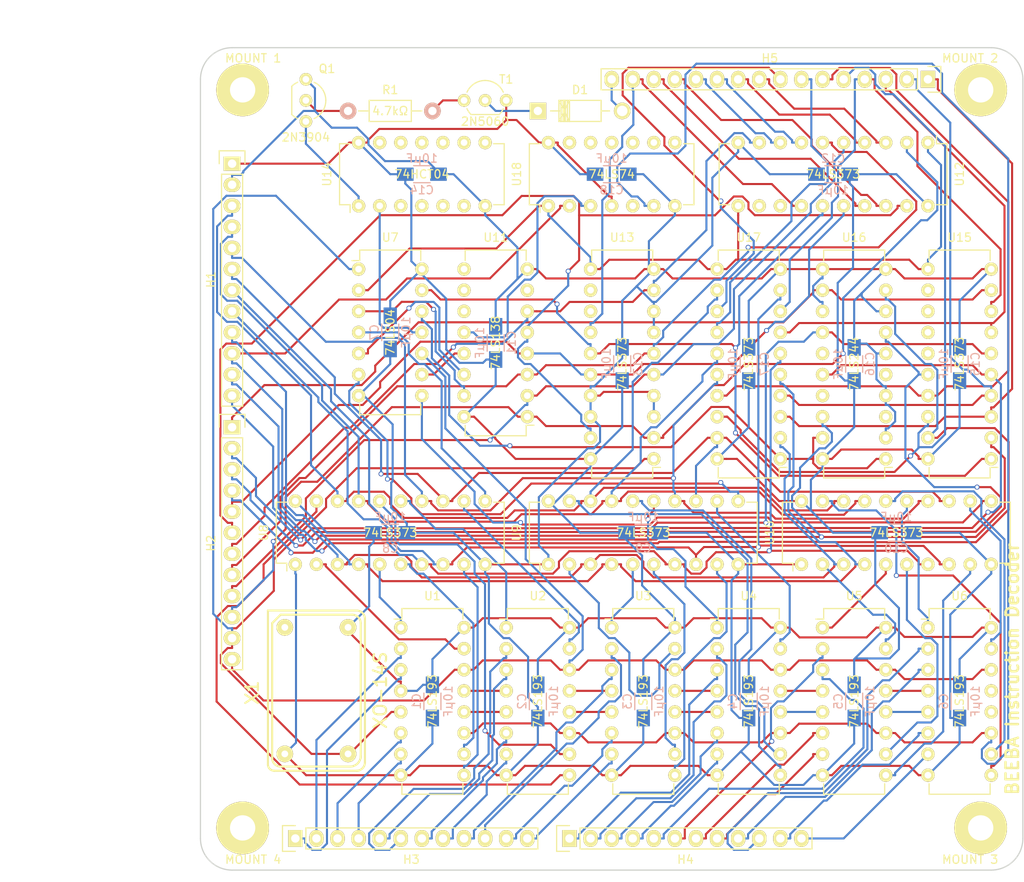
<source format=kicad_pcb>
(kicad_pcb (version 4) (host pcbnew 4.0.4-stable)
  (layers (0 F.Cu signal) (31 B.Cu signal) (34 B.Paste user) (35 F.Paste user) (36 B.SilkS user) (37 F.SilkS user) (38 B.Mask user) (39 F.Mask user) (44 Edge.Cuts user))
  (net 0 "")
  (net 1 VCC)
  (net 2 DATA7)
  (net 3 DATA6)
  (net 4 DATA5)
  (net 5 DATA4)
  (net 6 DATA3)
  (net 7 DATA2)
  (net 8 DATA1)
  (net 9 DATA0)
  (net 10 READ5)
  (net 11 READ4)
  (net 12 READ3)
  (net 13 READ2)
  (net 14 READ1)
  (net 15 READ0)
  (net 16 WRITE5)
  (net 17 WRITE4)
  (net 18 WRITE3)
  (net 19 WRITE2)
  (net 20 WRITE1)
  (net 21 WRITE0)
  (net 22 CLOCK)
  (net 23 RESET)
  (net 24 PO00)
  (net 25 PO01)
  (net 26 PO02)
  (net 27 PO03)
  (net 28 PO04)
  (net 29 PO05)
  (net 30 PO06)
  (net 31 PO07)
  (net 32 PO08)
  (net 33 PO09)
  (net 34 PO10)
  (net 35 PO11)
  (net 36 PO12)
  (net 37 PO13)
  (net 38 PO14)
  (net 39 PO15)
  (net 40 PO16)
  (net 41 PO17)
  (net 42 PO18)
  (net 43 PO19)
  (net 44 PO20)
  (net 45 PO21)
  (net 46 PO22)
  (net 47 PO23)
  (net 48 II00)
  (net 49 II01)
  (net 50 II02)
  (net 51 II03)
  (net 52 II04)
  (net 53 II05)
  (net 54 II06)
  (net 55 II07)
  (net 56 II08)
  (net 57 II09)
  (net 58 II10)
  (net 59 II11)
  (net 60 II12)
  (net 61 II13)
  (net 62 II14)
  (net 63 II15)
  (net 64 PI01)
  (net 65 GND)
  (net 66 PI03)
  (net 67 PI02)
  (net 68 LOADP)
  (net 69 "Net-(U1-Pad12)")
  (net 70 "Net-(U1-Pad13)")
  (net 71 PI00)
  (net 72 PI05)
  (net 73 PI07)
  (net 74 PI06)
  (net 75 "Net-(U2-Pad12)")
  (net 76 "Net-(U2-Pad13)")
  (net 77 PI04)
  (net 78 PI09)
  (net 79 PI11)
  (net 80 PI10)
  (net 81 "Net-(U3-Pad12)")
  (net 82 "Net-(U3-Pad13)")
  (net 83 PI08)
  (net 84 PI13)
  (net 85 PI15)
  (net 86 PI14)
  (net 87 TC1)
  (net 88 TC2)
  (net 89 PI12)
  (net 90 PI17)
  (net 91 PI19)
  (net 92 PI18)
  (net 93 "Net-(U5-Pad12)")
  (net 94 "Net-(U5-Pad13)")
  (net 95 PI16)
  (net 96 PI21)
  (net 97 PI23)
  (net 98 PI22)
  (net 99 "Net-(U6-Pad12)")
  (net 100 "Net-(U6-Pad13)")
  (net 101 PI20)
  (net 102 NCLOCK)
  (net 103 "Net-(X1-Pad1)")
  (net 104 WS08)
  (net 105 "Net-(U7-Pad4)")
  (net 106 WS09)
  (net 107 "Net-(U10-Pad11)")
  (net 108 WS10)
  (net 109 WS15)
  (net 110 WS14)
  (net 111 WS13)
  (net 112 WS12)
  (net 113 WS11)
  (net 114 "Net-(D1-Pad1)")
  (net 115 "Net-(Q1-Pad2)")
  (net 116 "Net-(Q1-Pad3)")
  (net 117 "Net-(R1-Pad1)")
  (net 118 IL14)
  (net 119 "Net-(U14-Pad2)")
  (net 120 "Net-(U15-Pad15)")
  (net 121 "Net-(U16-Pad3)")
  (net 122 "Net-(U16-Pad5)")
  (net 123 "Net-(U16-Pad15)")
  (net 124 "Net-(U16-Pad17)")
  (net 125 "Net-(U13-Pad12)")
  (net 126 "Net-(U13-Pad13)")
  (net 127 "Net-(U15-Pad12)")
  (net 128 "Net-(U15-Pad13)")
  (net 129 "Net-(U15-Pad14)")
  (net 130 "Net-(U16-Pad1)")
  (net 131 "Net-(U7-Pad6)")
  (net 132 "Net-(U12-Pad12)")
  (net 133 "Net-(U12-Pad13)")
  (net 134 "Net-(U18-Pad5)")
  (module Housings_DIP:DIP-16_W7.62mm (layer F.Cu) (at 68.58 144.78)
    (fp_text reference U1 (at 3.81 -3.81) (layer F.SilkS))
    (fp_text value 74LS193 (at 3.81 8.89 90) (layer F.SilkS))
    (pad 1 thru_hole oval (at 0 0) (size 1.6 1.6) (drill 0.8) (layers *.Cu *.Mask F.SilkS) (net 64 PI01))
    (pad 2 thru_hole oval (at 0 2.54) (size 1.6 1.6) (drill 0.8) (layers *.Cu *.Mask F.SilkS) (net 25 PO01))
    (pad 3 thru_hole oval (at 0 5.08) (size 1.6 1.6) (drill 0.8) (layers *.Cu *.Mask F.SilkS) (net 24 PO00))
    (pad 4 thru_hole oval (at 0 7.62) (size 1.6 1.6) (drill 0.8) (layers *.Cu *.Mask F.SilkS) (net 1 VCC))
    (pad 5 thru_hole oval (at 0 10.16) (size 1.6 1.6) (drill 0.8) (layers *.Cu *.Mask F.SilkS) (net 22 CLOCK))
    (pad 6 thru_hole oval (at 0 12.7) (size 1.6 1.6) (drill 0.8) (layers *.Cu *.Mask F.SilkS) (net 26 PO02))
    (pad 7 thru_hole oval (at 0 15.24) (size 1.6 1.6) (drill 0.8) (layers *.Cu *.Mask F.SilkS) (net 27 PO03))
    (pad 8 thru_hole oval (at 0 17.78) (size 1.6 1.6) (drill 0.8) (layers *.Cu *.Mask F.SilkS) (net 65 GND))
    (pad 9 thru_hole oval (at 7.62 17.78) (size 1.6 1.6) (drill 0.8) (layers *.Cu *.Mask F.SilkS) (net 66 PI03))
    (pad 10 thru_hole oval (at 7.62 15.24) (size 1.6 1.6) (drill 0.8) (layers *.Cu *.Mask F.SilkS) (net 67 PI02))
    (pad 11 thru_hole oval (at 7.62 12.7) (size 1.6 1.6) (drill 0.8) (layers *.Cu *.Mask F.SilkS) (net 68 LOADP))
    (pad 12 thru_hole oval (at 7.62 10.16) (size 1.6 1.6) (drill 0.8) (layers *.Cu *.Mask F.SilkS) (net 69 "Net-(U1-Pad12)"))
    (pad 13 thru_hole oval (at 7.62 7.62) (size 1.6 1.6) (drill 0.8) (layers *.Cu *.Mask F.SilkS) (net 70 "Net-(U1-Pad13)"))
    (pad 14 thru_hole oval (at 7.62 5.08) (size 1.6 1.6) (drill 0.8) (layers *.Cu *.Mask F.SilkS) (net 23 RESET))
    (pad 15 thru_hole oval (at 7.62 2.54) (size 1.6 1.6) (drill 0.8) (layers *.Cu *.Mask F.SilkS) (net 71 PI00))
    (pad 16 thru_hole oval (at 7.62 0) (size 1.6 1.6) (drill 0.8) (layers *.Cu *.Mask F.SilkS) (net 1 VCC))
  )
  (module Housings_DIP:DIP-16_W7.62mm (layer F.Cu) (at 81.28 144.78)
    (fp_text reference U2 (at 3.81 -3.81) (layer F.SilkS))
    (fp_text value 74LS193 (at 3.81 8.89 90) (layer F.SilkS))
    (pad 1 thru_hole oval (at 0 0) (size 1.6 1.6) (drill 0.8) (layers *.Cu *.Mask F.SilkS) (net 72 PI05))
    (pad 2 thru_hole oval (at 0 2.54) (size 1.6 1.6) (drill 0.8) (layers *.Cu *.Mask F.SilkS) (net 29 PO05))
    (pad 3 thru_hole oval (at 0 5.08) (size 1.6 1.6) (drill 0.8) (layers *.Cu *.Mask F.SilkS) (net 28 PO04))
    (pad 4 thru_hole oval (at 0 7.62) (size 1.6 1.6) (drill 0.8) (layers *.Cu *.Mask F.SilkS) (net 70 "Net-(U1-Pad13)"))
    (pad 5 thru_hole oval (at 0 10.16) (size 1.6 1.6) (drill 0.8) (layers *.Cu *.Mask F.SilkS) (net 69 "Net-(U1-Pad12)"))
    (pad 6 thru_hole oval (at 0 12.7) (size 1.6 1.6) (drill 0.8) (layers *.Cu *.Mask F.SilkS) (net 30 PO06))
    (pad 7 thru_hole oval (at 0 15.24) (size 1.6 1.6) (drill 0.8) (layers *.Cu *.Mask F.SilkS) (net 31 PO07))
    (pad 8 thru_hole oval (at 0 17.78) (size 1.6 1.6) (drill 0.8) (layers *.Cu *.Mask F.SilkS) (net 65 GND))
    (pad 9 thru_hole oval (at 7.62 17.78) (size 1.6 1.6) (drill 0.8) (layers *.Cu *.Mask F.SilkS) (net 73 PI07))
    (pad 10 thru_hole oval (at 7.62 15.24) (size 1.6 1.6) (drill 0.8) (layers *.Cu *.Mask F.SilkS) (net 74 PI06))
    (pad 11 thru_hole oval (at 7.62 12.7) (size 1.6 1.6) (drill 0.8) (layers *.Cu *.Mask F.SilkS) (net 68 LOADP))
    (pad 12 thru_hole oval (at 7.62 10.16) (size 1.6 1.6) (drill 0.8) (layers *.Cu *.Mask F.SilkS) (net 75 "Net-(U2-Pad12)"))
    (pad 13 thru_hole oval (at 7.62 7.62) (size 1.6 1.6) (drill 0.8) (layers *.Cu *.Mask F.SilkS) (net 76 "Net-(U2-Pad13)"))
    (pad 14 thru_hole oval (at 7.62 5.08) (size 1.6 1.6) (drill 0.8) (layers *.Cu *.Mask F.SilkS) (net 23 RESET))
    (pad 15 thru_hole oval (at 7.62 2.54) (size 1.6 1.6) (drill 0.8) (layers *.Cu *.Mask F.SilkS) (net 77 PI04))
    (pad 16 thru_hole oval (at 7.62 0) (size 1.6 1.6) (drill 0.8) (layers *.Cu *.Mask F.SilkS) (net 1 VCC))
  )
  (module Housings_DIP:DIP-16_W7.62mm (layer F.Cu) (at 93.98 144.78)
    (fp_text reference U3 (at 3.81 -3.81) (layer F.SilkS))
    (fp_text value 74LS193 (at 3.81 8.89 90) (layer F.SilkS))
    (pad 1 thru_hole oval (at 0 0) (size 1.6 1.6) (drill 0.8) (layers *.Cu *.Mask F.SilkS) (net 78 PI09))
    (pad 2 thru_hole oval (at 0 2.54) (size 1.6 1.6) (drill 0.8) (layers *.Cu *.Mask F.SilkS) (net 33 PO09))
    (pad 3 thru_hole oval (at 0 5.08) (size 1.6 1.6) (drill 0.8) (layers *.Cu *.Mask F.SilkS) (net 32 PO08))
    (pad 4 thru_hole oval (at 0 7.62) (size 1.6 1.6) (drill 0.8) (layers *.Cu *.Mask F.SilkS) (net 76 "Net-(U2-Pad13)"))
    (pad 5 thru_hole oval (at 0 10.16) (size 1.6 1.6) (drill 0.8) (layers *.Cu *.Mask F.SilkS) (net 75 "Net-(U2-Pad12)"))
    (pad 6 thru_hole oval (at 0 12.7) (size 1.6 1.6) (drill 0.8) (layers *.Cu *.Mask F.SilkS) (net 34 PO10))
    (pad 7 thru_hole oval (at 0 15.24) (size 1.6 1.6) (drill 0.8) (layers *.Cu *.Mask F.SilkS) (net 35 PO11))
    (pad 8 thru_hole oval (at 0 17.78) (size 1.6 1.6) (drill 0.8) (layers *.Cu *.Mask F.SilkS) (net 65 GND))
    (pad 9 thru_hole oval (at 7.62 17.78) (size 1.6 1.6) (drill 0.8) (layers *.Cu *.Mask F.SilkS) (net 79 PI11))
    (pad 10 thru_hole oval (at 7.62 15.24) (size 1.6 1.6) (drill 0.8) (layers *.Cu *.Mask F.SilkS) (net 80 PI10))
    (pad 11 thru_hole oval (at 7.62 12.7) (size 1.6 1.6) (drill 0.8) (layers *.Cu *.Mask F.SilkS) (net 68 LOADP))
    (pad 12 thru_hole oval (at 7.62 10.16) (size 1.6 1.6) (drill 0.8) (layers *.Cu *.Mask F.SilkS) (net 81 "Net-(U3-Pad12)"))
    (pad 13 thru_hole oval (at 7.62 7.62) (size 1.6 1.6) (drill 0.8) (layers *.Cu *.Mask F.SilkS) (net 82 "Net-(U3-Pad13)"))
    (pad 14 thru_hole oval (at 7.62 5.08) (size 1.6 1.6) (drill 0.8) (layers *.Cu *.Mask F.SilkS) (net 23 RESET))
    (pad 15 thru_hole oval (at 7.62 2.54) (size 1.6 1.6) (drill 0.8) (layers *.Cu *.Mask F.SilkS) (net 83 PI08))
    (pad 16 thru_hole oval (at 7.62 0) (size 1.6 1.6) (drill 0.8) (layers *.Cu *.Mask F.SilkS) (net 1 VCC))
  )
  (module Housings_DIP:DIP-16_W7.62mm (layer F.Cu) (at 106.68 144.78)
    (fp_text reference U4 (at 3.81 -3.81) (layer F.SilkS))
    (fp_text value 74LS193 (at 3.81 8.89 90) (layer F.SilkS))
    (pad 1 thru_hole oval (at 0 0) (size 1.6 1.6) (drill 0.8) (layers *.Cu *.Mask F.SilkS) (net 84 PI13))
    (pad 2 thru_hole oval (at 0 2.54) (size 1.6 1.6) (drill 0.8) (layers *.Cu *.Mask F.SilkS) (net 37 PO13))
    (pad 3 thru_hole oval (at 0 5.08) (size 1.6 1.6) (drill 0.8) (layers *.Cu *.Mask F.SilkS) (net 36 PO12))
    (pad 4 thru_hole oval (at 0 7.62) (size 1.6 1.6) (drill 0.8) (layers *.Cu *.Mask F.SilkS) (net 82 "Net-(U3-Pad13)"))
    (pad 5 thru_hole oval (at 0 10.16) (size 1.6 1.6) (drill 0.8) (layers *.Cu *.Mask F.SilkS) (net 81 "Net-(U3-Pad12)"))
    (pad 6 thru_hole oval (at 0 12.7) (size 1.6 1.6) (drill 0.8) (layers *.Cu *.Mask F.SilkS) (net 38 PO14))
    (pad 7 thru_hole oval (at 0 15.24) (size 1.6 1.6) (drill 0.8) (layers *.Cu *.Mask F.SilkS) (net 39 PO15))
    (pad 8 thru_hole oval (at 0 17.78) (size 1.6 1.6) (drill 0.8) (layers *.Cu *.Mask F.SilkS) (net 65 GND))
    (pad 9 thru_hole oval (at 7.62 17.78) (size 1.6 1.6) (drill 0.8) (layers *.Cu *.Mask F.SilkS) (net 85 PI15))
    (pad 10 thru_hole oval (at 7.62 15.24) (size 1.6 1.6) (drill 0.8) (layers *.Cu *.Mask F.SilkS) (net 86 PI14))
    (pad 11 thru_hole oval (at 7.62 12.7) (size 1.6 1.6) (drill 0.8) (layers *.Cu *.Mask F.SilkS) (net 68 LOADP))
    (pad 12 thru_hole oval (at 7.62 10.16) (size 1.6 1.6) (drill 0.8) (layers *.Cu *.Mask F.SilkS) (net 87 TC1))
    (pad 13 thru_hole oval (at 7.62 7.62) (size 1.6 1.6) (drill 0.8) (layers *.Cu *.Mask F.SilkS) (net 88 TC2))
    (pad 14 thru_hole oval (at 7.62 5.08) (size 1.6 1.6) (drill 0.8) (layers *.Cu *.Mask F.SilkS) (net 23 RESET))
    (pad 15 thru_hole oval (at 7.62 2.54) (size 1.6 1.6) (drill 0.8) (layers *.Cu *.Mask F.SilkS) (net 89 PI12))
    (pad 16 thru_hole oval (at 7.62 0) (size 1.6 1.6) (drill 0.8) (layers *.Cu *.Mask F.SilkS) (net 1 VCC))
  )
  (module Housings_DIP:DIP-16_W7.62mm (layer F.Cu) (at 119.38 144.78)
    (fp_text reference U5 (at 3.81 -3.81) (layer F.SilkS))
    (fp_text value 74LS193 (at 3.81 8.89 90) (layer F.SilkS))
    (pad 1 thru_hole oval (at 0 0) (size 1.6 1.6) (drill 0.8) (layers *.Cu *.Mask F.SilkS) (net 90 PI17))
    (pad 2 thru_hole oval (at 0 2.54) (size 1.6 1.6) (drill 0.8) (layers *.Cu *.Mask F.SilkS) (net 41 PO17))
    (pad 3 thru_hole oval (at 0 5.08) (size 1.6 1.6) (drill 0.8) (layers *.Cu *.Mask F.SilkS) (net 40 PO16))
    (pad 4 thru_hole oval (at 0 7.62) (size 1.6 1.6) (drill 0.8) (layers *.Cu *.Mask F.SilkS) (net 88 TC2))
    (pad 5 thru_hole oval (at 0 10.16) (size 1.6 1.6) (drill 0.8) (layers *.Cu *.Mask F.SilkS) (net 87 TC1))
    (pad 6 thru_hole oval (at 0 12.7) (size 1.6 1.6) (drill 0.8) (layers *.Cu *.Mask F.SilkS) (net 42 PO18))
    (pad 7 thru_hole oval (at 0 15.24) (size 1.6 1.6) (drill 0.8) (layers *.Cu *.Mask F.SilkS) (net 43 PO19))
    (pad 8 thru_hole oval (at 0 17.78) (size 1.6 1.6) (drill 0.8) (layers *.Cu *.Mask F.SilkS) (net 65 GND))
    (pad 9 thru_hole oval (at 7.62 17.78) (size 1.6 1.6) (drill 0.8) (layers *.Cu *.Mask F.SilkS) (net 91 PI19))
    (pad 10 thru_hole oval (at 7.62 15.24) (size 1.6 1.6) (drill 0.8) (layers *.Cu *.Mask F.SilkS) (net 92 PI18))
    (pad 11 thru_hole oval (at 7.62 12.7) (size 1.6 1.6) (drill 0.8) (layers *.Cu *.Mask F.SilkS) (net 68 LOADP))
    (pad 12 thru_hole oval (at 7.62 10.16) (size 1.6 1.6) (drill 0.8) (layers *.Cu *.Mask F.SilkS) (net 93 "Net-(U5-Pad12)"))
    (pad 13 thru_hole oval (at 7.62 7.62) (size 1.6 1.6) (drill 0.8) (layers *.Cu *.Mask F.SilkS) (net 94 "Net-(U5-Pad13)"))
    (pad 14 thru_hole oval (at 7.62 5.08) (size 1.6 1.6) (drill 0.8) (layers *.Cu *.Mask F.SilkS) (net 23 RESET))
    (pad 15 thru_hole oval (at 7.62 2.54) (size 1.6 1.6) (drill 0.8) (layers *.Cu *.Mask F.SilkS) (net 95 PI16))
    (pad 16 thru_hole oval (at 7.62 0) (size 1.6 1.6) (drill 0.8) (layers *.Cu *.Mask F.SilkS) (net 1 VCC))
  )
  (module Housings_DIP:DIP-16_W7.62mm (layer F.Cu) (at 132.08 144.78)
    (fp_text reference U6 (at 3.81 -3.81) (layer F.SilkS))
    (fp_text value 74LS193 (at 3.81 8.89 90) (layer F.SilkS))
    (pad 1 thru_hole oval (at 0 0) (size 1.6 1.6) (drill 0.8) (layers *.Cu *.Mask F.SilkS) (net 96 PI21))
    (pad 2 thru_hole oval (at 0 2.54) (size 1.6 1.6) (drill 0.8) (layers *.Cu *.Mask F.SilkS) (net 45 PO21))
    (pad 3 thru_hole oval (at 0 5.08) (size 1.6 1.6) (drill 0.8) (layers *.Cu *.Mask F.SilkS) (net 44 PO20))
    (pad 4 thru_hole oval (at 0 7.62) (size 1.6 1.6) (drill 0.8) (layers *.Cu *.Mask F.SilkS) (net 94 "Net-(U5-Pad13)"))
    (pad 5 thru_hole oval (at 0 10.16) (size 1.6 1.6) (drill 0.8) (layers *.Cu *.Mask F.SilkS) (net 93 "Net-(U5-Pad12)"))
    (pad 6 thru_hole oval (at 0 12.7) (size 1.6 1.6) (drill 0.8) (layers *.Cu *.Mask F.SilkS) (net 46 PO22))
    (pad 7 thru_hole oval (at 0 15.24) (size 1.6 1.6) (drill 0.8) (layers *.Cu *.Mask F.SilkS) (net 47 PO23))
    (pad 8 thru_hole oval (at 0 17.78) (size 1.6 1.6) (drill 0.8) (layers *.Cu *.Mask F.SilkS) (net 65 GND))
    (pad 9 thru_hole oval (at 7.62 17.78) (size 1.6 1.6) (drill 0.8) (layers *.Cu *.Mask F.SilkS) (net 97 PI23))
    (pad 10 thru_hole oval (at 7.62 15.24) (size 1.6 1.6) (drill 0.8) (layers *.Cu *.Mask F.SilkS) (net 98 PI22))
    (pad 11 thru_hole oval (at 7.62 12.7) (size 1.6 1.6) (drill 0.8) (layers *.Cu *.Mask F.SilkS) (net 68 LOADP))
    (pad 12 thru_hole oval (at 7.62 10.16) (size 1.6 1.6) (drill 0.8) (layers *.Cu *.Mask F.SilkS) (net 99 "Net-(U6-Pad12)"))
    (pad 13 thru_hole oval (at 7.62 7.62) (size 1.6 1.6) (drill 0.8) (layers *.Cu *.Mask F.SilkS) (net 100 "Net-(U6-Pad13)"))
    (pad 14 thru_hole oval (at 7.62 5.08) (size 1.6 1.6) (drill 0.8) (layers *.Cu *.Mask F.SilkS) (net 23 RESET))
    (pad 15 thru_hole oval (at 7.62 2.54) (size 1.6 1.6) (drill 0.8) (layers *.Cu *.Mask F.SilkS) (net 101 PI20))
    (pad 16 thru_hole oval (at 7.62 0) (size 1.6 1.6) (drill 0.8) (layers *.Cu *.Mask F.SilkS) (net 1 VCC))
  )
  (module Connect:1pin (layer F.Cu) (at 49.53 80.01)
    (fp_text reference "MOUNT 1" (at 1.27 -3.81) (layer F.SilkS))
    (fp_text value 1pin)
    (pad 1 thru_hole circle (at 0 0) (size 6.35 6.35) (drill 3.048) (layers *.Cu *.Mask F.SilkS))
  )
  (module Connect:1pin (layer F.Cu) (at 138.43 80.01)
    (fp_text reference "MOUNT 2" (at -1.27 -3.81) (layer F.SilkS))
    (fp_text value 1pin)
    (pad 1 thru_hole circle (at 0 0) (size 6.35 6.35) (drill 3.048) (layers *.Cu *.Mask F.SilkS))
  )
  (module Connect:1pin (layer F.Cu) (at 138.43 168.91)
    (fp_text reference "MOUNT 3" (at -1.27 3.81) (layer F.SilkS))
    (fp_text value 1pin)
    (pad 1 thru_hole circle (at 0 0) (size 6.35 6.35) (drill 3.048) (layers *.Cu *.Mask F.SilkS))
  )
  (module Connect:1pin (layer F.Cu) (at 49.53 168.91)
    (fp_text reference "MOUNT 4" (at 1.27 3.81) (layer F.SilkS))
    (fp_text value 1pin)
    (pad 1 thru_hole circle (at 0 0) (size 6.35 6.35) (drill 3.048) (layers *.Cu *.Mask F.SilkS))
  )
  (module Socket_Strips:Socket_Strip_Straight_1x12 (layer F.Cu) (at 48.26 88.9 270)
    (fp_text reference H1 (at 13.97 2.54 270) (layer F.SilkS))
    (fp_text value CONN_01X12)
    (pad 1 thru_hole rect (at 0 0 270) (size 1.7272 2.032) (drill 1.016) (layers *.Cu *.Mask F.SilkS) (net 1 VCC))
    (pad 2 thru_hole oval (at 2.54 0 270) (size 1.7272 2.032) (drill 1.016) (layers *.Cu *.Mask F.SilkS) (net 65 GND))
    (pad 3 thru_hole oval (at 5.08 0 270) (size 1.7272 2.032) (drill 1.016) (layers *.Cu *.Mask F.SilkS) (net 2 DATA7))
    (pad 4 thru_hole oval (at 7.62 0 270) (size 1.7272 2.032) (drill 1.016) (layers *.Cu *.Mask F.SilkS) (net 3 DATA6))
    (pad 5 thru_hole oval (at 10.16 0 270) (size 1.7272 2.032) (drill 1.016) (layers *.Cu *.Mask F.SilkS) (net 4 DATA5))
    (pad 6 thru_hole oval (at 12.7 0 270) (size 1.7272 2.032) (drill 1.016) (layers *.Cu *.Mask F.SilkS) (net 5 DATA4))
    (pad 7 thru_hole oval (at 15.24 0 270) (size 1.7272 2.032) (drill 1.016) (layers *.Cu *.Mask F.SilkS) (net 6 DATA3))
    (pad 8 thru_hole oval (at 17.78 0 270) (size 1.7272 2.032) (drill 1.016) (layers *.Cu *.Mask F.SilkS) (net 7 DATA2))
    (pad 9 thru_hole oval (at 20.32 0 270) (size 1.7272 2.032) (drill 1.016) (layers *.Cu *.Mask F.SilkS) (net 8 DATA1))
    (pad 10 thru_hole oval (at 22.86 0 270) (size 1.7272 2.032) (drill 1.016) (layers *.Cu *.Mask F.SilkS) (net 9 DATA0))
    (pad 11 thru_hole oval (at 25.4 0 270) (size 1.7272 2.032) (drill 1.016) (layers *.Cu *.Mask F.SilkS) (net 10 READ5))
    (pad 12 thru_hole oval (at 27.94 0 270) (size 1.7272 2.032) (drill 1.016) (layers *.Cu *.Mask F.SilkS) (net 11 READ4))
  )
  (module Socket_Strips:Socket_Strip_Straight_1x12 (layer F.Cu) (at 48.26 120.65 270)
    (fp_text reference H2 (at 13.97 2.54 270) (layer F.SilkS))
    (fp_text value CONN_01X12)
    (pad 1 thru_hole rect (at 0 0 270) (size 1.7272 2.032) (drill 1.016) (layers *.Cu *.Mask F.SilkS) (net 12 READ3))
    (pad 2 thru_hole oval (at 2.54 0 270) (size 1.7272 2.032) (drill 1.016) (layers *.Cu *.Mask F.SilkS) (net 13 READ2))
    (pad 3 thru_hole oval (at 5.08 0 270) (size 1.7272 2.032) (drill 1.016) (layers *.Cu *.Mask F.SilkS) (net 14 READ1))
    (pad 4 thru_hole oval (at 7.62 0 270) (size 1.7272 2.032) (drill 1.016) (layers *.Cu *.Mask F.SilkS) (net 15 READ0))
    (pad 5 thru_hole oval (at 10.16 0 270) (size 1.7272 2.032) (drill 1.016) (layers *.Cu *.Mask F.SilkS) (net 16 WRITE5))
    (pad 6 thru_hole oval (at 12.7 0 270) (size 1.7272 2.032) (drill 1.016) (layers *.Cu *.Mask F.SilkS) (net 17 WRITE4))
    (pad 7 thru_hole oval (at 15.24 0 270) (size 1.7272 2.032) (drill 1.016) (layers *.Cu *.Mask F.SilkS) (net 18 WRITE3))
    (pad 8 thru_hole oval (at 17.78 0 270) (size 1.7272 2.032) (drill 1.016) (layers *.Cu *.Mask F.SilkS) (net 19 WRITE2))
    (pad 9 thru_hole oval (at 20.32 0 270) (size 1.7272 2.032) (drill 1.016) (layers *.Cu *.Mask F.SilkS) (net 20 WRITE1))
    (pad 10 thru_hole oval (at 22.86 0 270) (size 1.7272 2.032) (drill 1.016) (layers *.Cu *.Mask F.SilkS) (net 21 WRITE0))
    (pad 11 thru_hole oval (at 25.4 0 270) (size 1.7272 2.032) (drill 1.016) (layers *.Cu *.Mask F.SilkS) (net 22 CLOCK))
    (pad 12 thru_hole oval (at 27.94 0 270) (size 1.7272 2.032) (drill 1.016) (layers *.Cu *.Mask F.SilkS) (net 23 RESET))
  )
  (module Socket_Strips:Socket_Strip_Straight_1x12 (layer F.Cu) (at 55.88 170.18)
    (fp_text reference H3 (at 13.97 2.54) (layer F.SilkS))
    (fp_text value CONN_01X12)
    (pad 1 thru_hole rect (at 0 0) (size 1.7272 2.032) (drill 1.016) (layers *.Cu *.Mask F.SilkS) (net 24 PO00))
    (pad 2 thru_hole oval (at 2.54 0) (size 1.7272 2.032) (drill 1.016) (layers *.Cu *.Mask F.SilkS) (net 25 PO01))
    (pad 3 thru_hole oval (at 5.08 0) (size 1.7272 2.032) (drill 1.016) (layers *.Cu *.Mask F.SilkS) (net 26 PO02))
    (pad 4 thru_hole oval (at 7.62 0) (size 1.7272 2.032) (drill 1.016) (layers *.Cu *.Mask F.SilkS) (net 27 PO03))
    (pad 5 thru_hole oval (at 10.16 0) (size 1.7272 2.032) (drill 1.016) (layers *.Cu *.Mask F.SilkS) (net 28 PO04))
    (pad 6 thru_hole oval (at 12.7 0) (size 1.7272 2.032) (drill 1.016) (layers *.Cu *.Mask F.SilkS) (net 29 PO05))
    (pad 7 thru_hole oval (at 15.24 0) (size 1.7272 2.032) (drill 1.016) (layers *.Cu *.Mask F.SilkS) (net 30 PO06))
    (pad 8 thru_hole oval (at 17.78 0) (size 1.7272 2.032) (drill 1.016) (layers *.Cu *.Mask F.SilkS) (net 31 PO07))
    (pad 9 thru_hole oval (at 20.32 0) (size 1.7272 2.032) (drill 1.016) (layers *.Cu *.Mask F.SilkS) (net 32 PO08))
    (pad 10 thru_hole oval (at 22.86 0) (size 1.7272 2.032) (drill 1.016) (layers *.Cu *.Mask F.SilkS) (net 33 PO09))
    (pad 11 thru_hole oval (at 25.4 0) (size 1.7272 2.032) (drill 1.016) (layers *.Cu *.Mask F.SilkS) (net 34 PO10))
    (pad 12 thru_hole oval (at 27.94 0) (size 1.7272 2.032) (drill 1.016) (layers *.Cu *.Mask F.SilkS) (net 35 PO11))
  )
  (module Socket_Strips:Socket_Strip_Straight_1x12 (layer F.Cu) (at 88.9 170.18)
    (fp_text reference H4 (at 13.97 2.54) (layer F.SilkS))
    (fp_text value CONN_01X12)
    (pad 1 thru_hole rect (at 0 0) (size 1.7272 2.032) (drill 1.016) (layers *.Cu *.Mask F.SilkS) (net 36 PO12))
    (pad 2 thru_hole oval (at 2.54 0) (size 1.7272 2.032) (drill 1.016) (layers *.Cu *.Mask F.SilkS) (net 37 PO13))
    (pad 3 thru_hole oval (at 5.08 0) (size 1.7272 2.032) (drill 1.016) (layers *.Cu *.Mask F.SilkS) (net 38 PO14))
    (pad 4 thru_hole oval (at 7.62 0) (size 1.7272 2.032) (drill 1.016) (layers *.Cu *.Mask F.SilkS) (net 39 PO15))
    (pad 5 thru_hole oval (at 10.16 0) (size 1.7272 2.032) (drill 1.016) (layers *.Cu *.Mask F.SilkS) (net 40 PO16))
    (pad 6 thru_hole oval (at 12.7 0) (size 1.7272 2.032) (drill 1.016) (layers *.Cu *.Mask F.SilkS) (net 41 PO17))
    (pad 7 thru_hole oval (at 15.24 0) (size 1.7272 2.032) (drill 1.016) (layers *.Cu *.Mask F.SilkS) (net 42 PO18))
    (pad 8 thru_hole oval (at 17.78 0) (size 1.7272 2.032) (drill 1.016) (layers *.Cu *.Mask F.SilkS) (net 43 PO19))
    (pad 9 thru_hole oval (at 20.32 0) (size 1.7272 2.032) (drill 1.016) (layers *.Cu *.Mask F.SilkS) (net 44 PO20))
    (pad 10 thru_hole oval (at 22.86 0) (size 1.7272 2.032) (drill 1.016) (layers *.Cu *.Mask F.SilkS) (net 45 PO21))
    (pad 11 thru_hole oval (at 25.4 0) (size 1.7272 2.032) (drill 1.016) (layers *.Cu *.Mask F.SilkS) (net 46 PO22))
    (pad 12 thru_hole oval (at 27.94 0) (size 1.7272 2.032) (drill 1.016) (layers *.Cu *.Mask F.SilkS) (net 47 PO23))
  )
  (module Socket_Strips:Socket_Strip_Straight_1x16 (layer F.Cu) (at 132.08 78.74 180)
    (fp_text reference H5 (at 19.05 2.54 180) (layer F.SilkS))
    (fp_text value CONN_01X16)
    (pad 1 thru_hole rect (at 0 0 180) (size 1.7272 2.032) (drill 1.016) (layers *.Cu *.Mask F.SilkS) (net 48 II00))
    (pad 2 thru_hole oval (at 2.54 0 180) (size 1.7272 2.032) (drill 1.016) (layers *.Cu *.Mask F.SilkS) (net 49 II01))
    (pad 3 thru_hole oval (at 5.08 0 180) (size 1.7272 2.032) (drill 1.016) (layers *.Cu *.Mask F.SilkS) (net 50 II02))
    (pad 4 thru_hole oval (at 7.62 0 180) (size 1.7272 2.032) (drill 1.016) (layers *.Cu *.Mask F.SilkS) (net 51 II03))
    (pad 5 thru_hole oval (at 10.16 0 180) (size 1.7272 2.032) (drill 1.016) (layers *.Cu *.Mask F.SilkS) (net 52 II04))
    (pad 6 thru_hole oval (at 12.7 0 180) (size 1.7272 2.032) (drill 1.016) (layers *.Cu *.Mask F.SilkS) (net 53 II05))
    (pad 7 thru_hole oval (at 15.24 0 180) (size 1.7272 2.032) (drill 1.016) (layers *.Cu *.Mask F.SilkS) (net 54 II06))
    (pad 8 thru_hole oval (at 17.78 0 180) (size 1.7272 2.032) (drill 1.016) (layers *.Cu *.Mask F.SilkS) (net 55 II07))
    (pad 9 thru_hole oval (at 20.32 0 180) (size 1.7272 2.032) (drill 1.016) (layers *.Cu *.Mask F.SilkS) (net 56 II08))
    (pad 10 thru_hole oval (at 22.86 0 180) (size 1.7272 2.032) (drill 1.016) (layers *.Cu *.Mask F.SilkS) (net 57 II09))
    (pad 11 thru_hole oval (at 25.4 0 180) (size 1.7272 2.032) (drill 1.016) (layers *.Cu *.Mask F.SilkS) (net 58 II10))
    (pad 12 thru_hole oval (at 27.94 0 180) (size 1.7272 2.032) (drill 1.016) (layers *.Cu *.Mask F.SilkS) (net 59 II11))
    (pad 13 thru_hole oval (at 30.48 0 180) (size 1.7272 2.032) (drill 1.016) (layers *.Cu *.Mask F.SilkS) (net 60 II12))
    (pad 14 thru_hole oval (at 33.02 0 180) (size 1.7272 2.032) (drill 1.016) (layers *.Cu *.Mask F.SilkS) (net 61 II13))
    (pad 15 thru_hole oval (at 35.56 0 180) (size 1.7272 2.032) (drill 1.016) (layers *.Cu *.Mask F.SilkS) (net 62 II14))
    (pad 16 thru_hole oval (at 38.1 0 180) (size 1.7272 2.032) (drill 1.016) (layers *.Cu *.Mask F.SilkS) (net 63 II15))
  )
  (module xo_14s:XO-14S (layer F.Cu) (at 58.42 152.4 270)
    (fp_text reference X1 (at 0.2286 7.747 270) (layer F.SilkS) (effects (font (thickness 0.24892))))
    (fp_text value XO-14S (at -0.0762 -7.6962 270) (layer F.SilkS) (effects (font (thickness 0.24892))))
    (pad 7 thru_hole circle (at 7.5946 3.81 90) (size 1.99898 1.99898) (drill 0.8128) (layers *.Cu *.Mask F.SilkS) (net 65 GND))
    (pad 1 thru_hole circle (at -7.6454 3.81 90) (size 1.99898 1.99898) (drill 0.8128) (layers *.Cu *.Mask F.SilkS) (net 103 "Net-(X1-Pad1)"))
    (pad 14 thru_hole circle (at -7.6454 -3.81 90) (size 1.99898 1.99898) (drill 0.8128) (layers *.Cu *.Mask F.SilkS) (net 1 VCC))
    (pad 8 thru_hole circle (at 7.5946 -3.81 90) (size 1.99898 1.99898) (drill 0.8128) (layers *.Cu *.Mask F.SilkS) (net 22 CLOCK))
  )
  (module Diodes_ThroughHole:Diode_DO-41_SOD81_Horizontal_RM10 (layer F.Cu) (at 85.09 82.55)
    (fp_text reference D1 (at 5.08 -2.54) (layer F.SilkS))
    (fp_text value D)
    (pad 2 thru_hole circle (at 10.16 -0.00254 180) (size 1.99898 1.99898) (drill 1.27) (layers *.Cu *.Mask F.SilkS) (net 63 II15))
    (pad 1 thru_hole rect (at 0 -0.00254 180) (size 1.99898 1.99898) (drill 1.00076) (layers *.Cu *.Mask F.SilkS) (net 114 "Net-(D1-Pad1)"))
  )
  (module TO_SOT_Packages_THT:TO-92_Inline_Wide (layer F.Cu) (at 57.15 78.74 270)
    (fp_text reference Q1 (at -1.27 -2.54 360) (layer F.SilkS))
    (fp_text value 2N3904 (at 6.985 0 360) (layer F.SilkS))
    (pad 2 thru_hole circle (at 2.54 0) (size 1.524 1.524) (drill 0.8) (layers *.Cu *.Mask F.SilkS) (net 115 "Net-(Q1-Pad2)"))
    (pad 3 thru_hole circle (at 5.08 0) (size 1.524 1.524) (drill 0.8) (layers *.Cu *.Mask F.SilkS) (net 116 "Net-(Q1-Pad3)"))
    (pad 1 thru_hole circle (at 0 0) (size 1.524 1.524) (drill 0.8) (layers *.Cu *.Mask F.SilkS) (net 65 GND))
  )
  (module Resistors_ThroughHole:Resistor_Horizontal_RM10mm (layer F.Cu) (at 72.39 82.55 180)
    (fp_text reference R1 (at 5.08 2.54 180) (layer F.SilkS))
    (fp_text value 4.7kΩ (at 5.08 0 180) (layer F.SilkS))
    (pad 1 thru_hole circle (at 0 0 180) (size 1.99898 1.99898) (drill 1.00076) (layers *.Cu *.SilkS *.Mask) (net 117 "Net-(R1-Pad1)"))
    (pad 2 thru_hole circle (at 10.16 0 180) (size 1.99898 1.99898) (drill 1.00076) (layers *.Cu *.SilkS *.Mask) (net 115 "Net-(Q1-Pad2)"))
  )
  (module thyristor:TO-92_Inline_Wide (layer F.Cu) (at 76.2 81.28)
    (fp_text reference T1 (at 5.08 -2.54) (layer F.SilkS))
    (fp_text value 2N5060 (at 2.54 2.54) (layer F.SilkS))
    (pad G thru_hole circle (at 2.54 0 90) (size 1.524 1.524) (drill 0.8) (layers *.Cu *.Mask F.SilkS) (net 114 "Net-(D1-Pad1)"))
    (pad A thru_hole circle (at 5.08 0 90) (size 1.524 1.524) (drill 0.8) (layers *.Cu *.Mask F.SilkS) (net 1 VCC))
    (pad K thru_hole circle (at 0 0 90) (size 1.524 1.524) (drill 0.8) (layers *.Cu *.Mask F.SilkS) (net 117 "Net-(R1-Pad1)"))
  )
  (module Housings_DIP:DIP-14_W7.62mm (layer F.Cu) (at 63.5 101.6)
    (fp_text reference U7 (at 3.81 -3.81) (layer F.SilkS))
    (fp_text value 74LS04 (at 3.81 7.62 90) (layer F.SilkS))
    (pad 1 thru_hole oval (at 0 0) (size 1.6 1.6) (drill 0.8) (layers *.Cu *.Mask F.SilkS) (net 22 CLOCK))
    (pad 2 thru_hole oval (at 0 2.54) (size 1.6 1.6) (drill 0.8) (layers *.Cu *.Mask F.SilkS) (net 102 NCLOCK))
    (pad 3 thru_hole oval (at 0 5.08) (size 1.6 1.6) (drill 0.8) (layers *.Cu *.Mask F.SilkS) (net 104 WS08))
    (pad 4 thru_hole oval (at 0 7.62) (size 1.6 1.6) (drill 0.8) (layers *.Cu *.Mask F.SilkS) (net 105 "Net-(U7-Pad4)"))
    (pad 5 thru_hole oval (at 0 10.16) (size 1.6 1.6) (drill 0.8) (layers *.Cu *.Mask F.SilkS) (net 106 WS09))
    (pad 6 thru_hole oval (at 0 12.7) (size 1.6 1.6) (drill 0.8) (layers *.Cu *.Mask F.SilkS) (net 131 "Net-(U7-Pad6)"))
    (pad 7 thru_hole oval (at 0 15.24) (size 1.6 1.6) (drill 0.8) (layers *.Cu *.Mask F.SilkS) (net 65 GND))
    (pad 8 thru_hole oval (at 7.62 15.24) (size 1.6 1.6) (drill 0.8) (layers *.Cu *.Mask F.SilkS) (net 107 "Net-(U10-Pad11)"))
    (pad 9 thru_hole oval (at 7.62 12.7) (size 1.6 1.6) (drill 0.8) (layers *.Cu *.Mask F.SilkS) (net 108 WS10))
    (pad 10 thru_hole oval (at 7.62 10.16) (size 1.6 1.6) (drill 0.8) (layers *.Cu *.Mask F.SilkS) (net 23 RESET))
    (pad 11 thru_hole oval (at 7.62 7.62) (size 1.6 1.6) (drill 0.8) (layers *.Cu *.Mask F.SilkS) (net 119 "Net-(U14-Pad2)"))
    (pad 12 thru_hole oval (at 7.62 5.08) (size 1.6 1.6) (drill 0.8) (layers *.Cu *.Mask F.SilkS) (net 130 "Net-(U16-Pad1)"))
    (pad 13 thru_hole oval (at 7.62 2.54) (size 1.6 1.6) (drill 0.8) (layers *.Cu *.Mask F.SilkS) (net 118 IL14))
    (pad 14 thru_hole oval (at 7.62 0) (size 1.6 1.6) (drill 0.8) (layers *.Cu *.Mask F.SilkS) (net 1 VCC))
  )
  (module Housings_DIP:DIP-20_W7.62mm (layer F.Cu) (at 55.88 137.16 90)
    (fp_text reference U8 (at 3.81 -3.81 90) (layer F.SilkS))
    (fp_text value 74LS373 (at 3.81 11.43 180) (layer F.SilkS))
    (pad 1 thru_hole oval (at 0 0 90) (size 1.6 1.6) (drill 0.8) (layers *.Cu *.Mask F.SilkS) (net 65 GND))
    (pad 2 thru_hole oval (at 0 2.54 90) (size 1.6 1.6) (drill 0.8) (layers *.Cu *.Mask F.SilkS) (net 71 PI00))
    (pad 3 thru_hole oval (at 0 5.08 90) (size 1.6 1.6) (drill 0.8) (layers *.Cu *.Mask F.SilkS) (net 9 DATA0))
    (pad 4 thru_hole oval (at 0 7.62 90) (size 1.6 1.6) (drill 0.8) (layers *.Cu *.Mask F.SilkS) (net 8 DATA1))
    (pad 5 thru_hole oval (at 0 10.16 90) (size 1.6 1.6) (drill 0.8) (layers *.Cu *.Mask F.SilkS) (net 64 PI01))
    (pad 6 thru_hole oval (at 0 12.7 90) (size 1.6 1.6) (drill 0.8) (layers *.Cu *.Mask F.SilkS) (net 67 PI02))
    (pad 7 thru_hole oval (at 0 15.24 90) (size 1.6 1.6) (drill 0.8) (layers *.Cu *.Mask F.SilkS) (net 7 DATA2))
    (pad 8 thru_hole oval (at 0 17.78 90) (size 1.6 1.6) (drill 0.8) (layers *.Cu *.Mask F.SilkS) (net 6 DATA3))
    (pad 9 thru_hole oval (at 0 20.32 90) (size 1.6 1.6) (drill 0.8) (layers *.Cu *.Mask F.SilkS) (net 66 PI03))
    (pad 10 thru_hole oval (at 0 22.86 90) (size 1.6 1.6) (drill 0.8) (layers *.Cu *.Mask F.SilkS) (net 65 GND))
    (pad 11 thru_hole oval (at 7.62 22.86 90) (size 1.6 1.6) (drill 0.8) (layers *.Cu *.Mask F.SilkS) (net 105 "Net-(U7-Pad4)"))
    (pad 12 thru_hole oval (at 7.62 20.32 90) (size 1.6 1.6) (drill 0.8) (layers *.Cu *.Mask F.SilkS) (net 77 PI04))
    (pad 13 thru_hole oval (at 7.62 17.78 90) (size 1.6 1.6) (drill 0.8) (layers *.Cu *.Mask F.SilkS) (net 5 DATA4))
    (pad 14 thru_hole oval (at 7.62 15.24 90) (size 1.6 1.6) (drill 0.8) (layers *.Cu *.Mask F.SilkS) (net 4 DATA5))
    (pad 15 thru_hole oval (at 7.62 12.7 90) (size 1.6 1.6) (drill 0.8) (layers *.Cu *.Mask F.SilkS) (net 72 PI05))
    (pad 16 thru_hole oval (at 7.62 10.16 90) (size 1.6 1.6) (drill 0.8) (layers *.Cu *.Mask F.SilkS) (net 74 PI06))
    (pad 17 thru_hole oval (at 7.62 7.62 90) (size 1.6 1.6) (drill 0.8) (layers *.Cu *.Mask F.SilkS) (net 3 DATA6))
    (pad 18 thru_hole oval (at 7.62 5.08 90) (size 1.6 1.6) (drill 0.8) (layers *.Cu *.Mask F.SilkS) (net 2 DATA7))
    (pad 19 thru_hole oval (at 7.62 2.54 90) (size 1.6 1.6) (drill 0.8) (layers *.Cu *.Mask F.SilkS) (net 73 PI07))
    (pad 20 thru_hole oval (at 7.62 0 90) (size 1.6 1.6) (drill 0.8) (layers *.Cu *.Mask F.SilkS) (net 1 VCC))
  )
  (module Housings_DIP:DIP-20_W7.62mm (layer F.Cu) (at 86.36 137.16 90)
    (fp_text reference U9 (at 3.81 -3.81 90) (layer F.SilkS))
    (fp_text value 74LS373 (at 3.81 11.43 180) (layer F.SilkS))
    (pad 1 thru_hole oval (at 0 0 90) (size 1.6 1.6) (drill 0.8) (layers *.Cu *.Mask F.SilkS) (net 65 GND))
    (pad 2 thru_hole oval (at 0 2.54 90) (size 1.6 1.6) (drill 0.8) (layers *.Cu *.Mask F.SilkS) (net 83 PI08))
    (pad 3 thru_hole oval (at 0 5.08 90) (size 1.6 1.6) (drill 0.8) (layers *.Cu *.Mask F.SilkS) (net 9 DATA0))
    (pad 4 thru_hole oval (at 0 7.62 90) (size 1.6 1.6) (drill 0.8) (layers *.Cu *.Mask F.SilkS) (net 8 DATA1))
    (pad 5 thru_hole oval (at 0 10.16 90) (size 1.6 1.6) (drill 0.8) (layers *.Cu *.Mask F.SilkS) (net 78 PI09))
    (pad 6 thru_hole oval (at 0 12.7 90) (size 1.6 1.6) (drill 0.8) (layers *.Cu *.Mask F.SilkS) (net 80 PI10))
    (pad 7 thru_hole oval (at 0 15.24 90) (size 1.6 1.6) (drill 0.8) (layers *.Cu *.Mask F.SilkS) (net 7 DATA2))
    (pad 8 thru_hole oval (at 0 17.78 90) (size 1.6 1.6) (drill 0.8) (layers *.Cu *.Mask F.SilkS) (net 6 DATA3))
    (pad 9 thru_hole oval (at 0 20.32 90) (size 1.6 1.6) (drill 0.8) (layers *.Cu *.Mask F.SilkS) (net 79 PI11))
    (pad 10 thru_hole oval (at 0 22.86 90) (size 1.6 1.6) (drill 0.8) (layers *.Cu *.Mask F.SilkS) (net 65 GND))
    (pad 11 thru_hole oval (at 7.62 22.86 90) (size 1.6 1.6) (drill 0.8) (layers *.Cu *.Mask F.SilkS) (net 131 "Net-(U7-Pad6)"))
    (pad 12 thru_hole oval (at 7.62 20.32 90) (size 1.6 1.6) (drill 0.8) (layers *.Cu *.Mask F.SilkS) (net 89 PI12))
    (pad 13 thru_hole oval (at 7.62 17.78 90) (size 1.6 1.6) (drill 0.8) (layers *.Cu *.Mask F.SilkS) (net 5 DATA4))
    (pad 14 thru_hole oval (at 7.62 15.24 90) (size 1.6 1.6) (drill 0.8) (layers *.Cu *.Mask F.SilkS) (net 4 DATA5))
    (pad 15 thru_hole oval (at 7.62 12.7 90) (size 1.6 1.6) (drill 0.8) (layers *.Cu *.Mask F.SilkS) (net 84 PI13))
    (pad 16 thru_hole oval (at 7.62 10.16 90) (size 1.6 1.6) (drill 0.8) (layers *.Cu *.Mask F.SilkS) (net 86 PI14))
    (pad 17 thru_hole oval (at 7.62 7.62 90) (size 1.6 1.6) (drill 0.8) (layers *.Cu *.Mask F.SilkS) (net 3 DATA6))
    (pad 18 thru_hole oval (at 7.62 5.08 90) (size 1.6 1.6) (drill 0.8) (layers *.Cu *.Mask F.SilkS) (net 2 DATA7))
    (pad 19 thru_hole oval (at 7.62 2.54 90) (size 1.6 1.6) (drill 0.8) (layers *.Cu *.Mask F.SilkS) (net 85 PI15))
    (pad 20 thru_hole oval (at 7.62 0 90) (size 1.6 1.6) (drill 0.8) (layers *.Cu *.Mask F.SilkS) (net 1 VCC))
  )
  (module Housings_DIP:DIP-20_W7.62mm (layer F.Cu) (at 116.84 137.16 90)
    (fp_text reference U10 (at 3.81 -3.81 90) (layer F.SilkS))
    (fp_text value 74LS373 (at 3.81 11.43 180) (layer F.SilkS))
    (pad 1 thru_hole oval (at 0 0 90) (size 1.6 1.6) (drill 0.8) (layers *.Cu *.Mask F.SilkS) (net 65 GND))
    (pad 2 thru_hole oval (at 0 2.54 90) (size 1.6 1.6) (drill 0.8) (layers *.Cu *.Mask F.SilkS) (net 95 PI16))
    (pad 3 thru_hole oval (at 0 5.08 90) (size 1.6 1.6) (drill 0.8) (layers *.Cu *.Mask F.SilkS) (net 9 DATA0))
    (pad 4 thru_hole oval (at 0 7.62 90) (size 1.6 1.6) (drill 0.8) (layers *.Cu *.Mask F.SilkS) (net 8 DATA1))
    (pad 5 thru_hole oval (at 0 10.16 90) (size 1.6 1.6) (drill 0.8) (layers *.Cu *.Mask F.SilkS) (net 90 PI17))
    (pad 6 thru_hole oval (at 0 12.7 90) (size 1.6 1.6) (drill 0.8) (layers *.Cu *.Mask F.SilkS) (net 92 PI18))
    (pad 7 thru_hole oval (at 0 15.24 90) (size 1.6 1.6) (drill 0.8) (layers *.Cu *.Mask F.SilkS) (net 7 DATA2))
    (pad 8 thru_hole oval (at 0 17.78 90) (size 1.6 1.6) (drill 0.8) (layers *.Cu *.Mask F.SilkS) (net 6 DATA3))
    (pad 9 thru_hole oval (at 0 20.32 90) (size 1.6 1.6) (drill 0.8) (layers *.Cu *.Mask F.SilkS) (net 91 PI19))
    (pad 10 thru_hole oval (at 0 22.86 90) (size 1.6 1.6) (drill 0.8) (layers *.Cu *.Mask F.SilkS) (net 65 GND))
    (pad 11 thru_hole oval (at 7.62 22.86 90) (size 1.6 1.6) (drill 0.8) (layers *.Cu *.Mask F.SilkS) (net 107 "Net-(U10-Pad11)"))
    (pad 12 thru_hole oval (at 7.62 20.32 90) (size 1.6 1.6) (drill 0.8) (layers *.Cu *.Mask F.SilkS) (net 101 PI20))
    (pad 13 thru_hole oval (at 7.62 17.78 90) (size 1.6 1.6) (drill 0.8) (layers *.Cu *.Mask F.SilkS) (net 5 DATA4))
    (pad 14 thru_hole oval (at 7.62 15.24 90) (size 1.6 1.6) (drill 0.8) (layers *.Cu *.Mask F.SilkS) (net 4 DATA5))
    (pad 15 thru_hole oval (at 7.62 12.7 90) (size 1.6 1.6) (drill 0.8) (layers *.Cu *.Mask F.SilkS) (net 96 PI21))
    (pad 16 thru_hole oval (at 7.62 10.16 90) (size 1.6 1.6) (drill 0.8) (layers *.Cu *.Mask F.SilkS) (net 98 PI22))
    (pad 17 thru_hole oval (at 7.62 7.62 90) (size 1.6 1.6) (drill 0.8) (layers *.Cu *.Mask F.SilkS) (net 3 DATA6))
    (pad 18 thru_hole oval (at 7.62 5.08 90) (size 1.6 1.6) (drill 0.8) (layers *.Cu *.Mask F.SilkS) (net 2 DATA7))
    (pad 19 thru_hole oval (at 7.62 2.54 90) (size 1.6 1.6) (drill 0.8) (layers *.Cu *.Mask F.SilkS) (net 97 PI23))
    (pad 20 thru_hole oval (at 7.62 0 90) (size 1.6 1.6) (drill 0.8) (layers *.Cu *.Mask F.SilkS) (net 1 VCC))
  )
  (module Housings_DIP:DIP-16_W7.62mm (layer F.Cu) (at 83.82 119.38 180)
    (fp_text reference U11 (at 3.81 21.59 180) (layer F.SilkS))
    (fp_text value 74LS138 (at 3.81 8.89 270) (layer F.SilkS))
    (pad 1 thru_hole oval (at 0 0 180) (size 1.6 1.6) (drill 0.8) (layers *.Cu *.Mask F.SilkS) (net 21 WRITE0))
    (pad 2 thru_hole oval (at 0 2.54 180) (size 1.6 1.6) (drill 0.8) (layers *.Cu *.Mask F.SilkS) (net 20 WRITE1))
    (pad 3 thru_hole oval (at 0 5.08 180) (size 1.6 1.6) (drill 0.8) (layers *.Cu *.Mask F.SilkS) (net 19 WRITE2))
    (pad 4 thru_hole oval (at 0 7.62 180) (size 1.6 1.6) (drill 0.8) (layers *.Cu *.Mask F.SilkS) (net 16 WRITE5))
    (pad 5 thru_hole oval (at 0 10.16 180) (size 1.6 1.6) (drill 0.8) (layers *.Cu *.Mask F.SilkS) (net 17 WRITE4))
    (pad 6 thru_hole oval (at 0 12.7 180) (size 1.6 1.6) (drill 0.8) (layers *.Cu *.Mask F.SilkS) (net 18 WRITE3))
    (pad 7 thru_hole oval (at 0 15.24 180) (size 1.6 1.6) (drill 0.8) (layers *.Cu *.Mask F.SilkS) (net 109 WS15))
    (pad 8 thru_hole oval (at 0 17.78 180) (size 1.6 1.6) (drill 0.8) (layers *.Cu *.Mask F.SilkS) (net 65 GND))
    (pad 9 thru_hole oval (at 7.62 17.78 180) (size 1.6 1.6) (drill 0.8) (layers *.Cu *.Mask F.SilkS) (net 110 WS14))
    (pad 10 thru_hole oval (at 7.62 15.24 180) (size 1.6 1.6) (drill 0.8) (layers *.Cu *.Mask F.SilkS) (net 111 WS13))
    (pad 11 thru_hole oval (at 7.62 12.7 180) (size 1.6 1.6) (drill 0.8) (layers *.Cu *.Mask F.SilkS) (net 112 WS12))
    (pad 12 thru_hole oval (at 7.62 10.16 180) (size 1.6 1.6) (drill 0.8) (layers *.Cu *.Mask F.SilkS) (net 113 WS11))
    (pad 13 thru_hole oval (at 7.62 7.62 180) (size 1.6 1.6) (drill 0.8) (layers *.Cu *.Mask F.SilkS) (net 108 WS10))
    (pad 14 thru_hole oval (at 7.62 5.08 180) (size 1.6 1.6) (drill 0.8) (layers *.Cu *.Mask F.SilkS) (net 106 WS09))
    (pad 15 thru_hole oval (at 7.62 2.54 180) (size 1.6 1.6) (drill 0.8) (layers *.Cu *.Mask F.SilkS) (net 104 WS08))
    (pad 16 thru_hole oval (at 7.62 0 180) (size 1.6 1.6) (drill 0.8) (layers *.Cu *.Mask F.SilkS) (net 1 VCC))
  )
  (module Housings_DIP:DIP-20_W7.62mm (layer F.Cu) (at 132.08 86.36 270)
    (fp_text reference U12 (at 3.81 -3.81 270) (layer F.SilkS))
    (fp_text value 74LS373 (at 3.81 11.43 360) (layer F.SilkS))
    (pad 1 thru_hole oval (at 0 0 270) (size 1.6 1.6) (drill 0.8) (layers *.Cu *.Mask F.SilkS) (net 102 NCLOCK))
    (pad 2 thru_hole oval (at 0 2.54 270) (size 1.6 1.6) (drill 0.8) (layers *.Cu *.Mask F.SilkS) (net 21 WRITE0))
    (pad 3 thru_hole oval (at 0 5.08 270) (size 1.6 1.6) (drill 0.8) (layers *.Cu *.Mask F.SilkS) (net 56 II08))
    (pad 4 thru_hole oval (at 0 7.62 270) (size 1.6 1.6) (drill 0.8) (layers *.Cu *.Mask F.SilkS) (net 57 II09))
    (pad 5 thru_hole oval (at 0 10.16 270) (size 1.6 1.6) (drill 0.8) (layers *.Cu *.Mask F.SilkS) (net 20 WRITE1))
    (pad 6 thru_hole oval (at 0 12.7 270) (size 1.6 1.6) (drill 0.8) (layers *.Cu *.Mask F.SilkS) (net 19 WRITE2))
    (pad 7 thru_hole oval (at 0 15.24 270) (size 1.6 1.6) (drill 0.8) (layers *.Cu *.Mask F.SilkS) (net 58 II10))
    (pad 8 thru_hole oval (at 0 17.78 270) (size 1.6 1.6) (drill 0.8) (layers *.Cu *.Mask F.SilkS) (net 59 II11))
    (pad 9 thru_hole oval (at 0 20.32 270) (size 1.6 1.6) (drill 0.8) (layers *.Cu *.Mask F.SilkS) (net 18 WRITE3))
    (pad 10 thru_hole oval (at 0 22.86 270) (size 1.6 1.6) (drill 0.8) (layers *.Cu *.Mask F.SilkS) (net 65 GND))
    (pad 11 thru_hole oval (at 7.62 22.86 270) (size 1.6 1.6) (drill 0.8) (layers *.Cu *.Mask F.SilkS) (net 102 NCLOCK))
    (pad 12 thru_hole oval (at 7.62 20.32 270) (size 1.6 1.6) (drill 0.8) (layers *.Cu *.Mask F.SilkS) (net 132 "Net-(U12-Pad12)"))
    (pad 13 thru_hole oval (at 7.62 17.78 270) (size 1.6 1.6) (drill 0.8) (layers *.Cu *.Mask F.SilkS) (net 133 "Net-(U12-Pad13)"))
    (pad 14 thru_hole oval (at 7.62 15.24 270) (size 1.6 1.6) (drill 0.8) (layers *.Cu *.Mask F.SilkS) (net 62 II14))
    (pad 15 thru_hole oval (at 7.62 12.7 270) (size 1.6 1.6) (drill 0.8) (layers *.Cu *.Mask F.SilkS) (net 118 IL14))
    (pad 16 thru_hole oval (at 7.62 10.16 270) (size 1.6 1.6) (drill 0.8) (layers *.Cu *.Mask F.SilkS) (net 16 WRITE5))
    (pad 17 thru_hole oval (at 7.62 7.62 270) (size 1.6 1.6) (drill 0.8) (layers *.Cu *.Mask F.SilkS) (net 61 II13))
    (pad 18 thru_hole oval (at 7.62 5.08 270) (size 1.6 1.6) (drill 0.8) (layers *.Cu *.Mask F.SilkS) (net 60 II12))
    (pad 19 thru_hole oval (at 7.62 2.54 270) (size 1.6 1.6) (drill 0.8) (layers *.Cu *.Mask F.SilkS) (net 17 WRITE4))
    (pad 20 thru_hole oval (at 7.62 0 270) (size 1.6 1.6) (drill 0.8) (layers *.Cu *.Mask F.SilkS) (net 1 VCC))
  )
  (module Housings_DIP:DIP-20_W7.62mm (layer F.Cu) (at 99.06 124.46 180)
    (fp_text reference U13 (at 3.81 26.67 180) (layer F.SilkS))
    (fp_text value 74LS373 (at 3.81 11.43 270) (layer F.SilkS))
    (pad 1 thru_hole oval (at 0 0 180) (size 1.6 1.6) (drill 0.8) (layers *.Cu *.Mask F.SilkS) (net 22 CLOCK))
    (pad 2 thru_hole oval (at 0 2.54 180) (size 1.6 1.6) (drill 0.8) (layers *.Cu *.Mask F.SilkS) (net 21 WRITE0))
    (pad 3 thru_hole oval (at 0 5.08 180) (size 1.6 1.6) (drill 0.8) (layers *.Cu *.Mask F.SilkS) (net 65 GND))
    (pad 4 thru_hole oval (at 0 7.62 180) (size 1.6 1.6) (drill 0.8) (layers *.Cu *.Mask F.SilkS) (net 65 GND))
    (pad 5 thru_hole oval (at 0 10.16 180) (size 1.6 1.6) (drill 0.8) (layers *.Cu *.Mask F.SilkS) (net 20 WRITE1))
    (pad 6 thru_hole oval (at 0 12.7 180) (size 1.6 1.6) (drill 0.8) (layers *.Cu *.Mask F.SilkS) (net 19 WRITE2))
    (pad 7 thru_hole oval (at 0 15.24 180) (size 1.6 1.6) (drill 0.8) (layers *.Cu *.Mask F.SilkS) (net 65 GND))
    (pad 8 thru_hole oval (at 0 17.78 180) (size 1.6 1.6) (drill 0.8) (layers *.Cu *.Mask F.SilkS) (net 65 GND))
    (pad 9 thru_hole oval (at 0 20.32 180) (size 1.6 1.6) (drill 0.8) (layers *.Cu *.Mask F.SilkS) (net 18 WRITE3))
    (pad 10 thru_hole oval (at 0 22.86 180) (size 1.6 1.6) (drill 0.8) (layers *.Cu *.Mask F.SilkS) (net 65 GND))
    (pad 11 thru_hole oval (at 7.62 22.86 180) (size 1.6 1.6) (drill 0.8) (layers *.Cu *.Mask F.SilkS) (net 102 NCLOCK))
    (pad 12 thru_hole oval (at 7.62 20.32 180) (size 1.6 1.6) (drill 0.8) (layers *.Cu *.Mask F.SilkS) (net 125 "Net-(U13-Pad12)"))
    (pad 13 thru_hole oval (at 7.62 17.78 180) (size 1.6 1.6) (drill 0.8) (layers *.Cu *.Mask F.SilkS) (net 126 "Net-(U13-Pad13)"))
    (pad 14 thru_hole oval (at 7.62 15.24 180) (size 1.6 1.6) (drill 0.8) (layers *.Cu *.Mask F.SilkS) (net 62 II14))
    (pad 15 thru_hole oval (at 7.62 12.7 180) (size 1.6 1.6) (drill 0.8) (layers *.Cu *.Mask F.SilkS) (net 118 IL14))
    (pad 16 thru_hole oval (at 7.62 10.16 180) (size 1.6 1.6) (drill 0.8) (layers *.Cu *.Mask F.SilkS) (net 16 WRITE5))
    (pad 17 thru_hole oval (at 7.62 7.62 180) (size 1.6 1.6) (drill 0.8) (layers *.Cu *.Mask F.SilkS) (net 65 GND))
    (pad 18 thru_hole oval (at 7.62 5.08 180) (size 1.6 1.6) (drill 0.8) (layers *.Cu *.Mask F.SilkS) (net 65 GND))
    (pad 19 thru_hole oval (at 7.62 2.54 180) (size 1.6 1.6) (drill 0.8) (layers *.Cu *.Mask F.SilkS) (net 17 WRITE4))
    (pad 20 thru_hole oval (at 7.62 0 180) (size 1.6 1.6) (drill 0.8) (layers *.Cu *.Mask F.SilkS) (net 1 VCC))
  )
  (module Housings_DIP:DIP-14_W7.62mm (layer F.Cu) (at 63.5 93.98 90)
    (fp_text reference U14 (at 3.81 -3.81 90) (layer F.SilkS))
    (fp_text value 74HCT04 (at 3.81 7.62 180) (layer F.SilkS))
    (pad 1 thru_hole oval (at 0 0 90) (size 1.6 1.6) (drill 0.8) (layers *.Cu *.Mask F.SilkS) (net 116 "Net-(Q1-Pad3)"))
    (pad 2 thru_hole oval (at 0 2.54 90) (size 1.6 1.6) (drill 0.8) (layers *.Cu *.Mask F.SilkS) (net 119 "Net-(U14-Pad2)"))
    (pad 3 thru_hole oval (at 0 5.08 90) (size 1.6 1.6) (drill 0.8) (layers *.Cu *.Mask F.SilkS))
    (pad 4 thru_hole oval (at 0 7.62 90) (size 1.6 1.6) (drill 0.8) (layers *.Cu *.Mask F.SilkS))
    (pad 5 thru_hole oval (at 0 10.16 90) (size 1.6 1.6) (drill 0.8) (layers *.Cu *.Mask F.SilkS))
    (pad 6 thru_hole oval (at 0 12.7 90) (size 1.6 1.6) (drill 0.8) (layers *.Cu *.Mask F.SilkS))
    (pad 7 thru_hole oval (at 0 15.24 90) (size 1.6 1.6) (drill 0.8) (layers *.Cu *.Mask F.SilkS) (net 65 GND))
    (pad 8 thru_hole oval (at 7.62 15.24 90) (size 1.6 1.6) (drill 0.8) (layers *.Cu *.Mask F.SilkS))
    (pad 9 thru_hole oval (at 7.62 12.7 90) (size 1.6 1.6) (drill 0.8) (layers *.Cu *.Mask F.SilkS))
    (pad 10 thru_hole oval (at 7.62 10.16 90) (size 1.6 1.6) (drill 0.8) (layers *.Cu *.Mask F.SilkS))
    (pad 11 thru_hole oval (at 7.62 7.62 90) (size 1.6 1.6) (drill 0.8) (layers *.Cu *.Mask F.SilkS))
    (pad 12 thru_hole oval (at 7.62 5.08 90) (size 1.6 1.6) (drill 0.8) (layers *.Cu *.Mask F.SilkS))
    (pad 13 thru_hole oval (at 7.62 2.54 90) (size 1.6 1.6) (drill 0.8) (layers *.Cu *.Mask F.SilkS))
    (pad 14 thru_hole oval (at 7.62 0 90) (size 1.6 1.6) (drill 0.8) (layers *.Cu *.Mask F.SilkS) (net 1 VCC))
  )
  (module Housings_DIP:DIP-20_W7.62mm (layer F.Cu) (at 139.7 124.46 180)
    (fp_text reference U15 (at 3.81 26.67 180) (layer F.SilkS))
    (fp_text value 74LS373 (at 3.81 11.43 270) (layer F.SilkS))
    (pad 1 thru_hole oval (at 0 0 180) (size 1.6 1.6) (drill 0.8) (layers *.Cu *.Mask F.SilkS) (net 118 IL14))
    (pad 2 thru_hole oval (at 0 2.54 180) (size 1.6 1.6) (drill 0.8) (layers *.Cu *.Mask F.SilkS) (net 15 READ0))
    (pad 3 thru_hole oval (at 0 5.08 180) (size 1.6 1.6) (drill 0.8) (layers *.Cu *.Mask F.SilkS) (net 48 II00))
    (pad 4 thru_hole oval (at 0 7.62 180) (size 1.6 1.6) (drill 0.8) (layers *.Cu *.Mask F.SilkS) (net 49 II01))
    (pad 5 thru_hole oval (at 0 10.16 180) (size 1.6 1.6) (drill 0.8) (layers *.Cu *.Mask F.SilkS) (net 14 READ1))
    (pad 6 thru_hole oval (at 0 12.7 180) (size 1.6 1.6) (drill 0.8) (layers *.Cu *.Mask F.SilkS) (net 13 READ2))
    (pad 7 thru_hole oval (at 0 15.24 180) (size 1.6 1.6) (drill 0.8) (layers *.Cu *.Mask F.SilkS) (net 50 II02))
    (pad 8 thru_hole oval (at 0 17.78 180) (size 1.6 1.6) (drill 0.8) (layers *.Cu *.Mask F.SilkS) (net 51 II03))
    (pad 9 thru_hole oval (at 0 20.32 180) (size 1.6 1.6) (drill 0.8) (layers *.Cu *.Mask F.SilkS) (net 12 READ3))
    (pad 10 thru_hole oval (at 0 22.86 180) (size 1.6 1.6) (drill 0.8) (layers *.Cu *.Mask F.SilkS) (net 65 GND))
    (pad 11 thru_hole oval (at 7.62 22.86 180) (size 1.6 1.6) (drill 0.8) (layers *.Cu *.Mask F.SilkS) (net 102 NCLOCK))
    (pad 12 thru_hole oval (at 7.62 20.32 180) (size 1.6 1.6) (drill 0.8) (layers *.Cu *.Mask F.SilkS) (net 127 "Net-(U15-Pad12)"))
    (pad 13 thru_hole oval (at 7.62 17.78 180) (size 1.6 1.6) (drill 0.8) (layers *.Cu *.Mask F.SilkS) (net 128 "Net-(U15-Pad13)"))
    (pad 14 thru_hole oval (at 7.62 15.24 180) (size 1.6 1.6) (drill 0.8) (layers *.Cu *.Mask F.SilkS) (net 129 "Net-(U15-Pad14)"))
    (pad 15 thru_hole oval (at 7.62 12.7 180) (size 1.6 1.6) (drill 0.8) (layers *.Cu *.Mask F.SilkS) (net 120 "Net-(U15-Pad15)"))
    (pad 16 thru_hole oval (at 7.62 10.16 180) (size 1.6 1.6) (drill 0.8) (layers *.Cu *.Mask F.SilkS) (net 10 READ5))
    (pad 17 thru_hole oval (at 7.62 7.62 180) (size 1.6 1.6) (drill 0.8) (layers *.Cu *.Mask F.SilkS) (net 53 II05))
    (pad 18 thru_hole oval (at 7.62 5.08 180) (size 1.6 1.6) (drill 0.8) (layers *.Cu *.Mask F.SilkS) (net 52 II04))
    (pad 19 thru_hole oval (at 7.62 2.54 180) (size 1.6 1.6) (drill 0.8) (layers *.Cu *.Mask F.SilkS) (net 11 READ4))
    (pad 20 thru_hole oval (at 7.62 0 180) (size 1.6 1.6) (drill 0.8) (layers *.Cu *.Mask F.SilkS) (net 1 VCC))
  )
  (module Housings_DIP:DIP-20_W7.62mm (layer F.Cu) (at 127 124.46 180)
    (fp_text reference U16 (at 3.81 26.67 180) (layer F.SilkS))
    (fp_text value 74LS244 (at 3.81 11.43 270) (layer F.SilkS))
    (pad 1 thru_hole oval (at 0 0 180) (size 1.6 1.6) (drill 0.8) (layers *.Cu *.Mask F.SilkS) (net 130 "Net-(U16-Pad1)"))
    (pad 2 thru_hole oval (at 0 2.54 180) (size 1.6 1.6) (drill 0.8) (layers *.Cu *.Mask F.SilkS) (net 65 GND))
    (pad 3 thru_hole oval (at 0 5.08 180) (size 1.6 1.6) (drill 0.8) (layers *.Cu *.Mask F.SilkS) (net 121 "Net-(U16-Pad3)"))
    (pad 4 thru_hole oval (at 0 7.62 180) (size 1.6 1.6) (drill 0.8) (layers *.Cu *.Mask F.SilkS) (net 65 GND))
    (pad 5 thru_hole oval (at 0 10.16 180) (size 1.6 1.6) (drill 0.8) (layers *.Cu *.Mask F.SilkS) (net 122 "Net-(U16-Pad5)"))
    (pad 6 thru_hole oval (at 0 12.7 180) (size 1.6 1.6) (drill 0.8) (layers *.Cu *.Mask F.SilkS) (net 65 GND))
    (pad 7 thru_hole oval (at 0 15.24 180) (size 1.6 1.6) (drill 0.8) (layers *.Cu *.Mask F.SilkS) (net 10 READ5))
    (pad 8 thru_hole oval (at 0 17.78 180) (size 1.6 1.6) (drill 0.8) (layers *.Cu *.Mask F.SilkS) (net 65 GND))
    (pad 9 thru_hole oval (at 0 20.32 180) (size 1.6 1.6) (drill 0.8) (layers *.Cu *.Mask F.SilkS) (net 11 READ4))
    (pad 10 thru_hole oval (at 0 22.86 180) (size 1.6 1.6) (drill 0.8) (layers *.Cu *.Mask F.SilkS) (net 65 GND))
    (pad 11 thru_hole oval (at 7.62 22.86 180) (size 1.6 1.6) (drill 0.8) (layers *.Cu *.Mask F.SilkS) (net 65 GND))
    (pad 12 thru_hole oval (at 7.62 20.32 180) (size 1.6 1.6) (drill 0.8) (layers *.Cu *.Mask F.SilkS) (net 12 READ3))
    (pad 13 thru_hole oval (at 7.62 17.78 180) (size 1.6 1.6) (drill 0.8) (layers *.Cu *.Mask F.SilkS) (net 65 GND))
    (pad 14 thru_hole oval (at 7.62 15.24 180) (size 1.6 1.6) (drill 0.8) (layers *.Cu *.Mask F.SilkS) (net 13 READ2))
    (pad 15 thru_hole oval (at 7.62 12.7 180) (size 1.6 1.6) (drill 0.8) (layers *.Cu *.Mask F.SilkS) (net 123 "Net-(U16-Pad15)"))
    (pad 16 thru_hole oval (at 7.62 10.16 180) (size 1.6 1.6) (drill 0.8) (layers *.Cu *.Mask F.SilkS) (net 14 READ1))
    (pad 17 thru_hole oval (at 7.62 7.62 180) (size 1.6 1.6) (drill 0.8) (layers *.Cu *.Mask F.SilkS) (net 124 "Net-(U16-Pad17)"))
    (pad 18 thru_hole oval (at 7.62 5.08 180) (size 1.6 1.6) (drill 0.8) (layers *.Cu *.Mask F.SilkS) (net 15 READ0))
    (pad 19 thru_hole oval (at 7.62 2.54 180) (size 1.6 1.6) (drill 0.8) (layers *.Cu *.Mask F.SilkS) (net 130 "Net-(U16-Pad1)"))
    (pad 20 thru_hole oval (at 7.62 0 180) (size 1.6 1.6) (drill 0.8) (layers *.Cu *.Mask F.SilkS) (net 1 VCC))
  )
  (module Housings_DIP:DIP-20_W7.62mm (layer F.Cu) (at 114.3 124.46 180)
    (fp_text reference U17 (at 3.81 26.67 180) (layer F.SilkS))
    (fp_text value 74LS373 (at 3.81 11.43 270) (layer F.SilkS))
    (pad 1 thru_hole oval (at 0 0 180) (size 1.6 1.6) (drill 0.8) (layers *.Cu *.Mask F.SilkS) (net 130 "Net-(U16-Pad1)"))
    (pad 2 thru_hole oval (at 0 2.54 180) (size 1.6 1.6) (drill 0.8) (layers *.Cu *.Mask F.SilkS) (net 9 DATA0))
    (pad 3 thru_hole oval (at 0 5.08 180) (size 1.6 1.6) (drill 0.8) (layers *.Cu *.Mask F.SilkS) (net 48 II00))
    (pad 4 thru_hole oval (at 0 7.62 180) (size 1.6 1.6) (drill 0.8) (layers *.Cu *.Mask F.SilkS) (net 49 II01))
    (pad 5 thru_hole oval (at 0 10.16 180) (size 1.6 1.6) (drill 0.8) (layers *.Cu *.Mask F.SilkS) (net 8 DATA1))
    (pad 6 thru_hole oval (at 0 12.7 180) (size 1.6 1.6) (drill 0.8) (layers *.Cu *.Mask F.SilkS) (net 7 DATA2))
    (pad 7 thru_hole oval (at 0 15.24 180) (size 1.6 1.6) (drill 0.8) (layers *.Cu *.Mask F.SilkS) (net 50 II02))
    (pad 8 thru_hole oval (at 0 17.78 180) (size 1.6 1.6) (drill 0.8) (layers *.Cu *.Mask F.SilkS) (net 51 II03))
    (pad 9 thru_hole oval (at 0 20.32 180) (size 1.6 1.6) (drill 0.8) (layers *.Cu *.Mask F.SilkS) (net 6 DATA3))
    (pad 10 thru_hole oval (at 0 22.86 180) (size 1.6 1.6) (drill 0.8) (layers *.Cu *.Mask F.SilkS) (net 65 GND))
    (pad 11 thru_hole oval (at 7.62 22.86 180) (size 1.6 1.6) (drill 0.8) (layers *.Cu *.Mask F.SilkS) (net 102 NCLOCK))
    (pad 12 thru_hole oval (at 7.62 20.32 180) (size 1.6 1.6) (drill 0.8) (layers *.Cu *.Mask F.SilkS) (net 2 DATA7))
    (pad 13 thru_hole oval (at 7.62 17.78 180) (size 1.6 1.6) (drill 0.8) (layers *.Cu *.Mask F.SilkS) (net 55 II07))
    (pad 14 thru_hole oval (at 7.62 15.24 180) (size 1.6 1.6) (drill 0.8) (layers *.Cu *.Mask F.SilkS) (net 54 II06))
    (pad 15 thru_hole oval (at 7.62 12.7 180) (size 1.6 1.6) (drill 0.8) (layers *.Cu *.Mask F.SilkS) (net 3 DATA6))
    (pad 16 thru_hole oval (at 7.62 10.16 180) (size 1.6 1.6) (drill 0.8) (layers *.Cu *.Mask F.SilkS) (net 4 DATA5))
    (pad 17 thru_hole oval (at 7.62 7.62 180) (size 1.6 1.6) (drill 0.8) (layers *.Cu *.Mask F.SilkS) (net 53 II05))
    (pad 18 thru_hole oval (at 7.62 5.08 180) (size 1.6 1.6) (drill 0.8) (layers *.Cu *.Mask F.SilkS) (net 52 II04))
    (pad 19 thru_hole oval (at 7.62 2.54 180) (size 1.6 1.6) (drill 0.8) (layers *.Cu *.Mask F.SilkS) (net 5 DATA4))
    (pad 20 thru_hole oval (at 7.62 0 180) (size 1.6 1.6) (drill 0.8) (layers *.Cu *.Mask F.SilkS) (net 1 VCC))
  )
  (module Housings_DIP:DIP-14_W7.62mm (layer F.Cu) (at 86.36 93.98 90)
    (fp_text reference U18 (at 3.81 -3.81 90) (layer F.SilkS))
    (fp_text value 74LS74 (at 3.81 7.62 180) (layer F.SilkS))
    (pad 1 thru_hole oval (at 0 0 90) (size 1.6 1.6) (drill 0.8) (layers *.Cu *.Mask F.SilkS) (net 102 NCLOCK))
    (pad 2 thru_hole oval (at 0 2.54 90) (size 1.6 1.6) (drill 0.8) (layers *.Cu *.Mask F.SilkS) (net 9 DATA0))
    (pad 3 thru_hole oval (at 0 5.08 90) (size 1.6 1.6) (drill 0.8) (layers *.Cu *.Mask F.SilkS) (net 113 WS11))
    (pad 4 thru_hole oval (at 0 7.62 90) (size 1.6 1.6) (drill 0.8) (layers *.Cu *.Mask F.SilkS) (net 1 VCC))
    (pad 5 thru_hole oval (at 0 10.16 90) (size 1.6 1.6) (drill 0.8) (layers *.Cu *.Mask F.SilkS) (net 134 "Net-(U18-Pad5)"))
    (pad 6 thru_hole oval (at 0 12.7 90) (size 1.6 1.6) (drill 0.8) (layers *.Cu *.Mask F.SilkS) (net 68 LOADP))
    (pad 7 thru_hole oval (at 0 15.24 90) (size 1.6 1.6) (drill 0.8) (layers *.Cu *.Mask F.SilkS) (net 65 GND))
    (pad 8 thru_hole oval (at 7.62 15.24 90) (size 1.6 1.6) (drill 0.8) (layers *.Cu *.Mask F.SilkS))
    (pad 9 thru_hole oval (at 7.62 12.7 90) (size 1.6 1.6) (drill 0.8) (layers *.Cu *.Mask F.SilkS))
    (pad 10 thru_hole oval (at 7.62 10.16 90) (size 1.6 1.6) (drill 0.8) (layers *.Cu *.Mask F.SilkS))
    (pad 11 thru_hole oval (at 7.62 7.62 90) (size 1.6 1.6) (drill 0.8) (layers *.Cu *.Mask F.SilkS))
    (pad 12 thru_hole oval (at 7.62 5.08 90) (size 1.6 1.6) (drill 0.8) (layers *.Cu *.Mask F.SilkS))
    (pad 13 thru_hole oval (at 7.62 2.54 90) (size 1.6 1.6) (drill 0.8) (layers *.Cu *.Mask F.SilkS))
    (pad 14 thru_hole oval (at 7.62 0 90) (size 1.6 1.6) (drill 0.8) (layers *.Cu *.Mask F.SilkS) (net 1 VCC))
  )
  (module Capacitors_SMD:C_1206_HandSoldering (layer B.Cu) (at 72.39 153.67 270)
    (fp_text reference C1 (at 0 1.905 270) (layer B.SilkS) (effects (justify mirror)))
    (fp_text value 10µF (at 0 -1.905 270) (layer B.SilkS) (effects (justify mirror)))
    (pad 1 smd rect (at -2 0 270) (size 2 1.6) (layers B.Cu B.Paste B.Mask) (net 1 VCC))
    (pad 2 smd rect (at 2 0 270) (size 2 1.6) (layers B.Cu B.Paste B.Mask) (net 65 GND))
  )
  (module Capacitors_SMD:C_1206_HandSoldering (layer B.Cu) (at 85.09 153.67 270)
    (fp_text reference C2 (at 0 1.905 270) (layer B.SilkS) (effects (justify mirror)))
    (fp_text value 10µF (at 0 -1.905 270) (layer B.SilkS) (effects (justify mirror)))
    (pad 1 smd rect (at -2 0 270) (size 2 1.6) (layers B.Cu B.Paste B.Mask) (net 1 VCC))
    (pad 2 smd rect (at 2 0 270) (size 2 1.6) (layers B.Cu B.Paste B.Mask) (net 65 GND))
  )
  (module Capacitors_SMD:C_1206_HandSoldering (layer B.Cu) (at 97.79 153.67 270)
    (fp_text reference C3 (at 0 1.905 270) (layer B.SilkS) (effects (justify mirror)))
    (fp_text value 10µF (at 0 -1.905 270) (layer B.SilkS) (effects (justify mirror)))
    (pad 1 smd rect (at -2 0 270) (size 2 1.6) (layers B.Cu B.Paste B.Mask) (net 1 VCC))
    (pad 2 smd rect (at 2 0 270) (size 2 1.6) (layers B.Cu B.Paste B.Mask) (net 65 GND))
  )
  (module Capacitors_SMD:C_1206_HandSoldering (layer B.Cu) (at 110.49 153.67 270)
    (fp_text reference C4 (at 0 1.905 270) (layer B.SilkS) (effects (justify mirror)))
    (fp_text value 10µF (at 0 -1.905 270) (layer B.SilkS) (effects (justify mirror)))
    (pad 1 smd rect (at -2 0 270) (size 2 1.6) (layers B.Cu B.Paste B.Mask) (net 1 VCC))
    (pad 2 smd rect (at 2 0 270) (size 2 1.6) (layers B.Cu B.Paste B.Mask) (net 65 GND))
  )
  (module Capacitors_SMD:C_1206_HandSoldering (layer B.Cu) (at 123.19 153.67 270)
    (fp_text reference C5 (at 0 1.905 270) (layer B.SilkS) (effects (justify mirror)))
    (fp_text value 10µF (at 0 -1.905 270) (layer B.SilkS) (effects (justify mirror)))
    (pad 1 smd rect (at -2 0 270) (size 2 1.6) (layers B.Cu B.Paste B.Mask) (net 1 VCC))
    (pad 2 smd rect (at 2 0 270) (size 2 1.6) (layers B.Cu B.Paste B.Mask) (net 65 GND))
  )
  (module Capacitors_SMD:C_1206_HandSoldering (layer B.Cu) (at 135.89 153.67 270)
    (fp_text reference C6 (at 0 1.905 270) (layer B.SilkS) (effects (justify mirror)))
    (fp_text value 10µF (at 0 -1.905 270) (layer B.SilkS) (effects (justify mirror)))
    (pad 1 smd rect (at -2 0 270) (size 2 1.6) (layers B.Cu B.Paste B.Mask) (net 1 VCC))
    (pad 2 smd rect (at 2 0 270) (size 2 1.6) (layers B.Cu B.Paste B.Mask) (net 65 GND))
  )
  (module Capacitors_SMD:C_1206_HandSoldering (layer B.Cu) (at 67.31 109.22 270)
    (fp_text reference C7 (at 0 1.905 270) (layer B.SilkS) (effects (justify mirror)))
    (fp_text value 10µF (at 0 -1.905 270) (layer B.SilkS) (effects (justify mirror)))
    (pad 1 smd rect (at -2 0 270) (size 2 1.6) (layers B.Cu B.Paste B.Mask) (net 1 VCC))
    (pad 2 smd rect (at 2 0 270) (size 2 1.6) (layers B.Cu B.Paste B.Mask) (net 65 GND))
  )
  (module Capacitors_SMD:C_1206_HandSoldering (layer B.Cu) (at 67.31 133.35)
    (fp_text reference C8 (at 0 1.905) (layer B.SilkS) (effects (justify mirror)))
    (fp_text value 10µF (at 0 -1.905) (layer B.SilkS) (effects (justify mirror)))
    (pad 1 smd rect (at -2 0) (size 2 1.6) (layers B.Cu B.Paste B.Mask) (net 1 VCC))
    (pad 2 smd rect (at 2 0) (size 2 1.6) (layers B.Cu B.Paste B.Mask) (net 65 GND))
  )
  (module Capacitors_SMD:C_1206_HandSoldering (layer B.Cu) (at 97.79 133.35)
    (fp_text reference C9 (at 0 1.905) (layer B.SilkS) (effects (justify mirror)))
    (fp_text value 10µF (at 0 -1.905) (layer B.SilkS) (effects (justify mirror)))
    (pad 1 smd rect (at -2 0) (size 2 1.6) (layers B.Cu B.Paste B.Mask) (net 1 VCC))
    (pad 2 smd rect (at 2 0) (size 2 1.6) (layers B.Cu B.Paste B.Mask) (net 65 GND))
  )
  (module Capacitors_SMD:C_1206_HandSoldering (layer B.Cu) (at 128.27 133.35)
    (fp_text reference C10 (at 0 1.905) (layer B.SilkS) (effects (justify mirror)))
    (fp_text value 10µF (at 0 -1.905) (layer B.SilkS) (effects (justify mirror)))
    (pad 1 smd rect (at -2 0) (size 2 1.6) (layers B.Cu B.Paste B.Mask) (net 1 VCC))
    (pad 2 smd rect (at 2 0) (size 2 1.6) (layers B.Cu B.Paste B.Mask) (net 65 GND))
  )
  (module Capacitors_SMD:C_1206_HandSoldering (layer B.Cu) (at 80.01 110.49 90)
    (fp_text reference C11 (at 0 1.905 90) (layer B.SilkS) (effects (justify mirror)))
    (fp_text value 10µF (at 0 -1.905 90) (layer B.SilkS) (effects (justify mirror)))
    (pad 1 smd rect (at -2 0 90) (size 2 1.6) (layers B.Cu B.Paste B.Mask) (net 1 VCC))
    (pad 2 smd rect (at 2 0 90) (size 2 1.6) (layers B.Cu B.Paste B.Mask) (net 65 GND))
  )
  (module Capacitors_SMD:C_1206_HandSoldering (layer B.Cu) (at 120.65 90.17 180)
    (fp_text reference C12 (at 0 1.905 180) (layer B.SilkS) (effects (justify mirror)))
    (fp_text value 10µF (at 0 -1.905 180) (layer B.SilkS) (effects (justify mirror)))
    (pad 1 smd rect (at -2 0 180) (size 2 1.6) (layers B.Cu B.Paste B.Mask) (net 1 VCC))
    (pad 2 smd rect (at 2 0 180) (size 2 1.6) (layers B.Cu B.Paste B.Mask) (net 65 GND))
  )
  (module Capacitors_SMD:C_1206_HandSoldering (layer B.Cu) (at 95.25 113.03 90)
    (fp_text reference C13 (at 0 1.905 90) (layer B.SilkS) (effects (justify mirror)))
    (fp_text value 10µF (at 0 -1.905 90) (layer B.SilkS) (effects (justify mirror)))
    (pad 1 smd rect (at -2 0 90) (size 2 1.6) (layers B.Cu B.Paste B.Mask) (net 1 VCC))
    (pad 2 smd rect (at 2 0 90) (size 2 1.6) (layers B.Cu B.Paste B.Mask) (net 65 GND))
  )
  (module Capacitors_SMD:C_1206_HandSoldering (layer B.Cu) (at 71.12 90.17)
    (fp_text reference C14 (at 0 1.905) (layer B.SilkS) (effects (justify mirror)))
    (fp_text value 10µF (at 0 -1.905) (layer B.SilkS) (effects (justify mirror)))
    (pad 1 smd rect (at -2 0) (size 2 1.6) (layers B.Cu B.Paste B.Mask) (net 1 VCC))
    (pad 2 smd rect (at 2 0) (size 2 1.6) (layers B.Cu B.Paste B.Mask) (net 65 GND))
  )
  (module Capacitors_SMD:C_1206_HandSoldering (layer B.Cu) (at 135.89 113.03 90)
    (fp_text reference C15 (at 0 1.905 90) (layer B.SilkS) (effects (justify mirror)))
    (fp_text value 10µF (at 0 -1.905 90) (layer B.SilkS) (effects (justify mirror)))
    (pad 1 smd rect (at -2 0 90) (size 2 1.6) (layers B.Cu B.Paste B.Mask) (net 1 VCC))
    (pad 2 smd rect (at 2 0 90) (size 2 1.6) (layers B.Cu B.Paste B.Mask) (net 65 GND))
  )
  (module Capacitors_SMD:C_1206_HandSoldering (layer B.Cu) (at 123.19 113.03 90)
    (fp_text reference C16 (at 0 1.905 90) (layer B.SilkS) (effects (justify mirror)))
    (fp_text value 10µF (at 0 -1.905 90) (layer B.SilkS) (effects (justify mirror)))
    (pad 1 smd rect (at -2 0 90) (size 2 1.6) (layers B.Cu B.Paste B.Mask) (net 1 VCC))
    (pad 2 smd rect (at 2 0 90) (size 2 1.6) (layers B.Cu B.Paste B.Mask) (net 65 GND))
  )
  (module Capacitors_SMD:C_1206_HandSoldering (layer B.Cu) (at 110.49 113.03 90)
    (fp_text reference C17 (at 0 1.905 90) (layer B.SilkS) (effects (justify mirror)))
    (fp_text value 10µF (at 0 -1.905 90) (layer B.SilkS) (effects (justify mirror)))
    (pad 1 smd rect (at -2 0 90) (size 2 1.6) (layers B.Cu B.Paste B.Mask) (net 1 VCC))
    (pad 2 smd rect (at 2 0 90) (size 2 1.6) (layers B.Cu B.Paste B.Mask) (net 65 GND))
  )
  (module Capacitors_SMD:C_1206_HandSoldering (layer B.Cu) (at 93.98 90.17)
    (fp_text reference C18 (at 0 1.905) (layer B.SilkS) (effects (justify mirror)))
    (fp_text value 10µF (at 0 -1.905) (layer B.SilkS) (effects (justify mirror)))
    (pad 1 smd rect (at -2 0) (size 2 1.6) (layers B.Cu B.Paste B.Mask) (net 1 VCC))
    (pad 2 smd rect (at 2 0) (size 2 1.6) (layers B.Cu B.Paste B.Mask) (net 65 GND))
  )
  (gr_text "BEEBA Instruction Decoder" (at 142.24 165.1 90) (layer F.SilkS) (effects (font (size 1.5 1.5) (thickness 0.3)) (justify left)))
  (gr_line (start 139.7 74.93) (end 48.26 74.93) (angle 90) (layer Edge.Cuts) (width 0.15))
  (gr_line (start 143.51 170.18) (end 143.51 78.74) (angle 90) (layer Edge.Cuts) (width 0.15))
  (gr_line (start 48.26 173.99) (end 139.7 173.99) (angle 90) (layer Edge.Cuts) (width 0.15))
  (gr_arc (start 139.7 170.18) (end 143.51 170.18) (angle 90) (layer Edge.Cuts) (width 0.15))
  (gr_arc (start 139.7 78.74) (end 139.7 74.93) (angle 90) (layer Edge.Cuts) (width 0.15))
  (gr_arc (start 48.26 170.18) (end 48.26 173.99) (angle 90) (layer Edge.Cuts) (width 0.15))
  (gr_arc (start 48.26 78.74) (end 44.45 78.74) (angle 90) (layer Edge.Cuts) (width 0.15))
  (gr_line (start 44.45 170.18) (end 44.45 78.74) (angle 90) (layer Edge.Cuts) (width 0.15))
  (segment (start 135.89 148.59) (end 139.7 144.78) (width 0.25) (layer B.Cu) (net 1))
  (segment (start 135.89 151.67) (end 135.89 148.59) (width 0.25) (layer B.Cu) (net 1))
  (segment (start 110.49 148.59) (end 114.3 144.78) (width 0.25) (layer B.Cu) (net 1))
  (segment (start 110.49 151.67) (end 110.49 148.59) (width 0.25) (layer B.Cu) (net 1))
  (segment (start 85.09 148.59) (end 88.9 144.78) (width 0.25) (layer B.Cu) (net 1))
  (segment (start 85.09 151.67) (end 85.09 148.59) (width 0.25) (layer B.Cu) (net 1))
  (segment (start 135.89 120.65) (end 132.08 124.46) (width 0.25) (layer B.Cu) (net 1))
  (segment (start 135.89 115.03) (end 135.89 120.65) (width 0.25) (layer B.Cu) (net 1))
  (segment (start 90.17 90.17) (end 86.36 86.36) (width 0.25) (layer B.Cu) (net 1))
  (segment (start 91.98 90.17) (end 90.17 90.17) (width 0.25) (layer B.Cu) (net 1))
  (segment (start 59.8347 88.9) (end 48.26 88.9) (width 0.25) (layer F.Cu) (net 1))
  (segment (start 62.3747 86.36) (end 59.8347 88.9) (width 0.25) (layer F.Cu) (net 1))
  (segment (start 63.5 86.36) (end 62.3747 86.36) (width 0.25) (layer F.Cu) (net 1))
  (segment (start 137.4494 145.9053) (end 138.5747 144.78) (width 0.25) (layer F.Cu) (net 1))
  (segment (start 129.2506 145.9053) (end 137.4494 145.9053) (width 0.25) (layer F.Cu) (net 1))
  (segment (start 128.1253 144.78) (end 129.2506 145.9053) (width 0.25) (layer F.Cu) (net 1))
  (segment (start 127 144.78) (end 128.1253 144.78) (width 0.25) (layer F.Cu) (net 1))
  (segment (start 139.7 144.78) (end 138.5747 144.78) (width 0.25) (layer F.Cu) (net 1))
  (segment (start 128.27 90.17) (end 132.08 93.98) (width 0.25) (layer B.Cu) (net 1))
  (segment (start 122.65 90.17) (end 128.27 90.17) (width 0.25) (layer B.Cu) (net 1))
  (segment (start 72.39 148.59) (end 76.2 144.78) (width 0.25) (layer B.Cu) (net 1))
  (segment (start 72.39 151.67) (end 72.39 148.59) (width 0.25) (layer B.Cu) (net 1))
  (segment (start 63.5 86.36) (end 64.6253 86.36) (width 0.25) (layer F.Cu) (net 1))
  (segment (start 114.3 144.78) (end 115.4253 144.78) (width 0.25) (layer F.Cu) (net 1))
  (segment (start 127 144.78) (end 125.8747 144.78) (width 0.25) (layer F.Cu) (net 1))
  (segment (start 59.69 133.35) (end 55.88 129.54) (width 0.25) (layer B.Cu) (net 1))
  (segment (start 65.31 133.35) (end 59.69 133.35) (width 0.25) (layer B.Cu) (net 1))
  (segment (start 70.5347 152.4) (end 71.2647 151.67) (width 0.25) (layer B.Cu) (net 1))
  (segment (start 68.58 152.4) (end 70.5347 152.4) (width 0.25) (layer B.Cu) (net 1))
  (segment (start 72.39 151.67) (end 71.2647 151.67) (width 0.25) (layer B.Cu) (net 1))
  (segment (start 97.79 148.59) (end 101.6 144.78) (width 0.25) (layer B.Cu) (net 1))
  (segment (start 97.79 151.67) (end 97.79 148.59) (width 0.25) (layer B.Cu) (net 1))
  (segment (start 86.6494 143.6547) (end 87.7747 144.78) (width 0.25) (layer F.Cu) (net 1))
  (segment (start 78.4506 143.6547) (end 86.6494 143.6547) (width 0.25) (layer F.Cu) (net 1))
  (segment (start 77.3253 144.78) (end 78.4506 143.6547) (width 0.25) (layer F.Cu) (net 1))
  (segment (start 76.2 144.78) (end 77.3253 144.78) (width 0.25) (layer F.Cu) (net 1))
  (segment (start 88.9 144.78) (end 87.7747 144.78) (width 0.25) (layer F.Cu) (net 1))
  (segment (start 110.49 120.65) (end 106.68 124.46) (width 0.25) (layer B.Cu) (net 1))
  (segment (start 110.49 115.03) (end 110.49 120.65) (width 0.25) (layer B.Cu) (net 1))
  (segment (start 124.6918 145.9629) (end 125.8747 144.78) (width 0.25) (layer F.Cu) (net 1))
  (segment (start 116.6082 145.9629) (end 124.6918 145.9629) (width 0.25) (layer F.Cu) (net 1))
  (segment (start 115.4253 144.78) (end 116.6082 145.9629) (width 0.25) (layer F.Cu) (net 1))
  (segment (start 117.9767 130.6767) (end 116.84 129.54) (width 0.25) (layer B.Cu) (net 1))
  (segment (start 117.9767 126.9886) (end 119.38 125.5853) (width 0.25) (layer B.Cu) (net 1))
  (segment (start 117.9767 130.6767) (end 117.9767 126.9886) (width 0.25) (layer B.Cu) (net 1))
  (segment (start 119.38 124.46) (end 119.38 125.5853) (width 0.25) (layer B.Cu) (net 1))
  (segment (start 91.44 124.46) (end 90.3147 124.46) (width 0.25) (layer F.Cu) (net 1))
  (segment (start 76.2 119.38) (end 77.3253 119.38) (width 0.25) (layer F.Cu) (net 1))
  (segment (start 126.27 133.35) (end 125.73 133.35) (width 0.25) (layer B.Cu) (net 1))
  (segment (start 120.65 133.35) (end 117.9767 130.6767) (width 0.25) (layer B.Cu) (net 1))
  (segment (start 125.73 133.35) (end 120.65 133.35) (width 0.25) (layer B.Cu) (net 1))
  (segment (start 62.23 145.206) (end 62.23 144.7546) (width 0.25) (layer F.Cu) (net 1))
  (segment (start 68.2987 151.2747) (end 62.23 145.206) (width 0.25) (layer F.Cu) (net 1))
  (segment (start 68.58 151.2747) (end 68.2987 151.2747) (width 0.25) (layer F.Cu) (net 1))
  (segment (start 68.58 152.4) (end 68.58 151.2747) (width 0.25) (layer F.Cu) (net 1))
  (segment (start 87.4853 86.6413) (end 87.4853 86.36) (width 0.25) (layer F.Cu) (net 1))
  (segment (start 93.6987 92.8547) (end 87.4853 86.6413) (width 0.25) (layer F.Cu) (net 1))
  (segment (start 93.98 92.8547) (end 93.6987 92.8547) (width 0.25) (layer F.Cu) (net 1))
  (segment (start 93.98 93.98) (end 93.98 92.8547) (width 0.25) (layer F.Cu) (net 1))
  (segment (start 86.36 86.36) (end 87.4853 86.36) (width 0.25) (layer F.Cu) (net 1))
  (segment (start 67.31 90.17) (end 63.5 86.36) (width 0.25) (layer B.Cu) (net 1))
  (segment (start 69.12 90.17) (end 67.31 90.17) (width 0.25) (layer B.Cu) (net 1))
  (segment (start 80.01 115.57) (end 76.2 119.38) (width 0.25) (layer B.Cu) (net 1))
  (segment (start 80.01 112.49) (end 80.01 115.57) (width 0.25) (layer B.Cu) (net 1))
  (segment (start 86.36 86.36) (end 85.2347 86.36) (width 0.25) (layer F.Cu) (net 1))
  (segment (start 81.28 81.28) (end 81.28 83.6417) (width 0.25) (layer F.Cu) (net 1))
  (segment (start 80.204 84.7177) (end 81.28 83.6417) (width 0.25) (layer F.Cu) (net 1))
  (segment (start 65.9862 84.7177) (end 80.204 84.7177) (width 0.25) (layer F.Cu) (net 1))
  (segment (start 64.6253 86.0786) (end 65.9862 84.7177) (width 0.25) (layer F.Cu) (net 1))
  (segment (start 64.6253 86.36) (end 64.6253 86.0786) (width 0.25) (layer F.Cu) (net 1))
  (segment (start 82.5164 83.6417) (end 85.2347 86.36) (width 0.25) (layer F.Cu) (net 1))
  (segment (start 81.28 83.6417) (end 82.5164 83.6417) (width 0.25) (layer F.Cu) (net 1))
  (segment (start 67.31 105.41) (end 70.8033 101.9167) (width 0.25) (layer B.Cu) (net 1))
  (segment (start 67.31 107.22) (end 67.31 105.41) (width 0.25) (layer B.Cu) (net 1))
  (segment (start 80.01 112.49) (end 78.8847 112.49) (width 0.25) (layer B.Cu) (net 1))
  (segment (start 95.25 120.65) (end 91.44 124.46) (width 0.25) (layer B.Cu) (net 1))
  (segment (start 95.25 115.03) (end 95.25 120.65) (width 0.25) (layer B.Cu) (net 1))
  (segment (start 112.0494 143.6547) (end 113.1747 144.78) (width 0.25) (layer F.Cu) (net 1))
  (segment (start 103.8506 143.6547) (end 112.0494 143.6547) (width 0.25) (layer F.Cu) (net 1))
  (segment (start 102.7253 144.78) (end 103.8506 143.6547) (width 0.25) (layer F.Cu) (net 1))
  (segment (start 114.3 144.78) (end 113.1747 144.78) (width 0.25) (layer F.Cu) (net 1))
  (segment (start 123.19 148.59) (end 123.375 148.405) (width 0.25) (layer B.Cu) (net 1))
  (segment (start 123.19 151.67) (end 123.19 148.59) (width 0.25) (layer B.Cu) (net 1))
  (segment (start 123.375 148.405) (end 127 144.78) (width 0.25) (layer B.Cu) (net 1))
  (segment (start 125.73 139.5718) (end 125.73 133.35) (width 0.25) (layer B.Cu) (net 1))
  (segment (start 128.5834 142.4252) (end 125.73 139.5718) (width 0.25) (layer B.Cu) (net 1))
  (segment (start 128.5834 147.384) (end 128.5834 142.4252) (width 0.25) (layer B.Cu) (net 1))
  (segment (start 127.4699 148.4975) (end 128.5834 147.384) (width 0.25) (layer B.Cu) (net 1))
  (segment (start 123.4675 148.4975) (end 127.4699 148.4975) (width 0.25) (layer B.Cu) (net 1))
  (segment (start 123.375 148.405) (end 123.4675 148.4975) (width 0.25) (layer B.Cu) (net 1))
  (segment (start 64.77 135.0153) (end 65.31 134.4753) (width 0.25) (layer B.Cu) (net 1))
  (segment (start 64.77 142.2146) (end 64.77 135.0153) (width 0.25) (layer B.Cu) (net 1))
  (segment (start 62.23 144.7546) (end 64.77 142.2146) (width 0.25) (layer B.Cu) (net 1))
  (segment (start 65.31 133.35) (end 65.31 134.4753) (width 0.25) (layer B.Cu) (net 1))
  (segment (start 70.8033 101.9167) (end 70.9617 101.7583) (width 0.25) (layer B.Cu) (net 1))
  (segment (start 70.9617 101.7583) (end 71.12 101.6) (width 0.25) (layer B.Cu) (net 1))
  (segment (start 69.85 92.0253) (end 69.12 91.2953) (width 0.25) (layer B.Cu) (net 1))
  (segment (start 69.85 100.6466) (end 69.85 92.0253) (width 0.25) (layer B.Cu) (net 1))
  (segment (start 70.9617 101.7583) (end 69.85 100.6466) (width 0.25) (layer B.Cu) (net 1))
  (segment (start 69.12 90.17) (end 69.12 91.2953) (width 0.25) (layer B.Cu) (net 1))
  (segment (start 77.4093 119.38) (end 77.3253 119.38) (width 0.25) (layer F.Cu) (net 1))
  (segment (start 79.9615 121.9322) (end 77.4093 119.38) (width 0.25) (layer F.Cu) (net 1))
  (segment (start 79.9615 122.0162) (end 79.9615 121.9322) (width 0.25) (layer F.Cu) (net 1))
  (segment (start 82.4053 124.46) (end 79.9615 122.0162) (width 0.25) (layer F.Cu) (net 1))
  (segment (start 90.3147 124.46) (end 82.4053 124.46) (width 0.25) (layer F.Cu) (net 1))
  (segment (start 116.84 129.54) (end 115.7147 129.54) (width 0.25) (layer F.Cu) (net 1))
  (segment (start 106.68 124.46) (end 107.8053 124.46) (width 0.25) (layer F.Cu) (net 1))
  (segment (start 114.1515 129.54) (end 115.7147 129.54) (width 0.25) (layer F.Cu) (net 1))
  (segment (start 109.0715 124.46) (end 114.1515 129.54) (width 0.25) (layer F.Cu) (net 1))
  (segment (start 107.8053 124.46) (end 109.0715 124.46) (width 0.25) (layer F.Cu) (net 1))
  (segment (start 74.055 105.1684) (end 70.8033 101.9167) (width 0.25) (layer B.Cu) (net 1))
  (segment (start 74.055 111.292) (end 74.055 105.1684) (width 0.25) (layer B.Cu) (net 1))
  (segment (start 75.658 112.895) (end 74.055 111.292) (width 0.25) (layer B.Cu) (net 1))
  (segment (start 78.4797 112.895) (end 75.658 112.895) (width 0.25) (layer B.Cu) (net 1))
  (segment (start 78.8847 112.49) (end 78.4797 112.895) (width 0.25) (layer B.Cu) (net 1))
  (segment (start 86.8342 130.0142) (end 86.36 129.54) (width 0.25) (layer B.Cu) (net 1))
  (segment (start 91.2631 125.5853) (end 91.44 125.5853) (width 0.25) (layer B.Cu) (net 1))
  (segment (start 86.8342 130.0142) (end 91.2631 125.5853) (width 0.25) (layer B.Cu) (net 1))
  (segment (start 91.44 124.46) (end 91.44 125.5853) (width 0.25) (layer B.Cu) (net 1))
  (segment (start 95.79 133.35) (end 94.8865 133.35) (width 0.25) (layer B.Cu) (net 1))
  (segment (start 90.17 133.35) (end 86.8342 130.0142) (width 0.25) (layer B.Cu) (net 1))
  (segment (start 94.8865 133.35) (end 90.17 133.35) (width 0.25) (layer B.Cu) (net 1))
  (segment (start 97.6454 139.7001) (end 101.6 143.6547) (width 0.25) (layer B.Cu) (net 1))
  (segment (start 97.6454 136.1089) (end 97.6454 139.7001) (width 0.25) (layer B.Cu) (net 1))
  (segment (start 94.8865 133.35) (end 97.6454 136.1089) (width 0.25) (layer B.Cu) (net 1))
  (segment (start 101.6 144.78) (end 101.6 143.6547) (width 0.25) (layer B.Cu) (net 1))
  (segment (start 102.1627 144.78) (end 102.7253 144.78) (width 0.25) (layer F.Cu) (net 1))
  (segment (start 102.1627 144.78) (end 101.6 144.78) (width 0.25) (layer F.Cu) (net 1))
  (segment (start 91.1506 143.6547) (end 90.0253 144.78) (width 0.25) (layer F.Cu) (net 1))
  (segment (start 99.3494 143.6547) (end 91.1506 143.6547) (width 0.25) (layer F.Cu) (net 1))
  (segment (start 100.4747 144.78) (end 99.3494 143.6547) (width 0.25) (layer F.Cu) (net 1))
  (segment (start 101.6 144.78) (end 100.4747 144.78) (width 0.25) (layer F.Cu) (net 1))
  (segment (start 88.9 144.78) (end 90.0253 144.78) (width 0.25) (layer F.Cu) (net 1))
  (segment (start 123.19 120.65) (end 119.38 124.46) (width 0.25) (layer B.Cu) (net 1))
  (segment (start 123.19 115.03) (end 123.19 120.65) (width 0.25) (layer B.Cu) (net 1))
  (segment (start 123.055 91.7003) (end 122.65 91.2953) (width 0.25) (layer B.Cu) (net 1))
  (segment (start 123.055 101.4194) (end 123.055 91.7003) (width 0.25) (layer B.Cu) (net 1))
  (segment (start 121.208 103.2664) (end 123.055 101.4194) (width 0.25) (layer B.Cu) (net 1))
  (segment (start 121.208 114.1733) (end 121.208 103.2664) (width 0.25) (layer B.Cu) (net 1))
  (segment (start 122.0647 115.03) (end 121.208 114.1733) (width 0.25) (layer B.Cu) (net 1))
  (segment (start 123.19 115.03) (end 122.0647 115.03) (width 0.25) (layer B.Cu) (net 1))
  (segment (start 122.65 90.17) (end 122.65 91.2953) (width 0.25) (layer B.Cu) (net 1))
  (segment (start 130.9547 124.1786) (end 130.9547 124.46) (width 0.25) (layer F.Cu) (net 1))
  (segment (start 130.1108 123.3347) (end 130.9547 124.1786) (width 0.25) (layer F.Cu) (net 1))
  (segment (start 121.6306 123.3347) (end 130.1108 123.3347) (width 0.25) (layer F.Cu) (net 1))
  (segment (start 120.5053 124.46) (end 121.6306 123.3347) (width 0.25) (layer F.Cu) (net 1))
  (segment (start 119.38 124.46) (end 120.5053 124.46) (width 0.25) (layer F.Cu) (net 1))
  (segment (start 132.08 124.46) (end 130.9547 124.46) (width 0.25) (layer F.Cu) (net 1))
  (segment (start 106.68 104.14) (end 106.68 105.2653) (width 0.25) (layer B.Cu) (net 2))
  (segment (start 91.44 129.54) (end 91.44 128.4147) (width 0.25) (layer B.Cu) (net 2))
  (segment (start 96.5143 123.3404) (end 91.44 128.4147) (width 0.25) (layer B.Cu) (net 2))
  (segment (start 96.5143 115.1915) (end 96.5143 123.3404) (width 0.25) (layer B.Cu) (net 2))
  (segment (start 98.8204 112.8854) (end 96.5143 115.1915) (width 0.25) (layer B.Cu) (net 2))
  (segment (start 99.5285 112.8854) (end 98.8204 112.8854) (width 0.25) (layer B.Cu) (net 2))
  (segment (start 105.5547 106.8592) (end 99.5285 112.8854) (width 0.25) (layer B.Cu) (net 2))
  (segment (start 105.5547 106.1092) (end 105.5547 106.8592) (width 0.25) (layer B.Cu) (net 2))
  (segment (start 106.3986 105.2653) (end 105.5547 106.1092) (width 0.25) (layer B.Cu) (net 2))
  (segment (start 106.68 105.2653) (end 106.3986 105.2653) (width 0.25) (layer B.Cu) (net 2))
  (segment (start 121.92 129.54) (end 120.7947 129.54) (width 0.25) (layer F.Cu) (net 2))
  (segment (start 91.44 129.54) (end 90.3147 129.54) (width 0.25) (layer F.Cu) (net 2))
  (segment (start 60.96 129.54) (end 62.0853 129.54) (width 0.25) (layer F.Cu) (net 2))
  (segment (start 120.7947 129.8214) (end 120.7947 129.54) (width 0.25) (layer F.Cu) (net 2))
  (segment (start 119.9508 130.6653) (end 120.7947 129.8214) (width 0.25) (layer F.Cu) (net 2))
  (segment (start 114.6399 130.6653) (end 119.9508 130.6653) (width 0.25) (layer F.Cu) (net 2))
  (segment (start 111.9226 127.948) (end 114.6399 130.6653) (width 0.25) (layer F.Cu) (net 2))
  (segment (start 93.032 127.948) (end 111.9226 127.948) (width 0.25) (layer F.Cu) (net 2))
  (segment (start 91.44 129.54) (end 93.032 127.948) (width 0.25) (layer F.Cu) (net 2))
  (segment (start 47.7399 95.1689) (end 48.26 95.1689) (width 0.25) (layer B.Cu) (net 2))
  (segment (start 46.4504 96.4584) (end 47.7399 95.1689) (width 0.25) (layer B.Cu) (net 2))
  (segment (start 46.4504 106.7647) (end 46.4504 96.4584) (width 0.25) (layer B.Cu) (net 2))
  (segment (start 47.6357 107.95) (end 46.4504 106.7647) (width 0.25) (layer B.Cu) (net 2))
  (segment (start 48.8931 107.95) (end 47.6357 107.95) (width 0.25) (layer B.Cu) (net 2))
  (segment (start 57.7696 116.8265) (end 48.8931 107.95) (width 0.25) (layer B.Cu) (net 2))
  (segment (start 57.7696 125.2243) (end 57.7696 116.8265) (width 0.25) (layer B.Cu) (net 2))
  (segment (start 60.96 128.4147) (end 57.7696 125.2243) (width 0.25) (layer B.Cu) (net 2))
  (segment (start 60.96 129.54) (end 60.96 128.4147) (width 0.25) (layer B.Cu) (net 2))
  (segment (start 48.26 93.98) (end 48.26 95.1689) (width 0.25) (layer B.Cu) (net 2))
  (segment (start 90.3147 129.8214) (end 90.3147 129.54) (width 0.25) (layer F.Cu) (net 2))
  (segment (start 89.4708 130.6653) (end 90.3147 129.8214) (width 0.25) (layer F.Cu) (net 2))
  (segment (start 82.3009 130.6653) (end 89.4708 130.6653) (width 0.25) (layer F.Cu) (net 2))
  (segment (start 81.3952 131.571) (end 82.3009 130.6653) (width 0.25) (layer F.Cu) (net 2))
  (segment (start 68.9884 131.571) (end 81.3952 131.571) (width 0.25) (layer F.Cu) (net 2))
  (segment (start 67.31 129.8926) (end 68.9884 131.571) (width 0.25) (layer F.Cu) (net 2))
  (segment (start 67.31 129.1776) (end 67.31 129.8926) (width 0.25) (layer F.Cu) (net 2))
  (segment (start 66.5471 128.4147) (end 67.31 129.1776) (width 0.25) (layer F.Cu) (net 2))
  (segment (start 62.9292 128.4147) (end 66.5471 128.4147) (width 0.25) (layer F.Cu) (net 2))
  (segment (start 62.0853 129.2586) (end 62.9292 128.4147) (width 0.25) (layer F.Cu) (net 2))
  (segment (start 62.0853 129.54) (end 62.0853 129.2586) (width 0.25) (layer F.Cu) (net 2))
  (segment (start 48.26 96.52) (end 48.26 97.7089) (width 0.25) (layer B.Cu) (net 3))
  (segment (start 106.68 111.76) (end 106.68 112.8853) (width 0.25) (layer B.Cu) (net 3))
  (segment (start 93.98 129.54) (end 93.98 128.4147) (width 0.25) (layer B.Cu) (net 3))
  (segment (start 124.46 129.54) (end 123.3347 129.54) (width 0.25) (layer F.Cu) (net 3))
  (segment (start 93.98 129.54) (end 95.1053 129.54) (width 0.25) (layer F.Cu) (net 3))
  (segment (start 63.5 129.54) (end 64.6253 129.54) (width 0.25) (layer F.Cu) (net 3))
  (segment (start 63.5 129.54) (end 63.5 128.4147) (width 0.25) (layer B.Cu) (net 3))
  (segment (start 93.98 129.54) (end 92.8547 129.54) (width 0.25) (layer F.Cu) (net 3))
  (segment (start 123.3347 129.8213) (end 123.3347 129.54) (width 0.25) (layer F.Cu) (net 3))
  (segment (start 121.967 131.189) (end 123.3347 129.8213) (width 0.25) (layer F.Cu) (net 3))
  (segment (start 114.5267 131.189) (end 121.967 131.189) (width 0.25) (layer F.Cu) (net 3))
  (segment (start 111.7361 128.3984) (end 114.5267 131.189) (width 0.25) (layer F.Cu) (net 3))
  (segment (start 95.9656 128.3984) (end 111.7361 128.3984) (width 0.25) (layer F.Cu) (net 3))
  (segment (start 95.1053 129.2587) (end 95.9656 128.3984) (width 0.25) (layer F.Cu) (net 3))
  (segment (start 95.1053 129.54) (end 95.1053 129.2587) (width 0.25) (layer F.Cu) (net 3))
  (segment (start 97.478 124.9167) (end 93.98 128.4147) (width 0.25) (layer B.Cu) (net 3))
  (segment (start 97.478 121.8846) (end 97.478 124.9167) (width 0.25) (layer B.Cu) (net 3))
  (segment (start 98.7126 120.65) (end 97.478 121.8846) (width 0.25) (layer B.Cu) (net 3))
  (segment (start 99.3882 120.65) (end 98.7126 120.65) (width 0.25) (layer B.Cu) (net 3))
  (segment (start 104.9178 115.1204) (end 99.3882 120.65) (width 0.25) (layer B.Cu) (net 3))
  (segment (start 104.9178 114.3661) (end 104.9178 115.1204) (width 0.25) (layer B.Cu) (net 3))
  (segment (start 106.3986 112.8853) (end 104.9178 114.3661) (width 0.25) (layer B.Cu) (net 3))
  (segment (start 106.68 112.8853) (end 106.3986 112.8853) (width 0.25) (layer B.Cu) (net 3))
  (segment (start 92.8547 129.8213) (end 92.8547 129.54) (width 0.25) (layer F.Cu) (net 3))
  (segment (start 91.5554 131.1206) (end 92.8547 129.8213) (width 0.25) (layer F.Cu) (net 3))
  (segment (start 83.1194 131.1206) (end 91.5554 131.1206) (width 0.25) (layer F.Cu) (net 3))
  (segment (start 82.2187 132.0213) (end 83.1194 131.1206) (width 0.25) (layer F.Cu) (net 3))
  (segment (start 66.8253 132.0213) (end 82.2187 132.0213) (width 0.25) (layer F.Cu) (net 3))
  (segment (start 64.6253 129.8213) (end 66.8253 132.0213) (width 0.25) (layer F.Cu) (net 3))
  (segment (start 64.6253 129.54) (end 64.6253 129.8213) (width 0.25) (layer F.Cu) (net 3))
  (segment (start 63.5 121.8185) (end 63.5 128.4147) (width 0.25) (layer B.Cu) (net 3))
  (segment (start 59.1012 117.4197) (end 63.5 121.8185) (width 0.25) (layer B.Cu) (net 3))
  (segment (start 59.1012 115.6301) (end 59.1012 117.4197) (width 0.25) (layer B.Cu) (net 3))
  (segment (start 48.8811 105.41) (end 59.1012 115.6301) (width 0.25) (layer B.Cu) (net 3))
  (segment (start 47.6708 105.41) (end 48.8811 105.41) (width 0.25) (layer B.Cu) (net 3))
  (segment (start 46.9088 104.648) (end 47.6708 105.41) (width 0.25) (layer B.Cu) (net 3))
  (segment (start 46.9088 98.5632) (end 46.9088 104.648) (width 0.25) (layer B.Cu) (net 3))
  (segment (start 47.7631 97.7089) (end 46.9088 98.5632) (width 0.25) (layer B.Cu) (net 3))
  (segment (start 48.26 97.7089) (end 47.7631 97.7089) (width 0.25) (layer B.Cu) (net 3))
  (via (at 101.4203 126.7826) (size 0.6) (layers F.Cu B.Cu) (net 4))
  (segment (start 132.08 129.54) (end 130.9547 129.54) (width 0.25) (layer F.Cu) (net 4))
  (segment (start 101.6 129.54) (end 102.7253 129.54) (width 0.25) (layer F.Cu) (net 4))
  (segment (start 102.7253 129.8213) (end 102.7253 129.54) (width 0.25) (layer F.Cu) (net 4))
  (segment (start 103.8525 130.9485) (end 102.7253 129.8213) (width 0.25) (layer F.Cu) (net 4))
  (segment (start 112.9974 130.9485) (end 103.8525 130.9485) (width 0.25) (layer F.Cu) (net 4))
  (segment (start 113.708 131.6591) (end 112.9974 130.9485) (width 0.25) (layer F.Cu) (net 4))
  (segment (start 129.1169 131.6591) (end 113.708 131.6591) (width 0.25) (layer F.Cu) (net 4))
  (segment (start 130.9547 129.8213) (end 129.1169 131.6591) (width 0.25) (layer F.Cu) (net 4))
  (segment (start 130.9547 129.54) (end 130.9547 129.8213) (width 0.25) (layer F.Cu) (net 4))
  (segment (start 106.68 114.3) (end 106.68 115.4253) (width 0.25) (layer B.Cu) (net 4))
  (segment (start 101.6 129.54) (end 101.6 128.4147) (width 0.25) (layer B.Cu) (net 4))
  (segment (start 71.12 129.54) (end 72.2453 129.54) (width 0.25) (layer F.Cu) (net 4))
  (segment (start 101.4203 120.4037) (end 101.4203 126.7826) (width 0.25) (layer B.Cu) (net 4))
  (segment (start 106.3987 115.4253) (end 101.4203 120.4037) (width 0.25) (layer B.Cu) (net 4))
  (segment (start 106.68 115.4253) (end 106.3987 115.4253) (width 0.25) (layer B.Cu) (net 4))
  (segment (start 101.4203 128.235) (end 101.6 128.4147) (width 0.25) (layer B.Cu) (net 4))
  (segment (start 101.4203 126.7826) (end 101.4203 128.235) (width 0.25) (layer B.Cu) (net 4))
  (segment (start 49.4489 100.2489) (end 48.26 100.2489) (width 0.25) (layer B.Cu) (net 4))
  (segment (start 59.5505 110.3505) (end 49.4489 100.2489) (width 0.25) (layer B.Cu) (net 4))
  (segment (start 65.1363 110.3505) (end 59.5505 110.3505) (width 0.25) (layer B.Cu) (net 4))
  (segment (start 65.5922 109.8946) (end 65.1363 110.3505) (width 0.25) (layer B.Cu) (net 4))
  (segment (start 68.2684 109.8946) (end 65.5922 109.8946) (width 0.25) (layer B.Cu) (net 4))
  (segment (start 69.0847 110.7109) (end 68.2684 109.8946) (width 0.25) (layer B.Cu) (net 4))
  (segment (start 69.0847 126.3794) (end 69.0847 110.7109) (width 0.25) (layer B.Cu) (net 4))
  (segment (start 71.12 128.4147) (end 69.0847 126.3794) (width 0.25) (layer B.Cu) (net 4))
  (segment (start 71.12 129.54) (end 71.12 128.4147) (width 0.25) (layer B.Cu) (net 4))
  (segment (start 48.26 99.06) (end 48.26 100.2489) (width 0.25) (layer B.Cu) (net 4))
  (segment (start 72.2453 129.8214) (end 72.2453 129.54) (width 0.25) (layer F.Cu) (net 4))
  (segment (start 73.0892 130.6653) (end 72.2453 129.8214) (width 0.25) (layer F.Cu) (net 4))
  (segment (start 79.3869 130.6653) (end 73.0892 130.6653) (width 0.25) (layer F.Cu) (net 4))
  (segment (start 83.2696 126.7826) (end 79.3869 130.6653) (width 0.25) (layer F.Cu) (net 4))
  (segment (start 101.4203 126.7826) (end 83.2696 126.7826) (width 0.25) (layer F.Cu) (net 4))
  (via (at 66.2053 126.2677) (size 0.6) (layers F.Cu B.Cu) (net 5))
  (segment (start 74.2227 129.54) (end 74.1182 129.54) (width 0.25) (layer F.Cu) (net 5))
  (segment (start 74.2227 129.54) (end 74.7853 129.54) (width 0.25) (layer F.Cu) (net 5))
  (segment (start 73.66 129.54) (end 73.8891 129.54) (width 0.25) (layer F.Cu) (net 5))
  (segment (start 73.8891 129.54) (end 74.1182 129.54) (width 0.25) (layer F.Cu) (net 5))
  (segment (start 48.26 101.6) (end 48.26 102.7889) (width 0.25) (layer B.Cu) (net 5))
  (segment (start 106.1174 121.92) (end 105.5547 121.92) (width 0.25) (layer F.Cu) (net 5))
  (segment (start 104.14 125.304) (end 104.14 129.54) (width 0.25) (layer B.Cu) (net 5))
  (segment (start 106.3987 123.0453) (end 104.14 125.304) (width 0.25) (layer B.Cu) (net 5))
  (segment (start 106.68 123.0453) (end 106.3987 123.0453) (width 0.25) (layer B.Cu) (net 5))
  (segment (start 106.68 121.92) (end 106.68 123.0453) (width 0.25) (layer B.Cu) (net 5))
  (segment (start 66.2053 122.1912) (end 66.2053 126.2677) (width 0.25) (layer B.Cu) (net 5))
  (segment (start 60.6308 116.6167) (end 66.2053 122.1912) (width 0.25) (layer B.Cu) (net 5))
  (segment (start 60.6308 114.6396) (end 60.6308 116.6167) (width 0.25) (layer B.Cu) (net 5))
  (segment (start 48.7801 102.7889) (end 60.6308 114.6396) (width 0.25) (layer B.Cu) (net 5))
  (segment (start 48.26 102.7889) (end 48.7801 102.7889) (width 0.25) (layer B.Cu) (net 5))
  (segment (start 70.6168 126.2677) (end 66.2053 126.2677) (width 0.25) (layer F.Cu) (net 5))
  (segment (start 73.8891 129.54) (end 70.6168 126.2677) (width 0.25) (layer F.Cu) (net 5))
  (segment (start 101.3195 126.1552) (end 105.5547 121.92) (width 0.25) (layer F.Cu) (net 5))
  (segment (start 77.9819 126.1552) (end 101.3195 126.1552) (width 0.25) (layer F.Cu) (net 5))
  (segment (start 74.7853 129.3518) (end 77.9819 126.1552) (width 0.25) (layer F.Cu) (net 5))
  (segment (start 74.7853 129.54) (end 74.7853 129.3518) (width 0.25) (layer F.Cu) (net 5))
  (segment (start 106.1174 121.92) (end 106.68 121.92) (width 0.25) (layer F.Cu) (net 5))
  (segment (start 133.4947 129.2586) (end 133.4947 129.54) (width 0.25) (layer F.Cu) (net 5))
  (segment (start 132.6508 128.4147) (end 133.4947 129.2586) (width 0.25) (layer F.Cu) (net 5))
  (segment (start 114.3 128.4147) (end 132.6508 128.4147) (width 0.25) (layer F.Cu) (net 5))
  (segment (start 107.8053 121.92) (end 114.3 128.4147) (width 0.25) (layer F.Cu) (net 5))
  (segment (start 106.68 121.92) (end 107.8053 121.92) (width 0.25) (layer F.Cu) (net 5))
  (segment (start 134.62 129.54) (end 133.4947 129.54) (width 0.25) (layer F.Cu) (net 5))
  (via (at 111.6486 135.076) (size 0.6) (layers F.Cu B.Cu) (net 6))
  (segment (start 134.62 137.16) (end 133.4947 137.16) (width 0.25) (layer F.Cu) (net 6))
  (segment (start 114.3 104.14) (end 114.3 105.2653) (width 0.25) (layer B.Cu) (net 6))
  (segment (start 111.6486 107.6354) (end 111.6486 135.076) (width 0.25) (layer B.Cu) (net 6))
  (segment (start 114.0187 105.2653) (end 111.6486 107.6354) (width 0.25) (layer B.Cu) (net 6))
  (segment (start 114.3 105.2653) (end 114.0187 105.2653) (width 0.25) (layer B.Cu) (net 6))
  (segment (start 111.8237 134.9009) (end 111.6486 135.076) (width 0.25) (layer F.Cu) (net 6))
  (segment (start 118.7666 134.9009) (end 111.8237 134.9009) (width 0.25) (layer F.Cu) (net 6))
  (segment (start 118.8066 134.9409) (end 118.7666 134.9009) (width 0.25) (layer F.Cu) (net 6))
  (segment (start 131.5569 134.9409) (end 118.8066 134.9409) (width 0.25) (layer F.Cu) (net 6))
  (segment (start 133.4947 136.8787) (end 131.5569 134.9409) (width 0.25) (layer F.Cu) (net 6))
  (segment (start 133.4947 137.16) (end 133.4947 136.8787) (width 0.25) (layer F.Cu) (net 6))
  (segment (start 73.66 137.16) (end 74.7853 137.16) (width 0.25) (layer F.Cu) (net 6))
  (segment (start 104.14 137.16) (end 104.14 136.0347) (width 0.25) (layer F.Cu) (net 6))
  (segment (start 105.0987 135.076) (end 104.14 136.0347) (width 0.25) (layer F.Cu) (net 6))
  (segment (start 111.6486 135.076) (end 105.0987 135.076) (width 0.25) (layer F.Cu) (net 6))
  (segment (start 74.7853 136.8787) (end 74.7853 137.16) (width 0.25) (layer F.Cu) (net 6))
  (segment (start 76.5354 135.1286) (end 74.7853 136.8787) (width 0.25) (layer F.Cu) (net 6))
  (segment (start 103.2339 135.1286) (end 76.5354 135.1286) (width 0.25) (layer F.Cu) (net 6))
  (segment (start 104.14 136.0347) (end 103.2339 135.1286) (width 0.25) (layer F.Cu) (net 6))
  (segment (start 60.1804 116.0604) (end 48.26 104.14) (width 0.25) (layer B.Cu) (net 6))
  (segment (start 60.1804 117.5195) (end 60.1804 116.0604) (width 0.25) (layer B.Cu) (net 6))
  (segment (start 64.77 122.1091) (end 60.1804 117.5195) (width 0.25) (layer B.Cu) (net 6))
  (segment (start 64.77 129.8617) (end 64.77 122.1091) (width 0.25) (layer B.Cu) (net 6))
  (segment (start 67.4749 132.5666) (end 64.77 129.8617) (width 0.25) (layer B.Cu) (net 6))
  (segment (start 67.4749 134.4409) (end 67.4749 132.5666) (width 0.25) (layer B.Cu) (net 6))
  (segment (start 68.5897 135.5557) (end 67.4749 134.4409) (width 0.25) (layer B.Cu) (net 6))
  (segment (start 71.2117 135.5557) (end 68.5897 135.5557) (width 0.25) (layer B.Cu) (net 6))
  (segment (start 72.5347 136.8787) (end 71.2117 135.5557) (width 0.25) (layer B.Cu) (net 6))
  (segment (start 72.5347 137.16) (end 72.5347 136.8787) (width 0.25) (layer B.Cu) (net 6))
  (segment (start 73.66 137.16) (end 72.5347 137.16) (width 0.25) (layer B.Cu) (net 6))
  (via (at 112.9583 135.5263) (size 0.6) (layers F.Cu B.Cu) (net 7))
  (segment (start 101.6 137.16) (end 100.4747 137.16) (width 0.25) (layer F.Cu) (net 7))
  (segment (start 71.12 137.16) (end 72.2453 137.16) (width 0.25) (layer F.Cu) (net 7))
  (segment (start 101.6 137.16) (end 102.7253 137.16) (width 0.25) (layer F.Cu) (net 7))
  (segment (start 114.3 111.76) (end 114.3 112.8853) (width 0.25) (layer B.Cu) (net 7))
  (segment (start 132.08 137.16) (end 130.9547 137.16) (width 0.25) (layer F.Cu) (net 7))
  (segment (start 72.2453 137.4414) (end 72.2453 137.16) (width 0.25) (layer F.Cu) (net 7))
  (segment (start 73.0892 138.2853) (end 72.2453 137.4414) (width 0.25) (layer F.Cu) (net 7))
  (segment (start 86.9036 138.2853) (end 73.0892 138.2853) (width 0.25) (layer F.Cu) (net 7))
  (segment (start 87.63 137.5589) (end 86.9036 138.2853) (width 0.25) (layer F.Cu) (net 7))
  (segment (start 87.63 136.8324) (end 87.63 137.5589) (width 0.25) (layer F.Cu) (net 7))
  (segment (start 88.878 135.5844) (end 87.63 136.8324) (width 0.25) (layer F.Cu) (net 7))
  (segment (start 99.0812 135.5844) (end 88.878 135.5844) (width 0.25) (layer F.Cu) (net 7))
  (segment (start 100.4747 136.9779) (end 99.0812 135.5844) (width 0.25) (layer F.Cu) (net 7))
  (segment (start 100.4747 137.16) (end 100.4747 136.9779) (width 0.25) (layer F.Cu) (net 7))
  (segment (start 113.1749 135.3097) (end 112.9583 135.5263) (width 0.25) (layer B.Cu) (net 7))
  (segment (start 113.1749 131.887) (end 113.1749 135.3097) (width 0.25) (layer B.Cu) (net 7))
  (segment (start 113.1254 131.8375) (end 113.1749 131.887) (width 0.25) (layer B.Cu) (net 7))
  (segment (start 113.1254 113.7786) (end 113.1254 131.8375) (width 0.25) (layer B.Cu) (net 7))
  (segment (start 114.0187 112.8853) (end 113.1254 113.7786) (width 0.25) (layer B.Cu) (net 7))
  (segment (start 114.3 112.8853) (end 114.0187 112.8853) (width 0.25) (layer B.Cu) (net 7))
  (segment (start 129.6023 135.5263) (end 112.9583 135.5263) (width 0.25) (layer F.Cu) (net 7))
  (segment (start 130.9547 136.8787) (end 129.6023 135.5263) (width 0.25) (layer F.Cu) (net 7))
  (segment (start 130.9547 137.16) (end 130.9547 136.8787) (width 0.25) (layer F.Cu) (net 7))
  (segment (start 112.7833 135.7013) (end 112.9583 135.5263) (width 0.25) (layer F.Cu) (net 7))
  (segment (start 106.5412 135.7013) (end 112.7833 135.7013) (width 0.25) (layer F.Cu) (net 7))
  (segment (start 105.41 136.8325) (end 106.5412 135.7013) (width 0.25) (layer F.Cu) (net 7))
  (segment (start 105.41 137.5384) (end 105.41 136.8325) (width 0.25) (layer F.Cu) (net 7))
  (segment (start 104.6631 138.2853) (end 105.41 137.5384) (width 0.25) (layer F.Cu) (net 7))
  (segment (start 103.5692 138.2853) (end 104.6631 138.2853) (width 0.25) (layer F.Cu) (net 7))
  (segment (start 102.7253 137.4414) (end 103.5692 138.2853) (width 0.25) (layer F.Cu) (net 7))
  (segment (start 102.7253 137.16) (end 102.7253 137.4414) (width 0.25) (layer F.Cu) (net 7))
  (segment (start 69.9947 136.0347) (end 71.12 137.16) (width 0.25) (layer B.Cu) (net 7))
  (segment (start 68.4318 136.0347) (end 69.9947 136.0347) (width 0.25) (layer B.Cu) (net 7))
  (segment (start 66.9653 134.5682) (end 68.4318 136.0347) (width 0.25) (layer B.Cu) (net 7))
  (segment (start 66.9653 132.7239) (end 66.9653 134.5682) (width 0.25) (layer B.Cu) (net 7))
  (segment (start 65.9769 131.7355) (end 66.9653 132.7239) (width 0.25) (layer B.Cu) (net 7))
  (segment (start 64.0928 131.7355) (end 65.9769 131.7355) (width 0.25) (layer B.Cu) (net 7))
  (segment (start 62.1731 129.8158) (end 64.0928 131.7355) (width 0.25) (layer B.Cu) (net 7))
  (segment (start 62.1731 121.1396) (end 62.1731 129.8158) (width 0.25) (layer B.Cu) (net 7))
  (segment (start 58.6509 117.6174) (end 62.1731 121.1396) (width 0.25) (layer B.Cu) (net 7))
  (segment (start 58.6509 117.0709) (end 58.6509 117.6174) (width 0.25) (layer B.Cu) (net 7))
  (segment (start 48.26 106.68) (end 58.6509 117.0709) (width 0.25) (layer B.Cu) (net 7))
  (segment (start 114.3 114.3) (end 114.3 115.4253) (width 0.25) (layer B.Cu) (net 8))
  (segment (start 124.46 137.16) (end 123.3347 137.16) (width 0.25) (layer B.Cu) (net 8))
  (segment (start 93.98 137.16) (end 92.8547 137.16) (width 0.25) (layer F.Cu) (net 8))
  (segment (start 63.5 137.16) (end 64.6253 137.16) (width 0.25) (layer F.Cu) (net 8))
  (segment (start 92.8547 137.4413) (end 92.8547 137.16) (width 0.25) (layer F.Cu) (net 8))
  (segment (start 91.1101 139.1859) (end 92.8547 137.4413) (width 0.25) (layer F.Cu) (net 8))
  (segment (start 66.3698 139.1859) (end 91.1101 139.1859) (width 0.25) (layer F.Cu) (net 8))
  (segment (start 64.6253 137.4414) (end 66.3698 139.1859) (width 0.25) (layer F.Cu) (net 8))
  (segment (start 64.6253 137.16) (end 64.6253 137.4414) (width 0.25) (layer F.Cu) (net 8))
  (segment (start 48.7801 110.4089) (end 48.26 110.4089) (width 0.25) (layer B.Cu) (net 8))
  (segment (start 54.7547 116.3835) (end 48.7801 110.4089) (width 0.25) (layer B.Cu) (net 8))
  (segment (start 54.7547 130.0064) (end 54.7547 116.3835) (width 0.25) (layer B.Cu) (net 8))
  (segment (start 55.9794 131.2311) (end 54.7547 130.0064) (width 0.25) (layer B.Cu) (net 8))
  (segment (start 56.8121 131.2311) (end 55.9794 131.2311) (width 0.25) (layer B.Cu) (net 8))
  (segment (start 62.3747 136.7937) (end 56.8121 131.2311) (width 0.25) (layer B.Cu) (net 8))
  (segment (start 62.3747 137.16) (end 62.3747 136.7937) (width 0.25) (layer B.Cu) (net 8))
  (segment (start 63.5 137.16) (end 62.3747 137.16) (width 0.25) (layer B.Cu) (net 8))
  (segment (start 48.26 109.22) (end 48.26 110.4089) (width 0.25) (layer B.Cu) (net 8))
  (segment (start 123.3347 136.8786) (end 123.3347 137.16) (width 0.25) (layer B.Cu) (net 8))
  (segment (start 120.9467 134.4906) (end 123.3347 136.8786) (width 0.25) (layer B.Cu) (net 8))
  (segment (start 118.9932 134.4906) (end 120.9467 134.4906) (width 0.25) (layer B.Cu) (net 8))
  (segment (start 115.2619 130.7593) (end 118.9932 134.4906) (width 0.25) (layer B.Cu) (net 8))
  (segment (start 115.2619 128.3904) (end 115.2619 130.7593) (width 0.25) (layer B.Cu) (net 8))
  (segment (start 115.8757 127.7766) (end 115.2619 128.3904) (width 0.25) (layer B.Cu) (net 8))
  (segment (start 115.8757 116.7197) (end 115.8757 127.7766) (width 0.25) (layer B.Cu) (net 8))
  (segment (start 114.5813 115.4253) (end 115.8757 116.7197) (width 0.25) (layer B.Cu) (net 8))
  (segment (start 114.3 115.4253) (end 114.5813 115.4253) (width 0.25) (layer B.Cu) (net 8))
  (segment (start 95.1053 137.4413) (end 95.1053 137.16) (width 0.25) (layer F.Cu) (net 8))
  (segment (start 96.85 139.186) (end 95.1053 137.4413) (width 0.25) (layer F.Cu) (net 8))
  (segment (start 121.59 139.186) (end 96.85 139.186) (width 0.25) (layer F.Cu) (net 8))
  (segment (start 123.3347 137.4413) (end 121.59 139.186) (width 0.25) (layer F.Cu) (net 8))
  (segment (start 123.3347 137.16) (end 123.3347 137.4413) (width 0.25) (layer F.Cu) (net 8))
  (segment (start 124.46 137.16) (end 123.3347 137.16) (width 0.25) (layer F.Cu) (net 8))
  (segment (start 93.98 137.16) (end 95.1053 137.16) (width 0.25) (layer F.Cu) (net 8))
  (segment (start 88.9 93.98) (end 87.7747 93.98) (width 0.25) (layer F.Cu) (net 9))
  (segment (start 87.7747 94.2613) (end 87.7747 93.98) (width 0.25) (layer F.Cu) (net 9))
  (segment (start 79.3107 102.7253) (end 87.7747 94.2613) (width 0.25) (layer F.Cu) (net 9))
  (segment (start 69.3356 102.7253) (end 79.3107 102.7253) (width 0.25) (layer F.Cu) (net 9))
  (segment (start 66.7956 105.2653) (end 69.3356 102.7253) (width 0.25) (layer F.Cu) (net 9))
  (segment (start 61.1495 105.2653) (end 66.7956 105.2653) (width 0.25) (layer F.Cu) (net 9))
  (segment (start 54.6548 111.76) (end 61.1495 105.2653) (width 0.25) (layer F.Cu) (net 9))
  (segment (start 48.26 111.76) (end 54.6548 111.76) (width 0.25) (layer F.Cu) (net 9))
  (segment (start 60.96 137.16) (end 62.0853 137.16) (width 0.25) (layer F.Cu) (net 9))
  (segment (start 62.0853 136.9818) (end 62.0853 137.16) (width 0.25) (layer F.Cu) (net 9))
  (segment (start 63.0325 136.0346) (end 62.0853 136.9818) (width 0.25) (layer F.Cu) (net 9))
  (segment (start 69.0724 136.0346) (end 63.0325 136.0346) (width 0.25) (layer F.Cu) (net 9))
  (segment (start 69.85 136.8122) (end 69.0724 136.0346) (width 0.25) (layer F.Cu) (net 9))
  (segment (start 69.85 137.4816) (end 69.85 136.8122) (width 0.25) (layer F.Cu) (net 9))
  (segment (start 71.104 138.7356) (end 69.85 137.4816) (width 0.25) (layer F.Cu) (net 9))
  (segment (start 89.0204 138.7356) (end 71.104 138.7356) (width 0.25) (layer F.Cu) (net 9))
  (segment (start 90.3147 137.4413) (end 89.0204 138.7356) (width 0.25) (layer F.Cu) (net 9))
  (segment (start 90.3147 137.16) (end 90.3147 137.4413) (width 0.25) (layer F.Cu) (net 9))
  (segment (start 91.44 137.16) (end 90.3147 137.16) (width 0.25) (layer F.Cu) (net 9))
  (segment (start 121.92 137.16) (end 120.7947 137.16) (width 0.25) (layer F.Cu) (net 9))
  (segment (start 114.3 121.92) (end 114.3 123.0453) (width 0.25) (layer B.Cu) (net 9))
  (segment (start 121.92 137.16) (end 120.7947 137.16) (width 0.25) (layer B.Cu) (net 9))
  (segment (start 60.96 137.16) (end 60.96 136.0347) (width 0.25) (layer B.Cu) (net 9))
  (segment (start 48.26 111.76) (end 48.26 112.9489) (width 0.25) (layer B.Cu) (net 9))
  (segment (start 56.7657 131.8404) (end 60.96 136.0347) (width 0.25) (layer B.Cu) (net 9))
  (segment (start 55.9518 131.8404) (end 56.7657 131.8404) (width 0.25) (layer B.Cu) (net 9))
  (segment (start 54.3043 130.1929) (end 55.9518 131.8404) (width 0.25) (layer B.Cu) (net 9))
  (segment (start 54.3043 118.4731) (end 54.3043 130.1929) (width 0.25) (layer B.Cu) (net 9))
  (segment (start 48.7801 112.9489) (end 54.3043 118.4731) (width 0.25) (layer B.Cu) (net 9))
  (segment (start 48.26 112.9489) (end 48.7801 112.9489) (width 0.25) (layer B.Cu) (net 9))
  (segment (start 120.7947 136.929) (end 120.7947 137.16) (width 0.25) (layer B.Cu) (net 9))
  (segment (start 114.8115 130.9458) (end 120.7947 136.929) (width 0.25) (layer B.Cu) (net 9))
  (segment (start 114.8115 126.8286) (end 114.8115 130.9458) (width 0.25) (layer B.Cu) (net 9))
  (segment (start 115.4253 126.2148) (end 114.8115 126.8286) (width 0.25) (layer B.Cu) (net 9))
  (segment (start 115.4253 123.8892) (end 115.4253 126.2148) (width 0.25) (layer B.Cu) (net 9))
  (segment (start 114.5814 123.0453) (end 115.4253 123.8892) (width 0.25) (layer B.Cu) (net 9))
  (segment (start 114.3 123.0453) (end 114.5814 123.0453) (width 0.25) (layer B.Cu) (net 9))
  (segment (start 92.5653 136.0347) (end 91.44 137.16) (width 0.25) (layer F.Cu) (net 9))
  (segment (start 96.9862 136.0347) (end 92.5653 136.0347) (width 0.25) (layer F.Cu) (net 9))
  (segment (start 97.79 136.8385) (end 96.9862 136.0347) (width 0.25) (layer F.Cu) (net 9))
  (segment (start 97.79 137.4967) (end 97.79 136.8385) (width 0.25) (layer F.Cu) (net 9))
  (segment (start 99.0289 138.7356) (end 97.79 137.4967) (width 0.25) (layer F.Cu) (net 9))
  (segment (start 119.5004 138.7356) (end 99.0289 138.7356) (width 0.25) (layer F.Cu) (net 9))
  (segment (start 120.7947 137.4413) (end 119.5004 138.7356) (width 0.25) (layer F.Cu) (net 9))
  (segment (start 120.7947 137.16) (end 120.7947 137.4413) (width 0.25) (layer F.Cu) (net 9))
  (via (at 137.9906 127.8623) (size 0.6) (layers F.Cu B.Cu) (net 10))
  (via (at 58.237 134.4114) (size 0.6) (layers F.Cu B.Cu) (net 10))
  (segment (start 127 109.22) (end 127 110.3453) (width 0.25) (layer B.Cu) (net 10))
  (segment (start 132.08 114.3) (end 131.0673 114.3) (width 0.25) (layer B.Cu) (net 10))
  (segment (start 48.26 114.3) (end 48.26 115.4889) (width 0.25) (layer B.Cu) (net 10))
  (segment (start 131.0673 114.3) (end 130.9547 114.3) (width 0.25) (layer B.Cu) (net 10))
  (segment (start 127.2813 110.3453) (end 127 110.3453) (width 0.25) (layer B.Cu) (net 10))
  (segment (start 130.9547 114.0187) (end 127.2813 110.3453) (width 0.25) (layer B.Cu) (net 10))
  (segment (start 130.9547 114.3) (end 130.9547 114.0187) (width 0.25) (layer B.Cu) (net 10))
  (segment (start 132.8318 127.8623) (end 137.9906 127.8623) (width 0.25) (layer B.Cu) (net 10))
  (segment (start 129.3612 124.3917) (end 132.8318 127.8623) (width 0.25) (layer B.Cu) (net 10))
  (segment (start 129.3612 115.8935) (end 129.3612 124.3917) (width 0.25) (layer B.Cu) (net 10))
  (segment (start 130.9547 114.3) (end 129.3612 115.8935) (width 0.25) (layer B.Cu) (net 10))
  (segment (start 56.9771 133.1515) (end 58.237 134.4114) (width 0.25) (layer B.Cu) (net 10))
  (segment (start 56.626 133.1515) (end 56.9771 133.1515) (width 0.25) (layer B.Cu) (net 10))
  (segment (start 53.854 130.3795) (end 56.626 133.1515) (width 0.25) (layer B.Cu) (net 10))
  (segment (start 53.854 120.5628) (end 53.854 130.3795) (width 0.25) (layer B.Cu) (net 10))
  (segment (start 48.7801 115.4889) (end 53.854 120.5628) (width 0.25) (layer B.Cu) (net 10))
  (segment (start 48.26 115.4889) (end 48.7801 115.4889) (width 0.25) (layer B.Cu) (net 10))
  (segment (start 139.614 127.8623) (end 137.9906 127.8623) (width 0.25) (layer F.Cu) (net 10))
  (segment (start 140.8641 129.1124) (end 139.614 127.8623) (width 0.25) (layer F.Cu) (net 10))
  (segment (start 140.8641 130.2141) (end 140.8641 129.1124) (width 0.25) (layer F.Cu) (net 10))
  (segment (start 137.8383 133.2399) (end 140.8641 130.2141) (width 0.25) (layer F.Cu) (net 10))
  (segment (start 99.657 133.2399) (end 137.8383 133.2399) (width 0.25) (layer F.Cu) (net 10))
  (segment (start 99.1797 133.7172) (end 99.657 133.2399) (width 0.25) (layer F.Cu) (net 10))
  (segment (start 58.9312 133.7172) (end 99.1797 133.7172) (width 0.25) (layer F.Cu) (net 10))
  (segment (start 58.237 134.4114) (end 58.9312 133.7172) (width 0.25) (layer F.Cu) (net 10))
  (via (at 59.0847 135.5554) (size 0.6) (layers F.Cu B.Cu) (net 11))
  (segment (start 48.26 116.84) (end 48.26 118.0289) (width 0.25) (layer B.Cu) (net 11))
  (segment (start 132.08 121.92) (end 133.2053 121.92) (width 0.25) (layer F.Cu) (net 11))
  (segment (start 58.4657 135.5554) (end 59.0847 135.5554) (width 0.25) (layer B.Cu) (net 11))
  (segment (start 57.1403 134.23) (end 58.4657 135.5554) (width 0.25) (layer B.Cu) (net 11))
  (segment (start 57.1403 133.968) (end 57.1403 134.23) (width 0.25) (layer B.Cu) (net 11))
  (segment (start 56.7741 133.6018) (end 57.1403 133.968) (width 0.25) (layer B.Cu) (net 11))
  (segment (start 56.4394 133.6018) (end 56.7741 133.6018) (width 0.25) (layer B.Cu) (net 11))
  (segment (start 53.2082 130.3706) (end 56.4394 133.6018) (width 0.25) (layer B.Cu) (net 11))
  (segment (start 53.2082 122.9771) (end 53.2082 130.3706) (width 0.25) (layer B.Cu) (net 11))
  (segment (start 48.26 118.0289) (end 53.2082 122.9771) (width 0.25) (layer B.Cu) (net 11))
  (segment (start 133.2057 120.7943) (end 132.08 121.92) (width 0.25) (layer B.Cu) (net 11))
  (segment (start 133.2057 113.7601) (end 133.2057 120.7943) (width 0.25) (layer B.Cu) (net 11))
  (segment (start 132.4756 113.03) (end 133.2057 113.7601) (width 0.25) (layer B.Cu) (net 11))
  (segment (start 131.7457 113.03) (end 132.4756 113.03) (width 0.25) (layer B.Cu) (net 11))
  (segment (start 128.1253 109.4096) (end 131.7457 113.03) (width 0.25) (layer B.Cu) (net 11))
  (segment (start 128.1253 106.1092) (end 128.1253 109.4096) (width 0.25) (layer B.Cu) (net 11))
  (segment (start 127.2814 105.2653) (end 128.1253 106.1092) (width 0.25) (layer B.Cu) (net 11))
  (segment (start 127 105.2653) (end 127.2814 105.2653) (width 0.25) (layer B.Cu) (net 11))
  (segment (start 127 104.14) (end 127 105.2653) (width 0.25) (layer B.Cu) (net 11))
  (segment (start 134.3752 120.7501) (end 133.2053 121.92) (width 0.25) (layer F.Cu) (net 11))
  (segment (start 140.1246 120.7501) (end 134.3752 120.7501) (width 0.25) (layer F.Cu) (net 11))
  (segment (start 141.797 122.4225) (end 140.1246 120.7501) (width 0.25) (layer F.Cu) (net 11))
  (segment (start 141.797 130.555) (end 141.797 122.4225) (width 0.25) (layer F.Cu) (net 11))
  (segment (start 137.8614 134.4906) (end 141.797 130.555) (width 0.25) (layer F.Cu) (net 11))
  (segment (start 118.9932 134.4906) (end 137.8614 134.4906) (width 0.25) (layer F.Cu) (net 11))
  (segment (start 118.9532 134.4506) (end 118.9932 134.4906) (width 0.25) (layer F.Cu) (net 11))
  (segment (start 99.7201 134.4506) (end 118.9532 134.4506) (width 0.25) (layer F.Cu) (net 11))
  (segment (start 99.5529 134.6178) (end 99.7201 134.4506) (width 0.25) (layer F.Cu) (net 11))
  (segment (start 60.0223 134.6178) (end 99.5529 134.6178) (width 0.25) (layer F.Cu) (net 11))
  (segment (start 59.0847 135.5554) (end 60.0223 134.6178) (width 0.25) (layer F.Cu) (net 11))
  (segment (start 139.7 104.14) (end 138.5747 104.14) (width 0.25) (layer F.Cu) (net 12))
  (segment (start 121.6306 105.2653) (end 120.5053 104.14) (width 0.25) (layer F.Cu) (net 12))
  (segment (start 137.4494 105.2653) (end 121.6306 105.2653) (width 0.25) (layer F.Cu) (net 12))
  (segment (start 138.5747 104.14) (end 137.4494 105.2653) (width 0.25) (layer F.Cu) (net 12))
  (segment (start 119.6614 104.14) (end 120.5053 104.14) (width 0.25) (layer F.Cu) (net 12))
  (segment (start 119.6614 104.14) (end 119.38 104.14) (width 0.25) (layer F.Cu) (net 12))
  (segment (start 52.1511 115.57) (end 48.26 119.4611) (width 0.25) (layer F.Cu) (net 12))
  (segment (start 63.8725 115.57) (end 52.1511 115.57) (width 0.25) (layer F.Cu) (net 12))
  (segment (start 65.499 113.9435) (end 63.8725 115.57) (width 0.25) (layer F.Cu) (net 12))
  (segment (start 65.499 113.2275) (end 65.499 113.9435) (width 0.25) (layer F.Cu) (net 12))
  (segment (start 70.7207 108.0058) (end 65.499 113.2275) (width 0.25) (layer F.Cu) (net 12))
  (segment (start 114.6702 108.0058) (end 70.7207 108.0058) (width 0.25) (layer F.Cu) (net 12))
  (segment (start 118.2547 104.4213) (end 114.6702 108.0058) (width 0.25) (layer F.Cu) (net 12))
  (segment (start 118.2547 104.14) (end 118.2547 104.4213) (width 0.25) (layer F.Cu) (net 12))
  (segment (start 119.38 104.14) (end 118.2547 104.14) (width 0.25) (layer F.Cu) (net 12))
  (segment (start 48.26 120.65) (end 48.26 119.4611) (width 0.25) (layer F.Cu) (net 12))
  (via (at 56.515 134.2271) (size 0.6) (layers F.Cu B.Cu) (net 13))
  (via (at 112.5496 132.1461) (size 0.6) (layers F.Cu B.Cu) (net 13))
  (segment (start 117.1294 110.3453) (end 118.2547 109.22) (width 0.25) (layer B.Cu) (net 13))
  (segment (start 114.0761 110.3453) (end 117.1294 110.3453) (width 0.25) (layer B.Cu) (net 13))
  (segment (start 112.5496 111.8718) (end 114.0761 110.3453) (width 0.25) (layer B.Cu) (net 13))
  (segment (start 112.5496 132.1461) (end 112.5496 111.8718) (width 0.25) (layer B.Cu) (net 13))
  (segment (start 119.38 109.22) (end 118.2547 109.22) (width 0.25) (layer B.Cu) (net 13))
  (segment (start 48.26 123.19) (end 48.26 124.3789) (width 0.25) (layer B.Cu) (net 13))
  (segment (start 48.7662 124.3789) (end 48.26 124.3789) (width 0.25) (layer B.Cu) (net 13))
  (segment (start 51.1389 126.7516) (end 48.7662 124.3789) (width 0.25) (layer B.Cu) (net 13))
  (segment (start 51.1389 128.9382) (end 51.1389 126.7516) (width 0.25) (layer B.Cu) (net 13))
  (segment (start 56.4278 134.2271) (end 51.1389 128.9382) (width 0.25) (layer B.Cu) (net 13))
  (segment (start 56.515 134.2271) (end 56.4278 134.2271) (width 0.25) (layer B.Cu) (net 13))
  (segment (start 99.477 132.1461) (end 112.5496 132.1461) (width 0.25) (layer F.Cu) (net 13))
  (segment (start 98.8065 132.8166) (end 99.477 132.1461) (width 0.25) (layer F.Cu) (net 13))
  (segment (start 57.9255 132.8166) (end 98.8065 132.8166) (width 0.25) (layer F.Cu) (net 13))
  (segment (start 56.515 134.2271) (end 57.9255 132.8166) (width 0.25) (layer F.Cu) (net 13))
  (segment (start 137.4494 110.6347) (end 138.5747 111.76) (width 0.25) (layer F.Cu) (net 13))
  (segment (start 121.92 110.6347) (end 137.4494 110.6347) (width 0.25) (layer F.Cu) (net 13))
  (segment (start 120.5053 109.22) (end 121.92 110.6347) (width 0.25) (layer F.Cu) (net 13))
  (segment (start 119.38 109.22) (end 120.5053 109.22) (width 0.25) (layer F.Cu) (net 13))
  (segment (start 139.7 111.76) (end 138.5747 111.76) (width 0.25) (layer F.Cu) (net 13))
  (via (at 139.313 130.8808) (size 0.6) (layers F.Cu B.Cu) (net 14))
  (via (at 55.9529 134.898) (size 0.6) (layers F.Cu B.Cu) (net 14))
  (segment (start 139.7 114.3) (end 138.5747 114.3) (width 0.25) (layer F.Cu) (net 14))
  (segment (start 119.9427 114.3) (end 120.5053 114.3) (width 0.25) (layer F.Cu) (net 14))
  (segment (start 119.9427 114.3) (end 119.38 114.3) (width 0.25) (layer F.Cu) (net 14))
  (segment (start 137.4494 113.1747) (end 138.5747 114.3) (width 0.25) (layer F.Cu) (net 14))
  (segment (start 121.6306 113.1747) (end 137.4494 113.1747) (width 0.25) (layer F.Cu) (net 14))
  (segment (start 120.5053 114.3) (end 121.6306 113.1747) (width 0.25) (layer F.Cu) (net 14))
  (segment (start 139.9607 130.8808) (end 139.313 130.8808) (width 0.25) (layer B.Cu) (net 14))
  (segment (start 140.8632 129.9783) (end 139.9607 130.8808) (width 0.25) (layer B.Cu) (net 14))
  (segment (start 140.8632 115.4632) (end 140.8632 129.9783) (width 0.25) (layer B.Cu) (net 14))
  (segment (start 139.7 114.3) (end 140.8632 115.4632) (width 0.25) (layer B.Cu) (net 14))
  (segment (start 48.7801 126.9189) (end 48.26 126.9189) (width 0.25) (layer B.Cu) (net 14))
  (segment (start 50.4748 128.6136) (end 48.7801 126.9189) (width 0.25) (layer B.Cu) (net 14))
  (segment (start 50.4748 129.4199) (end 50.4748 128.6136) (width 0.25) (layer B.Cu) (net 14))
  (segment (start 55.9529 134.898) (end 50.4748 129.4199) (width 0.25) (layer B.Cu) (net 14))
  (segment (start 48.26 125.73) (end 48.26 126.9189) (width 0.25) (layer B.Cu) (net 14))
  (segment (start 137.4042 132.7896) (end 139.313 130.8808) (width 0.25) (layer F.Cu) (net 14))
  (segment (start 99.4704 132.7896) (end 137.4042 132.7896) (width 0.25) (layer F.Cu) (net 14))
  (segment (start 98.9931 133.2669) (end 99.4704 132.7896) (width 0.25) (layer F.Cu) (net 14))
  (segment (start 58.4142 133.2669) (end 98.9931 133.2669) (width 0.25) (layer F.Cu) (net 14))
  (segment (start 56.7831 134.898) (end 58.4142 133.2669) (width 0.25) (layer F.Cu) (net 14))
  (segment (start 55.9529 134.898) (end 56.7831 134.898) (width 0.25) (layer F.Cu) (net 14))
  (via (at 119.2522 133.8653) (size 0.6) (layers F.Cu B.Cu) (net 15))
  (via (at 55.3545 135.7642) (size 0.6) (layers F.Cu B.Cu) (net 15))
  (segment (start 139.7 121.92) (end 139.7 123.0453) (width 0.25) (layer F.Cu) (net 15))
  (segment (start 119.38 119.38) (end 119.38 120.5053) (width 0.25) (layer B.Cu) (net 15))
  (segment (start 55.3545 135.5573) (end 55.3545 135.7642) (width 0.25) (layer B.Cu) (net 15))
  (segment (start 49.2561 129.4589) (end 55.3545 135.5573) (width 0.25) (layer B.Cu) (net 15))
  (segment (start 48.26 129.4589) (end 49.2561 129.4589) (width 0.25) (layer B.Cu) (net 15))
  (segment (start 48.26 128.27) (end 48.26 129.4589) (width 0.25) (layer B.Cu) (net 15))
  (segment (start 115.7123 130.3254) (end 119.2522 133.8653) (width 0.25) (layer B.Cu) (net 15))
  (segment (start 115.7123 128.9145) (end 115.7123 130.3254) (width 0.25) (layer B.Cu) (net 15))
  (segment (start 116.6691 127.9577) (end 115.7123 128.9145) (width 0.25) (layer B.Cu) (net 15))
  (segment (start 116.6691 125.5292) (end 116.6691 127.9577) (width 0.25) (layer B.Cu) (net 15))
  (segment (start 119.0083 123.19) (end 116.6691 125.5292) (width 0.25) (layer B.Cu) (net 15))
  (segment (start 119.7031 123.19) (end 119.0083 123.19) (width 0.25) (layer B.Cu) (net 15))
  (segment (start 120.5053 122.3878) (end 119.7031 123.19) (width 0.25) (layer B.Cu) (net 15))
  (segment (start 120.5053 121.3492) (end 120.5053 122.3878) (width 0.25) (layer B.Cu) (net 15))
  (segment (start 119.6614 120.5053) (end 120.5053 121.3492) (width 0.25) (layer B.Cu) (net 15))
  (segment (start 119.38 120.5053) (end 119.6614 120.5053) (width 0.25) (layer B.Cu) (net 15))
  (segment (start 137.8498 133.8653) (end 119.2522 133.8653) (width 0.25) (layer F.Cu) (net 15))
  (segment (start 141.3278 130.3873) (end 137.8498 133.8653) (width 0.25) (layer F.Cu) (net 15))
  (segment (start 141.3278 124.3918) (end 141.3278 130.3873) (width 0.25) (layer F.Cu) (net 15))
  (segment (start 139.9813 123.0453) (end 141.3278 124.3918) (width 0.25) (layer F.Cu) (net 15))
  (segment (start 139.7 123.0453) (end 139.9813 123.0453) (width 0.25) (layer F.Cu) (net 15))
  (segment (start 99.6685 133.8653) (end 119.2522 133.8653) (width 0.25) (layer F.Cu) (net 15))
  (segment (start 99.3663 134.1675) (end 99.6685 133.8653) (width 0.25) (layer F.Cu) (net 15))
  (segment (start 59.5775 134.1675) (end 99.3663 134.1675) (width 0.25) (layer F.Cu) (net 15))
  (segment (start 57.9808 135.7642) (end 59.5775 134.1675) (width 0.25) (layer F.Cu) (net 15))
  (segment (start 55.3545 135.7642) (end 57.9808 135.7642) (width 0.25) (layer F.Cu) (net 15))
  (via (at 112.6368 108.9959) (size 0.6) (layers F.Cu B.Cu) (net 16))
  (segment (start 91.44 114.3) (end 90.3147 114.3) (width 0.25) (layer B.Cu) (net 16))
  (segment (start 87.7747 111.76) (end 83.82 111.76) (width 0.25) (layer B.Cu) (net 16))
  (segment (start 90.3147 114.3) (end 87.7747 111.76) (width 0.25) (layer B.Cu) (net 16))
  (segment (start 49.4489 129.6211) (end 48.26 129.6211) (width 0.25) (layer F.Cu) (net 16))
  (segment (start 61.1046 117.9654) (end 49.4489 129.6211) (width 0.25) (layer F.Cu) (net 16))
  (segment (start 63.987 117.9654) (end 61.1046 117.9654) (width 0.25) (layer F.Cu) (net 16))
  (segment (start 66.094 115.8584) (end 63.987 117.9654) (width 0.25) (layer F.Cu) (net 16))
  (segment (start 66.094 115.1885) (end 66.094 115.8584) (width 0.25) (layer F.Cu) (net 16))
  (segment (start 70.9371 110.3454) (end 66.094 115.1885) (width 0.25) (layer F.Cu) (net 16))
  (segment (start 81.2801 110.3454) (end 70.9371 110.3454) (width 0.25) (layer F.Cu) (net 16))
  (segment (start 82.6947 111.76) (end 81.2801 110.3454) (width 0.25) (layer F.Cu) (net 16))
  (segment (start 83.82 111.76) (end 82.6947 111.76) (width 0.25) (layer F.Cu) (net 16))
  (segment (start 48.26 130.81) (end 48.26 129.6211) (width 0.25) (layer F.Cu) (net 16))
  (segment (start 108.6027 113.03) (end 112.6368 108.9959) (width 0.25) (layer F.Cu) (net 16))
  (segment (start 97.7947 113.03) (end 108.6027 113.03) (width 0.25) (layer F.Cu) (net 16))
  (segment (start 96.5247 114.3) (end 97.7947 113.03) (width 0.25) (layer F.Cu) (net 16))
  (segment (start 91.44 114.3) (end 96.5247 114.3) (width 0.25) (layer F.Cu) (net 16))
  (segment (start 121.92 93.98) (end 121.92 95.1053) (width 0.25) (layer B.Cu) (net 16))
  (segment (start 113.6827 107.95) (end 112.6368 108.9959) (width 0.25) (layer B.Cu) (net 16))
  (segment (start 114.6686 107.95) (end 113.6827 107.95) (width 0.25) (layer B.Cu) (net 16))
  (segment (start 117.7632 104.8554) (end 114.6686 107.95) (width 0.25) (layer B.Cu) (net 16))
  (segment (start 117.7632 99.2621) (end 117.7632 104.8554) (width 0.25) (layer B.Cu) (net 16))
  (segment (start 121.92 95.1053) (end 117.7632 99.2621) (width 0.25) (layer B.Cu) (net 16))
  (via (at 88.7451 101.8514) (size 0.6) (layers F.Cu B.Cu) (net 17))
  (segment (start 129.54 93.98) (end 128.4147 93.98) (width 0.25) (layer F.Cu) (net 17))
  (segment (start 48.26 133.35) (end 48.26 132.1611) (width 0.25) (layer F.Cu) (net 17))
  (segment (start 83.5386 110.3453) (end 83.82 110.3453) (width 0.25) (layer B.Cu) (net 17))
  (segment (start 82.6947 111.1892) (end 83.5386 110.3453) (width 0.25) (layer B.Cu) (net 17))
  (segment (start 82.6947 112.2408) (end 82.6947 111.1892) (width 0.25) (layer B.Cu) (net 17))
  (segment (start 83.4839 113.03) (end 82.6947 112.2408) (width 0.25) (layer B.Cu) (net 17))
  (segment (start 84.2095 113.03) (end 83.4839 113.03) (width 0.25) (layer B.Cu) (net 17))
  (segment (start 90.3147 119.1352) (end 84.2095 113.03) (width 0.25) (layer B.Cu) (net 17))
  (segment (start 90.3147 119.9508) (end 90.3147 119.1352) (width 0.25) (layer B.Cu) (net 17))
  (segment (start 91.1586 120.7947) (end 90.3147 119.9508) (width 0.25) (layer B.Cu) (net 17))
  (segment (start 91.44 120.7947) (end 91.1586 120.7947) (width 0.25) (layer B.Cu) (net 17))
  (segment (start 91.44 121.92) (end 91.44 120.7947) (width 0.25) (layer B.Cu) (net 17))
  (segment (start 83.82 109.22) (end 83.82 110.3453) (width 0.25) (layer B.Cu) (net 17))
  (segment (start 128.4147 94.2614) (end 128.4147 93.98) (width 0.25) (layer F.Cu) (net 17))
  (segment (start 127.5708 95.1053) (end 128.4147 94.2614) (width 0.25) (layer F.Cu) (net 17))
  (segment (start 111.2243 95.1053) (end 127.5708 95.1053) (width 0.25) (layer F.Cu) (net 17))
  (segment (start 110.4571 94.3381) (end 111.2243 95.1053) (width 0.25) (layer F.Cu) (net 17))
  (segment (start 110.4571 93.5709) (end 110.4571 94.3381) (width 0.25) (layer F.Cu) (net 17))
  (segment (start 109.7389 92.8527) (end 110.4571 93.5709) (width 0.25) (layer F.Cu) (net 17))
  (segment (start 108.6933 92.8527) (end 109.7389 92.8527) (width 0.25) (layer F.Cu) (net 17))
  (segment (start 106.4257 95.1203) (end 108.6933 92.8527) (width 0.25) (layer F.Cu) (net 17))
  (segment (start 90.0609 95.1203) (end 106.4257 95.1203) (width 0.25) (layer F.Cu) (net 17))
  (segment (start 90.0609 100.5356) (end 90.0609 95.1203) (width 0.25) (layer F.Cu) (net 17))
  (segment (start 88.7451 101.8514) (end 90.0609 100.5356) (width 0.25) (layer F.Cu) (net 17))
  (segment (start 47.7399 132.1611) (end 48.26 132.1611) (width 0.25) (layer F.Cu) (net 17))
  (segment (start 46.8524 131.2736) (end 47.7399 132.1611) (width 0.25) (layer F.Cu) (net 17))
  (segment (start 46.8524 111.2843) (end 46.8524 131.2736) (width 0.25) (layer F.Cu) (net 17))
  (segment (start 47.5667 110.57) (end 46.8524 111.2843) (width 0.25) (layer F.Cu) (net 17))
  (segment (start 50.6342 110.57) (end 47.5667 110.57) (width 0.25) (layer F.Cu) (net 17))
  (segment (start 66.0988 95.1054) (end 50.6342 110.57) (width 0.25) (layer F.Cu) (net 17))
  (segment (start 80.8225 95.1054) (end 66.0988 95.1054) (width 0.25) (layer F.Cu) (net 17))
  (segment (start 83.1423 92.7856) (end 80.8225 95.1054) (width 0.25) (layer F.Cu) (net 17))
  (segment (start 89.3695 92.7856) (end 83.1423 92.7856) (width 0.25) (layer F.Cu) (net 17))
  (segment (start 90.0609 93.477) (end 89.3695 92.7856) (width 0.25) (layer F.Cu) (net 17))
  (segment (start 90.0609 95.1203) (end 90.0609 93.477) (width 0.25) (layer F.Cu) (net 17))
  (segment (start 83.82 108.5184) (end 83.82 109.22) (width 0.25) (layer B.Cu) (net 17))
  (segment (start 88.7451 103.5933) (end 83.82 108.5184) (width 0.25) (layer B.Cu) (net 17))
  (segment (start 88.7451 101.8514) (end 88.7451 103.5933) (width 0.25) (layer B.Cu) (net 17))
  (via (at 74.9105 111.0066) (size 0.6) (layers F.Cu B.Cu) (net 18))
  (segment (start 99.06 104.14) (end 99.06 103.0147) (width 0.25) (layer B.Cu) (net 18))
  (segment (start 111.76 86.36) (end 110.6347 86.36) (width 0.25) (layer B.Cu) (net 18))
  (segment (start 99.271 103.0147) (end 99.06 103.0147) (width 0.25) (layer B.Cu) (net 18))
  (segment (start 105.393 96.8927) (end 99.271 103.0147) (width 0.25) (layer B.Cu) (net 18))
  (segment (start 105.393 88.5888) (end 105.393 96.8927) (width 0.25) (layer B.Cu) (net 18))
  (segment (start 108.7589 85.2229) (end 105.393 88.5888) (width 0.25) (layer B.Cu) (net 18))
  (segment (start 109.747 85.2229) (end 108.7589 85.2229) (width 0.25) (layer B.Cu) (net 18))
  (segment (start 110.6347 86.1106) (end 109.747 85.2229) (width 0.25) (layer B.Cu) (net 18))
  (segment (start 110.6347 86.36) (end 110.6347 86.1106) (width 0.25) (layer B.Cu) (net 18))
  (segment (start 99.06 104.14) (end 97.9347 104.14) (width 0.25) (layer F.Cu) (net 18))
  (segment (start 83.82 106.68) (end 84.9453 106.68) (width 0.25) (layer F.Cu) (net 18))
  (segment (start 96.52 105.5547) (end 97.9347 104.14) (width 0.25) (layer F.Cu) (net 18))
  (segment (start 88.9061 105.5547) (end 96.52 105.5547) (width 0.25) (layer F.Cu) (net 18))
  (segment (start 87.7808 106.68) (end 88.9061 105.5547) (width 0.25) (layer F.Cu) (net 18))
  (segment (start 84.9453 106.68) (end 87.7808 106.68) (width 0.25) (layer F.Cu) (net 18))
  (segment (start 48.26 135.89) (end 48.26 134.7011) (width 0.25) (layer F.Cu) (net 18))
  (segment (start 83.82 106.68) (end 83.82 107.8053) (width 0.25) (layer B.Cu) (net 18))
  (segment (start 83.6393 107.8053) (end 83.82 107.8053) (width 0.25) (layer B.Cu) (net 18))
  (segment (start 80.842 110.6026) (end 83.6393 107.8053) (width 0.25) (layer B.Cu) (net 18))
  (segment (start 75.3145 110.6026) (end 80.842 110.6026) (width 0.25) (layer B.Cu) (net 18))
  (segment (start 74.9105 111.0066) (end 75.3145 110.6026) (width 0.25) (layer B.Cu) (net 18))
  (segment (start 72.8871 113.03) (end 74.9105 111.0066) (width 0.25) (layer F.Cu) (net 18))
  (segment (start 70.1982 113.03) (end 72.8871 113.03) (width 0.25) (layer F.Cu) (net 18))
  (segment (start 62.5195 120.7087) (end 70.1982 113.03) (width 0.25) (layer F.Cu) (net 18))
  (segment (start 61.8028 120.7087) (end 62.5195 120.7087) (width 0.25) (layer F.Cu) (net 18))
  (segment (start 52.165 130.3465) (end 61.8028 120.7087) (width 0.25) (layer F.Cu) (net 18))
  (segment (start 52.165 131.3162) (end 52.165 130.3465) (width 0.25) (layer F.Cu) (net 18))
  (segment (start 48.7801 134.7011) (end 52.165 131.3162) (width 0.25) (layer F.Cu) (net 18))
  (segment (start 48.26 134.7011) (end 48.7801 134.7011) (width 0.25) (layer F.Cu) (net 18))
  (via (at 110.4218 98.9777) (size 0.6) (layers F.Cu B.Cu) (net 19))
  (segment (start 83.82 114.3) (end 82.6947 114.3) (width 0.25) (layer F.Cu) (net 19))
  (segment (start 48.26 138.43) (end 48.26 137.2411) (width 0.25) (layer F.Cu) (net 19))
  (segment (start 99.06 111.76) (end 97.9347 111.76) (width 0.25) (layer F.Cu) (net 19))
  (segment (start 83.82 114.3) (end 84.9453 114.3) (width 0.25) (layer F.Cu) (net 19))
  (segment (start 96.52 113.1747) (end 97.9347 111.76) (width 0.25) (layer F.Cu) (net 19))
  (segment (start 86.0706 113.1747) (end 96.52 113.1747) (width 0.25) (layer F.Cu) (net 19))
  (segment (start 84.9453 114.3) (end 86.0706 113.1747) (width 0.25) (layer F.Cu) (net 19))
  (segment (start 81.2814 115.7133) (end 82.6947 114.3) (width 0.25) (layer F.Cu) (net 19))
  (segment (start 68.1518 115.7133) (end 81.2814 115.7133) (width 0.25) (layer F.Cu) (net 19))
  (segment (start 57.0995 126.7656) (end 68.1518 115.7133) (width 0.25) (layer F.Cu) (net 19))
  (segment (start 56.3828 126.7656) (end 57.0995 126.7656) (width 0.25) (layer F.Cu) (net 19))
  (segment (start 54.1031 129.0453) (end 56.3828 126.7656) (width 0.25) (layer F.Cu) (net 19))
  (segment (start 54.1031 131.9181) (end 54.1031 129.0453) (width 0.25) (layer F.Cu) (net 19))
  (segment (start 48.7801 137.2411) (end 54.1031 131.9181) (width 0.25) (layer F.Cu) (net 19))
  (segment (start 48.26 137.2411) (end 48.7801 137.2411) (width 0.25) (layer F.Cu) (net 19))
  (segment (start 119.38 86.36) (end 120.5053 86.36) (width 0.25) (layer F.Cu) (net 19))
  (segment (start 99.06 111.76) (end 99.06 110.6347) (width 0.25) (layer B.Cu) (net 19))
  (segment (start 110.4218 99.516) (end 110.4218 98.9777) (width 0.25) (layer B.Cu) (net 19))
  (segment (start 107.0678 102.87) (end 110.4218 99.516) (width 0.25) (layer B.Cu) (net 19))
  (segment (start 106.33 102.87) (end 107.0678 102.87) (width 0.25) (layer B.Cu) (net 19))
  (segment (start 100.1853 109.0147) (end 106.33 102.87) (width 0.25) (layer B.Cu) (net 19))
  (segment (start 100.1853 109.7908) (end 100.1853 109.0147) (width 0.25) (layer B.Cu) (net 19))
  (segment (start 99.3414 110.6347) (end 100.1853 109.7908) (width 0.25) (layer B.Cu) (net 19))
  (segment (start 99.06 110.6347) (end 99.3414 110.6347) (width 0.25) (layer B.Cu) (net 19))
  (segment (start 126.1365 98.9777) (end 110.4218 98.9777) (width 0.25) (layer F.Cu) (net 19))
  (segment (start 130.6659 94.4483) (end 126.1365 98.9777) (width 0.25) (layer F.Cu) (net 19))
  (segment (start 130.6659 93.45) (end 130.6659 94.4483) (width 0.25) (layer F.Cu) (net 19))
  (segment (start 124.7012 87.4853) (end 130.6659 93.45) (width 0.25) (layer F.Cu) (net 19))
  (segment (start 121.3492 87.4853) (end 124.7012 87.4853) (width 0.25) (layer F.Cu) (net 19))
  (segment (start 120.5053 86.6414) (end 121.3492 87.4853) (width 0.25) (layer F.Cu) (net 19))
  (segment (start 120.5053 86.36) (end 120.5053 86.6414) (width 0.25) (layer F.Cu) (net 19))
  (via (at 79.3362 122.1913) (size 0.6) (layers F.Cu B.Cu) (net 20))
  (segment (start 86.0706 115.7147) (end 84.9453 116.84) (width 0.25) (layer F.Cu) (net 20))
  (segment (start 96.52 115.7147) (end 86.0706 115.7147) (width 0.25) (layer F.Cu) (net 20))
  (segment (start 97.9347 114.3) (end 96.52 115.7147) (width 0.25) (layer F.Cu) (net 20))
  (segment (start 99.06 114.3) (end 97.9347 114.3) (width 0.25) (layer F.Cu) (net 20))
  (segment (start 83.82 116.84) (end 84.9453 116.84) (width 0.25) (layer F.Cu) (net 20))
  (segment (start 83.5622 117.9653) (end 79.3362 122.1913) (width 0.25) (layer B.Cu) (net 20))
  (segment (start 83.82 117.9653) (end 83.5622 117.9653) (width 0.25) (layer B.Cu) (net 20))
  (segment (start 48.26 140.97) (end 48.26 139.7811) (width 0.25) (layer F.Cu) (net 20))
  (segment (start 83.82 116.84) (end 83.82 117.9653) (width 0.25) (layer B.Cu) (net 20))
  (segment (start 48.7559 139.7811) (end 48.26 139.7811) (width 0.25) (layer F.Cu) (net 20))
  (segment (start 57.15 131.387) (end 48.7559 139.7811) (width 0.25) (layer F.Cu) (net 20))
  (segment (start 57.15 129.2184) (end 57.15 131.387) (width 0.25) (layer F.Cu) (net 20))
  (segment (start 64.1771 122.1913) (end 57.15 129.2184) (width 0.25) (layer F.Cu) (net 20))
  (segment (start 79.3362 122.1913) (end 64.1771 122.1913) (width 0.25) (layer F.Cu) (net 20))
  (segment (start 120.7947 88.6106) (end 121.92 87.4853) (width 0.25) (layer B.Cu) (net 20))
  (segment (start 120.7947 90.9368) (end 120.7947 88.6106) (width 0.25) (layer B.Cu) (net 20))
  (segment (start 117.9654 93.7661) (end 120.7947 90.9368) (width 0.25) (layer B.Cu) (net 20))
  (segment (start 117.9654 94.7542) (end 117.9654 93.7661) (width 0.25) (layer B.Cu) (net 20))
  (segment (start 108.706 104.0136) (end 117.9654 94.7542) (width 0.25) (layer B.Cu) (net 20))
  (segment (start 108.706 108.7886) (end 108.706 104.0136) (width 0.25) (layer B.Cu) (net 20))
  (segment (start 106.86 110.6346) (end 108.706 108.7886) (width 0.25) (layer B.Cu) (net 20))
  (segment (start 103.8507 110.6346) (end 106.86 110.6346) (width 0.25) (layer B.Cu) (net 20))
  (segment (start 100.1853 114.3) (end 103.8507 110.6346) (width 0.25) (layer B.Cu) (net 20))
  (segment (start 99.06 114.3) (end 100.1853 114.3) (width 0.25) (layer B.Cu) (net 20))
  (segment (start 121.92 86.36) (end 121.92 87.4853) (width 0.25) (layer B.Cu) (net 20))
  (via (at 53.2275 134.4043) (size 0.6) (layers F.Cu B.Cu) (net 21))
  (via (at 121.8615 111.7701) (size 0.6) (layers F.Cu B.Cu) (net 21))
  (segment (start 98.4974 121.92) (end 97.9347 121.92) (width 0.25) (layer F.Cu) (net 21))
  (segment (start 86.0706 120.5053) (end 84.9453 119.38) (width 0.25) (layer F.Cu) (net 21))
  (segment (start 96.52 120.5053) (end 86.0706 120.5053) (width 0.25) (layer F.Cu) (net 21))
  (segment (start 97.9347 121.92) (end 96.52 120.5053) (width 0.25) (layer F.Cu) (net 21))
  (segment (start 84.3827 119.38) (end 84.9453 119.38) (width 0.25) (layer F.Cu) (net 21))
  (segment (start 84.3827 119.38) (end 83.82 119.38) (width 0.25) (layer F.Cu) (net 21))
  (segment (start 83.82 119.38) (end 82.6947 119.38) (width 0.25) (layer F.Cu) (net 21))
  (segment (start 48.26 143.51) (end 48.26 142.3211) (width 0.25) (layer B.Cu) (net 21))
  (segment (start 53.2275 137.8737) (end 53.2275 134.4043) (width 0.25) (layer B.Cu) (net 21))
  (segment (start 48.7801 142.3211) (end 53.2275 137.8737) (width 0.25) (layer B.Cu) (net 21))
  (segment (start 48.26 142.3211) (end 48.7801 142.3211) (width 0.25) (layer B.Cu) (net 21))
  (segment (start 81.5453 118.2306) (end 82.6947 119.38) (width 0.25) (layer F.Cu) (net 21))
  (segment (start 67.4999 118.2306) (end 81.5453 118.2306) (width 0.25) (layer F.Cu) (net 21))
  (segment (start 58.5146 127.2159) (end 67.4999 118.2306) (width 0.25) (layer F.Cu) (net 21))
  (segment (start 56.5694 127.2159) (end 58.5146 127.2159) (width 0.25) (layer F.Cu) (net 21))
  (segment (start 54.7127 129.0726) (end 56.5694 127.2159) (width 0.25) (layer F.Cu) (net 21))
  (segment (start 54.7127 132.9191) (end 54.7127 129.0726) (width 0.25) (layer F.Cu) (net 21))
  (segment (start 53.2275 134.4043) (end 54.7127 132.9191) (width 0.25) (layer F.Cu) (net 21))
  (segment (start 133.2053 91.1506) (end 129.54 87.4853) (width 0.25) (layer B.Cu) (net 21))
  (segment (start 133.2053 94.5002) (end 133.2053 91.1506) (width 0.25) (layer B.Cu) (net 21))
  (segment (start 131.9901 95.7154) (end 133.2053 94.5002) (width 0.25) (layer B.Cu) (net 21))
  (segment (start 131.2329 95.7154) (end 131.9901 95.7154) (width 0.25) (layer B.Cu) (net 21))
  (segment (start 121.8615 105.0868) (end 131.2329 95.7154) (width 0.25) (layer B.Cu) (net 21))
  (segment (start 121.8615 111.7701) (end 121.8615 105.0868) (width 0.25) (layer B.Cu) (net 21))
  (segment (start 98.4974 121.92) (end 99.06 121.92) (width 0.25) (layer F.Cu) (net 21))
  (segment (start 120.6016 113.03) (end 121.8615 111.7701) (width 0.25) (layer F.Cu) (net 21))
  (segment (start 110.0397 113.03) (end 120.6016 113.03) (width 0.25) (layer F.Cu) (net 21))
  (segment (start 107.4997 115.57) (end 110.0397 113.03) (width 0.25) (layer F.Cu) (net 21))
  (segment (start 106.254 115.57) (end 107.4997 115.57) (width 0.25) (layer F.Cu) (net 21))
  (segment (start 100.1853 121.6387) (end 106.254 115.57) (width 0.25) (layer F.Cu) (net 21))
  (segment (start 100.1853 121.92) (end 100.1853 121.6387) (width 0.25) (layer F.Cu) (net 21))
  (segment (start 129.54 86.36) (end 129.54 87.4853) (width 0.25) (layer B.Cu) (net 21))
  (segment (start 99.06 121.92) (end 100.1853 121.92) (width 0.25) (layer F.Cu) (net 21))
  (segment (start 47.7399 147.2389) (end 48.26 147.2389) (width 0.25) (layer F.Cu) (net 22))
  (segment (start 46.909 148.0698) (end 47.7399 147.2389) (width 0.25) (layer F.Cu) (net 22))
  (segment (start 46.909 149.0728) (end 46.909 148.0698) (width 0.25) (layer F.Cu) (net 22))
  (segment (start 57.8308 159.9946) (end 46.909 149.0728) (width 0.25) (layer F.Cu) (net 22))
  (segment (start 62.23 159.9946) (end 57.8308 159.9946) (width 0.25) (layer F.Cu) (net 22))
  (segment (start 48.26 146.05) (end 48.26 147.2389) (width 0.25) (layer F.Cu) (net 22))
  (segment (start 53.541 92.7663) (end 62.3747 101.6) (width 0.25) (layer B.Cu) (net 22))
  (segment (start 47.5763 92.7663) (end 53.541 92.7663) (width 0.25) (layer B.Cu) (net 22))
  (segment (start 45.9891 94.3535) (end 47.5763 92.7663) (width 0.25) (layer B.Cu) (net 22))
  (segment (start 45.9891 143.1103) (end 45.9891 94.3535) (width 0.25) (layer B.Cu) (net 22))
  (segment (start 47.7399 144.8611) (end 45.9891 143.1103) (width 0.25) (layer B.Cu) (net 22))
  (segment (start 48.26 144.8611) (end 47.7399 144.8611) (width 0.25) (layer B.Cu) (net 22))
  (segment (start 48.26 146.05) (end 48.26 144.8611) (width 0.25) (layer B.Cu) (net 22))
  (segment (start 63.5 101.6) (end 62.3747 101.6) (width 0.25) (layer B.Cu) (net 22))
  (segment (start 62.4001 159.9946) (end 62.23 159.9946) (width 0.25) (layer F.Cu) (net 22))
  (segment (start 67.4547 154.94) (end 62.4001 159.9946) (width 0.25) (layer F.Cu) (net 22))
  (segment (start 68.58 154.94) (end 67.4547 154.94) (width 0.25) (layer F.Cu) (net 22))
  (segment (start 48.7801 144.8611) (end 48.26 144.8611) (width 0.25) (layer F.Cu) (net 22))
  (segment (start 53.2851 140.3561) (end 48.7801 144.8611) (width 0.25) (layer F.Cu) (net 22))
  (segment (start 53.2851 136.5727) (end 53.2851 140.3561) (width 0.25) (layer F.Cu) (net 22))
  (segment (start 59.5795 130.2783) (end 53.2851 136.5727) (width 0.25) (layer F.Cu) (net 22))
  (segment (start 59.5795 129.2781) (end 59.5795 130.2783) (width 0.25) (layer F.Cu) (net 22))
  (segment (start 63.2723 125.5853) (end 59.5795 129.2781) (width 0.25) (layer F.Cu) (net 22))
  (segment (start 96.8094 125.5853) (end 63.2723 125.5853) (width 0.25) (layer F.Cu) (net 22))
  (segment (start 97.9347 124.46) (end 96.8094 125.5853) (width 0.25) (layer F.Cu) (net 22))
  (segment (start 99.06 124.46) (end 97.9347 124.46) (width 0.25) (layer F.Cu) (net 22))
  (segment (start 48.26 146.05) (end 48.26 144.8611) (width 0.25) (layer F.Cu) (net 22))
  (segment (start 71.3732 153.5615) (end 75.0747 149.86) (width 0.25) (layer F.Cu) (net 23))
  (segment (start 52.0426 153.5615) (end 71.3732 153.5615) (width 0.25) (layer F.Cu) (net 23))
  (segment (start 48.26 149.7789) (end 52.0426 153.5615) (width 0.25) (layer F.Cu) (net 23))
  (segment (start 48.26 148.59) (end 48.26 149.7789) (width 0.25) (layer F.Cu) (net 23))
  (segment (start 76.2 149.86) (end 75.0747 149.86) (width 0.25) (layer F.Cu) (net 23))
  (segment (start 76.2 149.86) (end 77.3253 149.86) (width 0.25) (layer F.Cu) (net 23))
  (segment (start 86.6494 148.7347) (end 87.7747 149.86) (width 0.25) (layer F.Cu) (net 23))
  (segment (start 78.4506 148.7347) (end 86.6494 148.7347) (width 0.25) (layer F.Cu) (net 23))
  (segment (start 77.3253 149.86) (end 78.4506 148.7347) (width 0.25) (layer F.Cu) (net 23))
  (segment (start 88.3374 149.86) (end 87.7747 149.86) (width 0.25) (layer F.Cu) (net 23))
  (segment (start 124.7494 148.7347) (end 125.8747 149.86) (width 0.25) (layer F.Cu) (net 23))
  (segment (start 116.5506 148.7347) (end 124.7494 148.7347) (width 0.25) (layer F.Cu) (net 23))
  (segment (start 115.4253 149.86) (end 116.5506 148.7347) (width 0.25) (layer F.Cu) (net 23))
  (segment (start 114.3 149.86) (end 115.4253 149.86) (width 0.25) (layer F.Cu) (net 23))
  (segment (start 112.0494 148.7347) (end 113.1747 149.86) (width 0.25) (layer F.Cu) (net 23))
  (segment (start 103.8506 148.7347) (end 112.0494 148.7347) (width 0.25) (layer F.Cu) (net 23))
  (segment (start 102.7253 149.86) (end 103.8506 148.7347) (width 0.25) (layer F.Cu) (net 23))
  (segment (start 101.6 149.86) (end 102.7253 149.86) (width 0.25) (layer F.Cu) (net 23))
  (segment (start 114.3 149.86) (end 113.1747 149.86) (width 0.25) (layer F.Cu) (net 23))
  (segment (start 88.9 149.86) (end 88.9 148.7347) (width 0.25) (layer B.Cu) (net 23))
  (segment (start 88.3374 149.86) (end 88.9 149.86) (width 0.25) (layer F.Cu) (net 23))
  (segment (start 99.3494 148.7347) (end 100.4747 149.86) (width 0.25) (layer F.Cu) (net 23))
  (segment (start 91.1506 148.7347) (end 99.3494 148.7347) (width 0.25) (layer F.Cu) (net 23))
  (segment (start 90.0253 149.86) (end 91.1506 148.7347) (width 0.25) (layer F.Cu) (net 23))
  (segment (start 88.9 149.86) (end 90.0253 149.86) (width 0.25) (layer F.Cu) (net 23))
  (segment (start 101.6 149.86) (end 100.4747 149.86) (width 0.25) (layer F.Cu) (net 23))
  (segment (start 126.4374 149.86) (end 125.8747 149.86) (width 0.25) (layer F.Cu) (net 23))
  (segment (start 126.4374 149.86) (end 127 149.86) (width 0.25) (layer F.Cu) (net 23))
  (segment (start 137.4494 150.9853) (end 138.5747 149.86) (width 0.25) (layer F.Cu) (net 23))
  (segment (start 129.2506 150.9853) (end 137.4494 150.9853) (width 0.25) (layer F.Cu) (net 23))
  (segment (start 128.1253 149.86) (end 129.2506 150.9853) (width 0.25) (layer F.Cu) (net 23))
  (segment (start 127 149.86) (end 128.1253 149.86) (width 0.25) (layer F.Cu) (net 23))
  (segment (start 139.7 149.86) (end 138.5747 149.86) (width 0.25) (layer F.Cu) (net 23))
  (segment (start 89.1813 148.7347) (end 88.9 148.7347) (width 0.25) (layer B.Cu) (net 23))
  (segment (start 90.486 147.43) (end 89.1813 148.7347) (width 0.25) (layer B.Cu) (net 23))
  (segment (start 90.486 143.4007) (end 90.486 147.43) (width 0.25) (layer B.Cu) (net 23))
  (segment (start 83.6246 136.5393) (end 90.486 143.4007) (width 0.25) (layer B.Cu) (net 23))
  (segment (start 83.6246 130.455) (end 83.6246 136.5393) (width 0.25) (layer B.Cu) (net 23))
  (segment (start 73.949 120.7794) (end 83.6246 130.455) (width 0.25) (layer B.Cu) (net 23))
  (segment (start 73.949 114.589) (end 73.949 120.7794) (width 0.25) (layer B.Cu) (net 23))
  (segment (start 71.12 111.76) (end 73.949 114.589) (width 0.25) (layer B.Cu) (net 23))
  (segment (start 68.2987 150.9853) (end 68.58 150.9853) (width 0.25) (layer B.Cu) (net 24))
  (segment (start 59.69 159.594) (end 68.2987 150.9853) (width 0.25) (layer B.Cu) (net 24))
  (segment (start 59.69 170.7905) (end 59.69 159.594) (width 0.25) (layer B.Cu) (net 24))
  (segment (start 58.9337 171.5468) (end 59.69 170.7905) (width 0.25) (layer B.Cu) (net 24))
  (segment (start 57.9156 171.5468) (end 58.9337 171.5468) (width 0.25) (layer B.Cu) (net 24))
  (segment (start 57.0689 170.7001) (end 57.9156 171.5468) (width 0.25) (layer B.Cu) (net 24))
  (segment (start 57.0689 170.18) (end 57.0689 170.7001) (width 0.25) (layer B.Cu) (net 24))
  (segment (start 55.88 170.18) (end 57.0689 170.18) (width 0.25) (layer B.Cu) (net 24))
  (segment (start 68.58 149.86) (end 68.58 150.9853) (width 0.25) (layer B.Cu) (net 24))
  (segment (start 68.2987 148.4453) (end 68.58 148.4453) (width 0.25) (layer B.Cu) (net 25))
  (segment (start 58.42 158.324) (end 68.2987 148.4453) (width 0.25) (layer B.Cu) (net 25))
  (segment (start 58.42 170.18) (end 58.42 158.324) (width 0.25) (layer B.Cu) (net 25))
  (segment (start 68.58 147.32) (end 68.58 148.4453) (width 0.25) (layer B.Cu) (net 25))
  (segment (start 68.2987 158.6053) (end 68.58 158.6053) (width 0.25) (layer B.Cu) (net 26))
  (segment (start 60.96 165.944) (end 68.2987 158.6053) (width 0.25) (layer B.Cu) (net 26))
  (segment (start 60.96 170.18) (end 60.96 165.944) (width 0.25) (layer B.Cu) (net 26))
  (segment (start 68.58 157.48) (end 68.58 158.6053) (width 0.25) (layer B.Cu) (net 26))
  (segment (start 68.58 160.02) (end 68.58 161.1453) (width 0.25) (layer B.Cu) (net 27))
  (segment (start 68.2987 161.1453) (end 68.58 161.1453) (width 0.25) (layer B.Cu) (net 27))
  (segment (start 63.5 165.944) (end 68.2987 161.1453) (width 0.25) (layer B.Cu) (net 27))
  (segment (start 63.5 170.18) (end 63.5 165.944) (width 0.25) (layer B.Cu) (net 27))
  (segment (start 66.04 170.18) (end 67.2289 170.18) (width 0.25) (layer B.Cu) (net 28))
  (segment (start 81.28 149.86) (end 81.28 150.9853) (width 0.25) (layer B.Cu) (net 28))
  (segment (start 80.9987 150.9853) (end 81.28 150.9853) (width 0.25) (layer B.Cu) (net 28))
  (segment (start 79.8018 152.1822) (end 80.9987 150.9853) (width 0.25) (layer B.Cu) (net 28))
  (segment (start 79.8018 157.6521) (end 79.8018 152.1822) (width 0.25) (layer B.Cu) (net 28))
  (segment (start 79.6092 157.8447) (end 79.8018 157.6521) (width 0.25) (layer B.Cu) (net 28))
  (segment (start 79.6092 160.7685) (end 79.6092 157.8447) (width 0.25) (layer B.Cu) (net 28))
  (segment (start 78.0282 162.3495) (end 79.6092 160.7685) (width 0.25) (layer B.Cu) (net 28))
  (segment (start 78.0282 162.9864) (end 78.0282 162.3495) (width 0.25) (layer B.Cu) (net 28))
  (segment (start 76.194 164.8206) (end 78.0282 162.9864) (width 0.25) (layer B.Cu) (net 28))
  (segment (start 72.0682 164.8206) (end 76.194 164.8206) (width 0.25) (layer B.Cu) (net 28))
  (segment (start 67.2289 169.6599) (end 72.0682 164.8206) (width 0.25) (layer B.Cu) (net 28))
  (segment (start 67.2289 170.18) (end 67.2289 169.6599) (width 0.25) (layer B.Cu) (net 28))
  (segment (start 81.28 147.32) (end 81.28 148.4453) (width 0.25) (layer B.Cu) (net 29))
  (segment (start 80.9987 148.4453) (end 81.28 148.4453) (width 0.25) (layer B.Cu) (net 29))
  (segment (start 79.3515 150.0925) (end 80.9987 148.4453) (width 0.25) (layer B.Cu) (net 29))
  (segment (start 79.3515 157.4655) (end 79.3515 150.0925) (width 0.25) (layer B.Cu) (net 29))
  (segment (start 79.1589 157.6581) (end 79.3515 157.4655) (width 0.25) (layer B.Cu) (net 29))
  (segment (start 79.1589 160.0049) (end 79.1589 157.6581) (width 0.25) (layer B.Cu) (net 29))
  (segment (start 77.4186 161.7452) (end 79.1589 160.0049) (width 0.25) (layer B.Cu) (net 29))
  (segment (start 77.4186 162.9591) (end 77.4186 161.7452) (width 0.25) (layer B.Cu) (net 29))
  (segment (start 76.1665 164.2112) (end 77.4186 162.9591) (width 0.25) (layer B.Cu) (net 29))
  (segment (start 70.1294 164.2112) (end 76.1665 164.2112) (width 0.25) (layer B.Cu) (net 29))
  (segment (start 64.77 169.5706) (end 70.1294 164.2112) (width 0.25) (layer B.Cu) (net 29))
  (segment (start 64.77 170.7905) (end 64.77 169.5706) (width 0.25) (layer B.Cu) (net 29))
  (segment (start 65.5263 171.5468) (end 64.77 170.7905) (width 0.25) (layer B.Cu) (net 29))
  (segment (start 67.2132 171.5468) (end 65.5263 171.5468) (width 0.25) (layer B.Cu) (net 29))
  (segment (start 68.58 170.18) (end 67.2132 171.5468) (width 0.25) (layer B.Cu) (net 29))
  (segment (start 71.12 170.18) (end 72.3089 170.18) (width 0.25) (layer B.Cu) (net 30))
  (segment (start 81.28 157.48) (end 81.28 158.6053) (width 0.25) (layer B.Cu) (net 30))
  (segment (start 80.9986 158.6053) (end 81.28 158.6053) (width 0.25) (layer B.Cu) (net 30))
  (segment (start 80.1547 159.4492) (end 80.9986 158.6053) (width 0.25) (layer B.Cu) (net 30))
  (segment (start 80.1547 161.1453) (end 80.1547 159.4492) (width 0.25) (layer B.Cu) (net 30))
  (segment (start 78.4785 162.8215) (end 80.1547 161.1453) (width 0.25) (layer B.Cu) (net 30))
  (segment (start 78.4785 163.173) (end 78.4785 162.8215) (width 0.25) (layer B.Cu) (net 30))
  (segment (start 72.3089 169.3426) (end 78.4785 163.173) (width 0.25) (layer B.Cu) (net 30))
  (segment (start 72.3089 170.18) (end 72.3089 169.3426) (width 0.25) (layer B.Cu) (net 30))
  (segment (start 81.28 160.02) (end 81.28 161.1453) (width 0.25) (layer B.Cu) (net 31))
  (segment (start 81.0872 161.1453) (end 81.28 161.1453) (width 0.25) (layer B.Cu) (net 31))
  (segment (start 78.9288 163.3037) (end 81.0872 161.1453) (width 0.25) (layer B.Cu) (net 31))
  (segment (start 78.9288 164.9112) (end 78.9288 163.3037) (width 0.25) (layer B.Cu) (net 31))
  (segment (start 74.8489 168.9911) (end 78.9288 164.9112) (width 0.25) (layer B.Cu) (net 31))
  (segment (start 74.8489 170.18) (end 74.8489 168.9911) (width 0.25) (layer B.Cu) (net 31))
  (segment (start 73.66 170.18) (end 74.8489 170.18) (width 0.25) (layer B.Cu) (net 31))
  (segment (start 76.2 170.18) (end 77.3889 170.18) (width 0.25) (layer B.Cu) (net 32))
  (segment (start 93.98 149.86) (end 93.98 150.9853) (width 0.25) (layer B.Cu) (net 32))
  (segment (start 93.6986 150.9853) (end 93.98 150.9853) (width 0.25) (layer B.Cu) (net 32))
  (segment (start 92.8547 151.8292) (end 93.6986 150.9853) (width 0.25) (layer B.Cu) (net 32))
  (segment (start 92.8547 152.6249) (end 92.8547 151.8292) (width 0.25) (layer B.Cu) (net 32))
  (segment (start 89.2696 156.21) (end 92.8547 152.6249) (width 0.25) (layer B.Cu) (net 32))
  (segment (start 88.5139 156.21) (end 89.2696 156.21) (width 0.25) (layer B.Cu) (net 32))
  (segment (start 87.3243 157.3996) (end 88.5139 156.21) (width 0.25) (layer B.Cu) (net 32))
  (segment (start 87.3243 159.3209) (end 87.3243 157.3996) (width 0.25) (layer B.Cu) (net 32))
  (segment (start 77.3889 169.2563) (end 87.3243 159.3209) (width 0.25) (layer B.Cu) (net 32))
  (segment (start 77.3889 170.18) (end 77.3889 169.2563) (width 0.25) (layer B.Cu) (net 32))
  (segment (start 94.2614 148.4453) (end 93.98 148.4453) (width 0.25) (layer B.Cu) (net 33))
  (segment (start 95.1053 149.2892) (end 94.2614 148.4453) (width 0.25) (layer B.Cu) (net 33))
  (segment (start 95.1053 152.9436) (end 95.1053 149.2892) (width 0.25) (layer B.Cu) (net 33))
  (segment (start 94.3789 153.67) (end 95.1053 152.9436) (width 0.25) (layer B.Cu) (net 33))
  (segment (start 93.6525 153.67) (end 94.3789 153.67) (width 0.25) (layer B.Cu) (net 33))
  (segment (start 92.4109 154.9116) (end 93.6525 153.67) (width 0.25) (layer B.Cu) (net 33))
  (segment (start 92.4109 155.6369) (end 92.4109 154.9116) (width 0.25) (layer B.Cu) (net 33))
  (segment (start 89.2978 158.75) (end 92.4109 155.6369) (width 0.25) (layer B.Cu) (net 33))
  (segment (start 88.5612 158.75) (end 89.2978 158.75) (width 0.25) (layer B.Cu) (net 33))
  (segment (start 78.74 168.5712) (end 88.5612 158.75) (width 0.25) (layer B.Cu) (net 33))
  (segment (start 78.74 170.18) (end 78.74 168.5712) (width 0.25) (layer B.Cu) (net 33))
  (segment (start 93.98 147.32) (end 93.98 148.4453) (width 0.25) (layer B.Cu) (net 33))
  (segment (start 93.6986 158.6053) (end 93.98 158.6053) (width 0.25) (layer B.Cu) (net 34))
  (segment (start 92.8547 159.4492) (end 93.6986 158.6053) (width 0.25) (layer B.Cu) (net 34))
  (segment (start 92.8547 160.2025) (end 92.8547 159.4492) (width 0.25) (layer B.Cu) (net 34))
  (segment (start 89.228 163.8292) (end 92.8547 160.2025) (width 0.25) (layer B.Cu) (net 34))
  (segment (start 88.2996 163.8292) (end 89.228 163.8292) (width 0.25) (layer B.Cu) (net 34))
  (segment (start 82.4689 169.6599) (end 88.2996 163.8292) (width 0.25) (layer B.Cu) (net 34))
  (segment (start 82.4689 170.18) (end 82.4689 169.6599) (width 0.25) (layer B.Cu) (net 34))
  (segment (start 81.28 170.18) (end 82.4689 170.18) (width 0.25) (layer B.Cu) (net 34))
  (segment (start 93.98 157.48) (end 93.98 158.6053) (width 0.25) (layer B.Cu) (net 34))
  (segment (start 93.6987 161.1453) (end 93.98 161.1453) (width 0.25) (layer B.Cu) (net 35))
  (segment (start 85.0089 169.8351) (end 93.6987 161.1453) (width 0.25) (layer B.Cu) (net 35))
  (segment (start 85.0089 170.18) (end 85.0089 169.8351) (width 0.25) (layer B.Cu) (net 35))
  (segment (start 83.82 170.18) (end 85.0089 170.18) (width 0.25) (layer B.Cu) (net 35))
  (segment (start 93.98 160.02) (end 93.98 161.1453) (width 0.25) (layer B.Cu) (net 35))
  (segment (start 88.9 170.18) (end 90.0889 170.18) (width 0.25) (layer B.Cu) (net 36))
  (segment (start 106.68 149.86) (end 106.68 150.9853) (width 0.25) (layer B.Cu) (net 36))
  (segment (start 106.3987 150.9853) (end 106.68 150.9853) (width 0.25) (layer B.Cu) (net 36))
  (segment (start 103.3241 154.0599) (end 106.3987 150.9853) (width 0.25) (layer B.Cu) (net 36))
  (segment (start 103.3241 162.435) (end 103.3241 154.0599) (width 0.25) (layer B.Cu) (net 36))
  (segment (start 101.0967 164.6624) (end 103.3241 162.435) (width 0.25) (layer B.Cu) (net 36))
  (segment (start 95.0864 164.6624) (end 101.0967 164.6624) (width 0.25) (layer B.Cu) (net 36))
  (segment (start 90.0889 169.6599) (end 95.0864 164.6624) (width 0.25) (layer B.Cu) (net 36))
  (segment (start 90.0889 170.18) (end 90.0889 169.6599) (width 0.25) (layer B.Cu) (net 36))
  (segment (start 106.9614 148.4453) (end 106.68 148.4453) (width 0.25) (layer B.Cu) (net 37))
  (segment (start 107.8053 149.2892) (end 106.9614 148.4453) (width 0.25) (layer B.Cu) (net 37))
  (segment (start 107.8053 152.9439) (end 107.8053 149.2892) (width 0.25) (layer B.Cu) (net 37))
  (segment (start 107.0792 153.67) (end 107.8053 152.9439) (width 0.25) (layer B.Cu) (net 37))
  (segment (start 106.3528 153.67) (end 107.0792 153.67) (width 0.25) (layer B.Cu) (net 37))
  (segment (start 103.8487 156.1741) (end 106.3528 153.67) (width 0.25) (layer B.Cu) (net 37))
  (segment (start 103.8487 162.5473) (end 103.8487 156.1741) (width 0.25) (layer B.Cu) (net 37))
  (segment (start 101.0585 165.3375) (end 103.8487 162.5473) (width 0.25) (layer B.Cu) (net 37))
  (segment (start 96.9513 165.3375) (end 101.0585 165.3375) (width 0.25) (layer B.Cu) (net 37))
  (segment (start 92.6289 169.6599) (end 96.9513 165.3375) (width 0.25) (layer B.Cu) (net 37))
  (segment (start 92.6289 170.18) (end 92.6289 169.6599) (width 0.25) (layer B.Cu) (net 37))
  (segment (start 91.44 170.18) (end 92.6289 170.18) (width 0.25) (layer B.Cu) (net 37))
  (segment (start 106.68 147.32) (end 106.68 148.4453) (width 0.25) (layer B.Cu) (net 37))
  (segment (start 106.3987 158.6053) (end 106.68 158.6053) (width 0.25) (layer B.Cu) (net 38))
  (segment (start 104.6919 160.3121) (end 106.3987 158.6053) (width 0.25) (layer B.Cu) (net 38))
  (segment (start 104.6919 162.341) (end 104.6919 160.3121) (width 0.25) (layer B.Cu) (net 38))
  (segment (start 101.245 165.7879) (end 104.6919 162.341) (width 0.25) (layer B.Cu) (net 38))
  (segment (start 99.0409 165.7879) (end 101.245 165.7879) (width 0.25) (layer B.Cu) (net 38))
  (segment (start 95.1689 169.6599) (end 99.0409 165.7879) (width 0.25) (layer B.Cu) (net 38))
  (segment (start 95.1689 170.18) (end 95.1689 169.6599) (width 0.25) (layer B.Cu) (net 38))
  (segment (start 93.98 170.18) (end 95.1689 170.18) (width 0.25) (layer B.Cu) (net 38))
  (segment (start 106.68 157.48) (end 106.68 158.6053) (width 0.25) (layer B.Cu) (net 38))
  (segment (start 96.52 170.18) (end 97.7089 170.18) (width 0.25) (layer B.Cu) (net 39))
  (segment (start 106.68 160.02) (end 106.68 161.1453) (width 0.25) (layer B.Cu) (net 39))
  (segment (start 106.5002 161.1453) (end 106.68 161.1453) (width 0.25) (layer B.Cu) (net 39))
  (segment (start 105.5547 162.0908) (end 106.5002 161.1453) (width 0.25) (layer B.Cu) (net 39))
  (segment (start 105.5547 162.1734) (end 105.5547 162.0908) (width 0.25) (layer B.Cu) (net 39))
  (segment (start 101.4898 166.2383) (end 105.5547 162.1734) (width 0.25) (layer B.Cu) (net 39))
  (segment (start 101.1161 166.2383) (end 101.4898 166.2383) (width 0.25) (layer B.Cu) (net 39))
  (segment (start 97.7089 169.6455) (end 101.1161 166.2383) (width 0.25) (layer B.Cu) (net 39))
  (segment (start 97.7089 170.18) (end 97.7089 169.6455) (width 0.25) (layer B.Cu) (net 39))
  (segment (start 120.2396 150.9853) (end 119.38 150.9853) (width 0.25) (layer B.Cu) (net 40))
  (segment (start 122.7473 153.493) (end 120.2396 150.9853) (width 0.25) (layer B.Cu) (net 40))
  (segment (start 123.2731 153.493) (end 122.7473 153.493) (width 0.25) (layer B.Cu) (net 40))
  (segment (start 124.3153 154.5352) (end 123.2731 153.493) (width 0.25) (layer B.Cu) (net 40))
  (segment (start 124.3153 159.2288) (end 124.3153 154.5352) (width 0.25) (layer B.Cu) (net 40))
  (segment (start 119.3532 164.1909) (end 124.3153 159.2288) (width 0.25) (layer B.Cu) (net 40))
  (segment (start 105.7179 164.1909) (end 119.3532 164.1909) (width 0.25) (layer B.Cu) (net 40))
  (segment (start 100.2489 169.6599) (end 105.7179 164.1909) (width 0.25) (layer B.Cu) (net 40))
  (segment (start 100.2489 170.18) (end 100.2489 169.6599) (width 0.25) (layer B.Cu) (net 40))
  (segment (start 99.06 170.18) (end 100.2489 170.18) (width 0.25) (layer B.Cu) (net 40))
  (segment (start 119.38 149.86) (end 119.38 150.9853) (width 0.25) (layer B.Cu) (net 40))
  (via (at 113.2655 158.4732) (size 0.6) (layers F.Cu B.Cu) (net 41))
  (segment (start 119.0986 148.4453) (end 119.38 148.4453) (width 0.25) (layer B.Cu) (net 41))
  (segment (start 118.2547 149.2892) (end 119.0986 148.4453) (width 0.25) (layer B.Cu) (net 41))
  (segment (start 118.2547 150.1172) (end 118.2547 149.2892) (width 0.25) (layer B.Cu) (net 41))
  (segment (start 114.7019 153.67) (end 118.2547 150.1172) (width 0.25) (layer B.Cu) (net 41))
  (segment (start 113.9642 153.67) (end 114.7019 153.67) (width 0.25) (layer B.Cu) (net 41))
  (segment (start 113.1722 154.462) (end 113.9642 153.67) (width 0.25) (layer B.Cu) (net 41))
  (segment (start 113.1722 158.3799) (end 113.1722 154.462) (width 0.25) (layer B.Cu) (net 41))
  (segment (start 113.2655 158.4732) (end 113.1722 158.3799) (width 0.25) (layer B.Cu) (net 41))
  (segment (start 102.7889 168.9498) (end 113.2655 158.4732) (width 0.25) (layer F.Cu) (net 41))
  (segment (start 102.7889 170.18) (end 102.7889 168.9498) (width 0.25) (layer F.Cu) (net 41))
  (segment (start 119.38 147.32) (end 119.38 148.4453) (width 0.25) (layer B.Cu) (net 41))
  (segment (start 101.6 170.18) (end 102.7889 170.18) (width 0.25) (layer F.Cu) (net 41))
  (segment (start 118.2547 157.7613) (end 118.2547 157.48) (width 0.25) (layer F.Cu) (net 42))
  (segment (start 114.726 161.29) (end 118.2547 157.7613) (width 0.25) (layer F.Cu) (net 42))
  (segment (start 113.6988 161.29) (end 114.726 161.29) (width 0.25) (layer F.Cu) (net 42))
  (segment (start 105.3289 169.6599) (end 113.6988 161.29) (width 0.25) (layer F.Cu) (net 42))
  (segment (start 105.3289 170.18) (end 105.3289 169.6599) (width 0.25) (layer F.Cu) (net 42))
  (segment (start 104.14 170.18) (end 105.3289 170.18) (width 0.25) (layer F.Cu) (net 42))
  (segment (start 119.38 157.48) (end 118.2547 157.48) (width 0.25) (layer F.Cu) (net 42))
  (segment (start 118.2547 160.3013) (end 118.2547 160.02) (width 0.25) (layer F.Cu) (net 43))
  (segment (start 113.7217 164.8343) (end 118.2547 160.3013) (width 0.25) (layer F.Cu) (net 43))
  (segment (start 112.6945 164.8343) (end 113.7217 164.8343) (width 0.25) (layer F.Cu) (net 43))
  (segment (start 107.8689 169.6599) (end 112.6945 164.8343) (width 0.25) (layer F.Cu) (net 43))
  (segment (start 107.8689 170.18) (end 107.8689 169.6599) (width 0.25) (layer F.Cu) (net 43))
  (segment (start 106.68 170.18) (end 107.8689 170.18) (width 0.25) (layer F.Cu) (net 43))
  (segment (start 119.38 160.02) (end 118.2547 160.02) (width 0.25) (layer F.Cu) (net 43))
  (segment (start 109.22 170.18) (end 110.4089 170.18) (width 0.25) (layer B.Cu) (net 44))
  (segment (start 132.08 149.86) (end 130.9547 149.86) (width 0.25) (layer B.Cu) (net 44))
  (segment (start 130.9547 150.1413) (end 130.9547 149.86) (width 0.25) (layer B.Cu) (net 44))
  (segment (start 127.426 153.67) (end 130.9547 150.1413) (width 0.25) (layer B.Cu) (net 44))
  (segment (start 126.6659 153.67) (end 127.426 153.67) (width 0.25) (layer B.Cu) (net 44))
  (segment (start 125.3143 155.0216) (end 126.6659 153.67) (width 0.25) (layer B.Cu) (net 44))
  (segment (start 125.3143 159.5388) (end 125.3143 155.0216) (width 0.25) (layer B.Cu) (net 44))
  (segment (start 119.682 165.1711) (end 125.3143 159.5388) (width 0.25) (layer B.Cu) (net 44))
  (segment (start 114.8977 165.1711) (end 119.682 165.1711) (width 0.25) (layer B.Cu) (net 44))
  (segment (start 110.4089 169.6599) (end 114.8977 165.1711) (width 0.25) (layer B.Cu) (net 44))
  (segment (start 110.4089 170.18) (end 110.4089 169.6599) (width 0.25) (layer B.Cu) (net 44))
  (segment (start 132.08 147.32) (end 130.9547 147.32) (width 0.25) (layer B.Cu) (net 45))
  (segment (start 130.9547 147.6013) (end 130.9547 147.32) (width 0.25) (layer B.Cu) (net 45))
  (segment (start 127.426 151.13) (end 130.9547 147.6013) (width 0.25) (layer B.Cu) (net 45))
  (segment (start 126.6187 151.13) (end 127.426 151.13) (width 0.25) (layer B.Cu) (net 45))
  (segment (start 124.7832 152.9655) (end 126.6187 151.13) (width 0.25) (layer B.Cu) (net 45))
  (segment (start 124.7832 159.433) (end 124.7832 152.9655) (width 0.25) (layer B.Cu) (net 45))
  (segment (start 119.4954 164.7208) (end 124.7832 159.433) (width 0.25) (layer B.Cu) (net 45))
  (segment (start 112.8357 164.7208) (end 119.4954 164.7208) (width 0.25) (layer B.Cu) (net 45))
  (segment (start 107.95 169.6065) (end 112.8357 164.7208) (width 0.25) (layer B.Cu) (net 45))
  (segment (start 107.95 170.7905) (end 107.95 169.6065) (width 0.25) (layer B.Cu) (net 45))
  (segment (start 108.7063 171.5468) (end 107.95 170.7905) (width 0.25) (layer B.Cu) (net 45))
  (segment (start 110.3932 171.5468) (end 108.7063 171.5468) (width 0.25) (layer B.Cu) (net 45))
  (segment (start 111.76 170.18) (end 110.3932 171.5468) (width 0.25) (layer B.Cu) (net 45))
  (segment (start 114.3 170.18) (end 115.4889 170.18) (width 0.25) (layer B.Cu) (net 46))
  (segment (start 132.08 157.48) (end 130.9547 157.48) (width 0.25) (layer B.Cu) (net 46))
  (segment (start 130.9547 157.7613) (end 130.9547 157.48) (width 0.25) (layer B.Cu) (net 46))
  (segment (start 127.426 161.29) (end 130.9547 157.7613) (width 0.25) (layer B.Cu) (net 46))
  (segment (start 124.2 161.29) (end 127.426 161.29) (width 0.25) (layer B.Cu) (net 46))
  (segment (start 119.8686 165.6214) (end 124.2 161.29) (width 0.25) (layer B.Cu) (net 46))
  (segment (start 119.5274 165.6214) (end 119.8686 165.6214) (width 0.25) (layer B.Cu) (net 46))
  (segment (start 115.4889 169.6599) (end 119.5274 165.6214) (width 0.25) (layer B.Cu) (net 46))
  (segment (start 115.4889 170.18) (end 115.4889 169.6599) (width 0.25) (layer B.Cu) (net 46))
  (segment (start 121.92 170.18) (end 132.08 160.02) (width 0.25) (layer B.Cu) (net 47))
  (segment (start 116.84 170.18) (end 121.92 170.18) (width 0.25) (layer B.Cu) (net 47))
  (segment (start 132.08 78.74) (end 133.2689 78.74) (width 0.25) (layer F.Cu) (net 48))
  (segment (start 114.3 119.38) (end 115.4253 119.38) (width 0.25) (layer F.Cu) (net 48))
  (segment (start 116.5569 120.5116) (end 115.4253 119.38) (width 0.25) (layer F.Cu) (net 48))
  (segment (start 132.9935 120.5116) (end 116.5569 120.5116) (width 0.25) (layer F.Cu) (net 48))
  (segment (start 134.1251 119.38) (end 132.9935 120.5116) (width 0.25) (layer F.Cu) (net 48))
  (segment (start 139.7 119.38) (end 134.1251 119.38) (width 0.25) (layer F.Cu) (net 48))
  (segment (start 139.7 119.38) (end 139.7 118.2547) (width 0.25) (layer F.Cu) (net 48))
  (segment (start 133.2689 79.9289) (end 133.2689 78.74) (width 0.25) (layer F.Cu) (net 48))
  (segment (start 142.2121 88.8721) (end 133.2689 79.9289) (width 0.25) (layer F.Cu) (net 48))
  (segment (start 142.2121 116.0239) (end 142.2121 88.8721) (width 0.25) (layer F.Cu) (net 48))
  (segment (start 139.9813 118.2547) (end 142.2121 116.0239) (width 0.25) (layer F.Cu) (net 48))
  (segment (start 139.7 118.2547) (end 139.9813 118.2547) (width 0.25) (layer F.Cu) (net 48))
  (segment (start 137.4494 117.9653) (end 138.5747 116.84) (width 0.25) (layer F.Cu) (net 49))
  (segment (start 116.5506 117.9653) (end 137.4494 117.9653) (width 0.25) (layer F.Cu) (net 49))
  (segment (start 115.4253 116.84) (end 116.5506 117.9653) (width 0.25) (layer F.Cu) (net 49))
  (segment (start 114.3 116.84) (end 115.4253 116.84) (width 0.25) (layer F.Cu) (net 49))
  (segment (start 139.7 116.84) (end 138.5747 116.84) (width 0.25) (layer F.Cu) (net 49))
  (segment (start 130.7289 79.9289) (end 130.7289 78.74) (width 0.25) (layer B.Cu) (net 49))
  (segment (start 134.7647 83.9647) (end 130.7289 79.9289) (width 0.25) (layer B.Cu) (net 49))
  (segment (start 134.7647 112.1915) (end 134.7647 83.9647) (width 0.25) (layer B.Cu) (net 49))
  (segment (start 136.2778 113.7046) (end 134.7647 112.1915) (width 0.25) (layer B.Cu) (net 49))
  (segment (start 136.8473 113.7046) (end 136.2778 113.7046) (width 0.25) (layer B.Cu) (net 49))
  (segment (start 138.8574 115.7147) (end 136.8473 113.7046) (width 0.25) (layer B.Cu) (net 49))
  (segment (start 139.7 115.7147) (end 138.8574 115.7147) (width 0.25) (layer B.Cu) (net 49))
  (segment (start 139.7 116.84) (end 139.7 115.7147) (width 0.25) (layer B.Cu) (net 49))
  (segment (start 129.54 78.74) (end 130.7289 78.74) (width 0.25) (layer B.Cu) (net 49))
  (segment (start 139.7 109.22) (end 139.7 108.0947) (width 0.25) (layer F.Cu) (net 50))
  (segment (start 127 78.74) (end 127 80.0813) (width 0.25) (layer F.Cu) (net 50))
  (segment (start 116.5506 108.0947) (end 139.7 108.0947) (width 0.25) (layer F.Cu) (net 50))
  (segment (start 115.4253 109.22) (end 116.5506 108.0947) (width 0.25) (layer F.Cu) (net 50))
  (segment (start 114.3 109.22) (end 115.4253 109.22) (width 0.25) (layer F.Cu) (net 50))
  (segment (start 139.9583 108.0947) (end 139.7 108.0947) (width 0.25) (layer F.Cu) (net 50))
  (segment (start 141.2989 106.7541) (end 139.9583 108.0947) (width 0.25) (layer F.Cu) (net 50))
  (segment (start 141.2989 93.9871) (end 141.2989 106.7541) (width 0.25) (layer F.Cu) (net 50))
  (segment (start 127.3931 80.0813) (end 141.2989 93.9871) (width 0.25) (layer F.Cu) (net 50))
  (segment (start 127 80.0813) (end 127.3931 80.0813) (width 0.25) (layer F.Cu) (net 50))
  (segment (start 139.9814 105.5547) (end 139.7 105.5547) (width 0.25) (layer F.Cu) (net 51))
  (segment (start 140.8253 104.7108) (end 139.9814 105.5547) (width 0.25) (layer F.Cu) (net 51))
  (segment (start 140.8253 99.2092) (end 140.8253 104.7108) (width 0.25) (layer F.Cu) (net 51))
  (segment (start 130.81 89.1939) (end 140.8253 99.2092) (width 0.25) (layer F.Cu) (net 51))
  (segment (start 130.81 85.09) (end 130.81 89.1939) (width 0.25) (layer F.Cu) (net 51))
  (segment (start 125.6489 79.9289) (end 130.81 85.09) (width 0.25) (layer F.Cu) (net 51))
  (segment (start 125.6489 78.74) (end 125.6489 79.9289) (width 0.25) (layer F.Cu) (net 51))
  (segment (start 124.46 78.74) (end 125.6489 78.74) (width 0.25) (layer F.Cu) (net 51))
  (segment (start 139.7 106.68) (end 139.7 105.5547) (width 0.25) (layer F.Cu) (net 51))
  (segment (start 123.2711 87.2437) (end 123.2711 78.74) (width 0.25) (layer B.Cu) (net 51))
  (segment (start 121.2451 89.2697) (end 123.2711 87.2437) (width 0.25) (layer B.Cu) (net 51))
  (segment (start 121.2451 92.8546) (end 121.2451 89.2697) (width 0.25) (layer B.Cu) (net 51))
  (segment (start 120.5054 93.5943) (end 121.2451 92.8546) (width 0.25) (layer B.Cu) (net 51))
  (segment (start 120.5054 95.3899) (end 120.5054 93.5943) (width 0.25) (layer B.Cu) (net 51))
  (segment (start 115.4254 100.4699) (end 120.5054 95.3899) (width 0.25) (layer B.Cu) (net 51))
  (segment (start 115.4254 105.5546) (end 115.4254 100.4699) (width 0.25) (layer B.Cu) (net 51))
  (segment (start 114.3 106.68) (end 115.4254 105.5546) (width 0.25) (layer B.Cu) (net 51))
  (segment (start 124.46 78.74) (end 123.2711 78.74) (width 0.25) (layer B.Cu) (net 51))
  (via (at 129.9872 124.0995) (size 0.6) (layers F.Cu B.Cu) (net 52))
  (segment (start 132.08 119.38) (end 132.08 120.5053) (width 0.25) (layer B.Cu) (net 52))
  (segment (start 130.9355 123.1512) (end 130.9355 123.0488) (width 0.25) (layer B.Cu) (net 52))
  (segment (start 129.9872 124.0995) (end 130.9355 123.1512) (width 0.25) (layer B.Cu) (net 52))
  (segment (start 130.9355 121.3684) (end 130.9355 123.0488) (width 0.25) (layer B.Cu) (net 52))
  (segment (start 131.7986 120.5053) (end 130.9355 121.3684) (width 0.25) (layer B.Cu) (net 52))
  (segment (start 132.08 120.5053) (end 131.7986 120.5053) (width 0.25) (layer B.Cu) (net 52))
  (segment (start 123.2971 77.3629) (end 121.92 78.74) (width 0.25) (layer B.Cu) (net 52))
  (segment (start 124.9322 77.3629) (end 123.2971 77.3629) (width 0.25) (layer B.Cu) (net 52))
  (segment (start 125.73 78.1607) (end 124.9322 77.3629) (width 0.25) (layer B.Cu) (net 52))
  (segment (start 125.73 79.3099) (end 125.73 78.1607) (width 0.25) (layer B.Cu) (net 52))
  (segment (start 126.9498 80.5297) (end 125.73 79.3099) (width 0.25) (layer B.Cu) (net 52))
  (segment (start 127.8986 80.5297) (end 126.9498 80.5297) (width 0.25) (layer B.Cu) (net 52))
  (segment (start 134.1399 86.771) (end 127.8986 80.5297) (width 0.25) (layer B.Cu) (net 52))
  (segment (start 134.1399 121.4955) (end 134.1399 86.771) (width 0.25) (layer B.Cu) (net 52))
  (segment (start 132.5866 123.0488) (end 134.1399 121.4955) (width 0.25) (layer B.Cu) (net 52))
  (segment (start 130.9355 123.0488) (end 132.5866 123.0488) (width 0.25) (layer B.Cu) (net 52))
  (segment (start 106.68 119.38) (end 107.8053 119.38) (width 0.25) (layer F.Cu) (net 52))
  (segment (start 107.8053 119.3801) (end 107.8053 119.38) (width 0.25) (layer F.Cu) (net 52))
  (segment (start 107.9082 119.3801) (end 107.8053 119.3801) (width 0.25) (layer F.Cu) (net 52))
  (segment (start 109.5213 120.9932) (end 107.9082 119.3801) (width 0.25) (layer F.Cu) (net 52))
  (segment (start 109.5213 121.3138) (end 109.5213 120.9932) (width 0.25) (layer F.Cu) (net 52))
  (segment (start 114.2444 126.0369) (end 109.5213 121.3138) (width 0.25) (layer F.Cu) (net 52))
  (segment (start 128.0498 126.0369) (end 114.2444 126.0369) (width 0.25) (layer F.Cu) (net 52))
  (segment (start 129.9872 124.0995) (end 128.0498 126.0369) (width 0.25) (layer F.Cu) (net 52))
  (segment (start 106.68 116.84) (end 107.8053 116.84) (width 0.25) (layer F.Cu) (net 53))
  (segment (start 129.8294 115.7147) (end 130.9547 116.84) (width 0.25) (layer F.Cu) (net 53))
  (segment (start 108.9306 115.7147) (end 129.8294 115.7147) (width 0.25) (layer F.Cu) (net 53))
  (segment (start 107.8053 116.84) (end 108.9306 115.7147) (width 0.25) (layer F.Cu) (net 53))
  (segment (start 131.5174 116.84) (end 130.9547 116.84) (width 0.25) (layer F.Cu) (net 53))
  (segment (start 131.5174 116.84) (end 132.08 116.84) (width 0.25) (layer F.Cu) (net 53))
  (segment (start 120.5689 78.2199) (end 120.5689 78.74) (width 0.25) (layer F.Cu) (net 53))
  (segment (start 121.4147 77.3741) (end 120.5689 78.2199) (width 0.25) (layer F.Cu) (net 53))
  (segment (start 127.5032 77.3741) (end 121.4147 77.3741) (width 0.25) (layer F.Cu) (net 53))
  (segment (start 128.27 78.1409) (end 127.5032 77.3741) (width 0.25) (layer F.Cu) (net 53))
  (segment (start 128.27 80.0379) (end 128.27 78.1409) (width 0.25) (layer F.Cu) (net 53))
  (segment (start 141.7617 93.5296) (end 128.27 80.0379) (width 0.25) (layer F.Cu) (net 53))
  (segment (start 141.7617 113.8335) (end 141.7617 93.5296) (width 0.25) (layer F.Cu) (net 53))
  (segment (start 139.8805 115.7147) (end 141.7617 113.8335) (width 0.25) (layer F.Cu) (net 53))
  (segment (start 134.3306 115.7147) (end 139.8805 115.7147) (width 0.25) (layer F.Cu) (net 53))
  (segment (start 133.2053 116.84) (end 134.3306 115.7147) (width 0.25) (layer F.Cu) (net 53))
  (segment (start 132.08 116.84) (end 133.2053 116.84) (width 0.25) (layer F.Cu) (net 53))
  (segment (start 119.38 78.74) (end 120.5689 78.74) (width 0.25) (layer F.Cu) (net 53))
  (segment (start 106.68 109.22) (end 106.68 108.0947) (width 0.25) (layer B.Cu) (net 54))
  (segment (start 116.84 78.74) (end 118.0289 78.74) (width 0.25) (layer B.Cu) (net 54))
  (segment (start 118.0289 86.7589) (end 118.0289 78.74) (width 0.25) (layer B.Cu) (net 54))
  (segment (start 119.9918 88.7218) (end 118.0289 86.7589) (width 0.25) (layer B.Cu) (net 54))
  (segment (start 119.9918 91.1027) (end 119.9918 88.7218) (width 0.25) (layer B.Cu) (net 54))
  (segment (start 119.7328 91.3617) (end 119.9918 91.1027) (width 0.25) (layer B.Cu) (net 54))
  (segment (start 117.8483 91.3617) (end 119.7328 91.3617) (width 0.25) (layer B.Cu) (net 54))
  (segment (start 115.6359 93.5741) (end 117.8483 91.3617) (width 0.25) (layer B.Cu) (net 54))
  (segment (start 115.6359 95.8154) (end 115.6359 93.5741) (width 0.25) (layer B.Cu) (net 54))
  (segment (start 108.2556 103.1957) (end 115.6359 95.8154) (width 0.25) (layer B.Cu) (net 54))
  (segment (start 108.2556 106.8005) (end 108.2556 103.1957) (width 0.25) (layer B.Cu) (net 54))
  (segment (start 106.9614 108.0947) (end 108.2556 106.8005) (width 0.25) (layer B.Cu) (net 54))
  (segment (start 106.68 108.0947) (end 106.9614 108.0947) (width 0.25) (layer B.Cu) (net 54))
  (via (at 107.1299 93.394) (size 0.6) (layers F.Cu B.Cu) (net 55))
  (segment (start 107.1299 94.2291) (end 107.1299 93.394) (width 0.25) (layer B.Cu) (net 55))
  (segment (start 111.0915 98.1907) (end 107.1299 94.2291) (width 0.25) (layer B.Cu) (net 55))
  (segment (start 111.0915 99.7229) (end 111.0915 98.1907) (width 0.25) (layer B.Cu) (net 55))
  (segment (start 107.8053 103.0091) (end 111.0915 99.7229) (width 0.25) (layer B.Cu) (net 55))
  (segment (start 107.8053 105.5547) (end 107.8053 103.0091) (width 0.25) (layer B.Cu) (net 55))
  (segment (start 106.68 106.68) (end 107.8053 105.5547) (width 0.25) (layer B.Cu) (net 55))
  (segment (start 112.91 77.35) (end 114.3 78.74) (width 0.25) (layer F.Cu) (net 55))
  (segment (start 96.002 77.35) (end 112.91 77.35) (width 0.25) (layer F.Cu) (net 55))
  (segment (start 95.3053 78.0467) (end 96.002 77.35) (width 0.25) (layer F.Cu) (net 55))
  (segment (start 95.3053 80.6694) (end 95.3053 78.0467) (width 0.25) (layer F.Cu) (net 55))
  (segment (start 100.33 85.6941) (end 95.3053 80.6694) (width 0.25) (layer F.Cu) (net 55))
  (segment (start 100.33 86.7083) (end 100.33 85.6941) (width 0.25) (layer F.Cu) (net 55))
  (segment (start 107.0157 93.394) (end 100.33 86.7083) (width 0.25) (layer F.Cu) (net 55))
  (segment (start 107.1299 93.394) (end 107.0157 93.394) (width 0.25) (layer F.Cu) (net 55))
  (segment (start 127 86.36) (end 125.8747 86.36) (width 0.25) (layer F.Cu) (net 56))
  (segment (start 111.76 78.74) (end 112.9489 78.74) (width 0.25) (layer F.Cu) (net 56))
  (segment (start 125.8747 86.1557) (end 125.8747 86.36) (width 0.25) (layer F.Cu) (net 56))
  (segment (start 121.9993 82.2803) (end 125.8747 86.1557) (width 0.25) (layer F.Cu) (net 56))
  (segment (start 115.9691 82.2803) (end 121.9993 82.2803) (width 0.25) (layer F.Cu) (net 56))
  (segment (start 112.9489 79.2601) (end 115.9691 82.2803) (width 0.25) (layer F.Cu) (net 56))
  (segment (start 112.9489 78.74) (end 112.9489 79.2601) (width 0.25) (layer F.Cu) (net 56))
  (segment (start 124.46 86.36) (end 123.3347 86.36) (width 0.25) (layer F.Cu) (net 57))
  (segment (start 109.22 78.74) (end 110.4089 78.74) (width 0.25) (layer F.Cu) (net 57))
  (segment (start 123.3347 86.0786) (end 123.3347 86.36) (width 0.25) (layer F.Cu) (net 57))
  (segment (start 120.248 82.9919) (end 123.3347 86.0786) (width 0.25) (layer F.Cu) (net 57))
  (segment (start 114.178 82.9919) (end 120.248 82.9919) (width 0.25) (layer F.Cu) (net 57))
  (segment (start 110.4089 79.2228) (end 114.178 82.9919) (width 0.25) (layer F.Cu) (net 57))
  (segment (start 110.4089 78.74) (end 110.4089 79.2228) (width 0.25) (layer F.Cu) (net 57))
  (segment (start 116.84 86.36) (end 115.7147 86.36) (width 0.25) (layer B.Cu) (net 58))
  (segment (start 106.68 78.74) (end 107.8689 78.74) (width 0.25) (layer B.Cu) (net 58))
  (segment (start 107.8689 79.2601) (end 107.8689 78.74) (width 0.25) (layer B.Cu) (net 58))
  (segment (start 113.6569 85.0481) (end 107.8689 79.2601) (width 0.25) (layer B.Cu) (net 58))
  (segment (start 114.6842 85.0481) (end 113.6569 85.0481) (width 0.25) (layer B.Cu) (net 58))
  (segment (start 115.7147 86.0786) (end 114.6842 85.0481) (width 0.25) (layer B.Cu) (net 58))
  (segment (start 115.7147 86.36) (end 115.7147 86.0786) (width 0.25) (layer B.Cu) (net 58))
  (segment (start 105.3289 79.2601) (end 105.3289 78.74) (width 0.25) (layer B.Cu) (net 59))
  (segment (start 111.3035 85.2347) (end 105.3289 79.2601) (width 0.25) (layer B.Cu) (net 59))
  (segment (start 112.3308 85.2347) (end 111.3035 85.2347) (width 0.25) (layer B.Cu) (net 59))
  (segment (start 113.1747 86.0786) (end 112.3308 85.2347) (width 0.25) (layer B.Cu) (net 59))
  (segment (start 113.1747 86.36) (end 113.1747 86.0786) (width 0.25) (layer B.Cu) (net 59))
  (segment (start 114.3 86.36) (end 113.1747 86.36) (width 0.25) (layer B.Cu) (net 59))
  (segment (start 104.14 78.74) (end 105.3289 78.74) (width 0.25) (layer B.Cu) (net 59))
  (segment (start 127 93.98) (end 125.8747 93.98) (width 0.25) (layer F.Cu) (net 60))
  (segment (start 101.6 78.74) (end 102.7889 78.74) (width 0.25) (layer F.Cu) (net 60))
  (segment (start 102.7889 79.2601) (end 102.7889 78.74) (width 0.25) (layer F.Cu) (net 60))
  (segment (start 107.1692 83.6404) (end 102.7889 79.2601) (width 0.25) (layer F.Cu) (net 60))
  (segment (start 115.7466 83.6404) (end 107.1692 83.6404) (width 0.25) (layer F.Cu) (net 60))
  (segment (start 118.0706 85.9644) (end 115.7466 83.6404) (width 0.25) (layer F.Cu) (net 60))
  (segment (start 118.0706 86.7074) (end 118.0706 85.9644) (width 0.25) (layer F.Cu) (net 60))
  (segment (start 124.0314 92.6682) (end 118.0706 86.7074) (width 0.25) (layer F.Cu) (net 60))
  (segment (start 124.7563 92.6682) (end 124.0314 92.6682) (width 0.25) (layer F.Cu) (net 60))
  (segment (start 125.8747 93.7866) (end 124.7563 92.6682) (width 0.25) (layer F.Cu) (net 60))
  (segment (start 125.8747 93.98) (end 125.8747 93.7866) (width 0.25) (layer F.Cu) (net 60))
  (segment (start 124.46 93.98) (end 123.3347 93.98) (width 0.25) (layer F.Cu) (net 61))
  (segment (start 99.06 78.74) (end 100.2489 78.74) (width 0.25) (layer F.Cu) (net 61))
  (segment (start 100.2489 79.2601) (end 100.2489 78.74) (width 0.25) (layer F.Cu) (net 61))
  (segment (start 109.3038 88.315) (end 100.2489 79.2601) (width 0.25) (layer F.Cu) (net 61))
  (segment (start 117.951 88.315) (end 109.3038 88.315) (width 0.25) (layer F.Cu) (net 61))
  (segment (start 123.3347 93.6987) (end 117.951 88.315) (width 0.25) (layer F.Cu) (net 61))
  (segment (start 123.3347 93.98) (end 123.3347 93.6987) (width 0.25) (layer F.Cu) (net 61))
  (segment (start 96.5932 80.1545) (end 96.52 80.0813) (width 0.25) (layer B.Cu) (net 62))
  (segment (start 96.5932 84.2132) (end 96.5932 80.1545) (width 0.25) (layer B.Cu) (net 62))
  (segment (start 95.25 85.5564) (end 96.5932 84.2132) (width 0.25) (layer B.Cu) (net 62))
  (segment (start 95.25 86.8902) (end 95.25 85.5564) (width 0.25) (layer B.Cu) (net 62))
  (segment (start 93.7548 88.3854) (end 95.25 86.8902) (width 0.25) (layer B.Cu) (net 62))
  (segment (start 93.7548 92.4052) (end 93.7548 88.3854) (width 0.25) (layer B.Cu) (net 62))
  (segment (start 92.8516 93.3084) (end 93.7548 92.4052) (width 0.25) (layer B.Cu) (net 62))
  (segment (start 92.8516 106.9644) (end 92.8516 93.3084) (width 0.25) (layer B.Cu) (net 62))
  (segment (start 91.7213 108.0947) (end 92.8516 106.9644) (width 0.25) (layer B.Cu) (net 62))
  (segment (start 91.44 108.0947) (end 91.7213 108.0947) (width 0.25) (layer B.Cu) (net 62))
  (segment (start 91.44 109.22) (end 91.44 108.0947) (width 0.25) (layer B.Cu) (net 62))
  (segment (start 96.52 78.74) (end 96.52 80.0813) (width 0.25) (layer B.Cu) (net 62))
  (segment (start 115.7147 93.7973) (end 115.7147 93.98) (width 0.25) (layer F.Cu) (net 62))
  (segment (start 113.2716 91.3542) (end 115.7147 93.7973) (width 0.25) (layer F.Cu) (net 62))
  (segment (start 109.803 91.3542) (end 113.2716 91.3542) (width 0.25) (layer F.Cu) (net 62))
  (segment (start 97.7089 79.2601) (end 109.803 91.3542) (width 0.25) (layer F.Cu) (net 62))
  (segment (start 97.7089 78.74) (end 97.7089 79.2601) (width 0.25) (layer F.Cu) (net 62))
  (segment (start 96.52 78.74) (end 97.7089 78.74) (width 0.25) (layer F.Cu) (net 62))
  (segment (start 116.84 93.98) (end 115.7147 93.98) (width 0.25) (layer F.Cu) (net 62))
  (segment (start 93.98 81.2775) (end 93.98 78.74) (width 0.25) (layer B.Cu) (net 63))
  (segment (start 95.25 82.5475) (end 93.98 81.2775) (width 0.25) (layer B.Cu) (net 63))
  (segment (start 66.04 141.1147) (end 68.58 143.6547) (width 0.25) (layer B.Cu) (net 64))
  (segment (start 66.04 137.16) (end 66.04 141.1147) (width 0.25) (layer B.Cu) (net 64))
  (segment (start 68.58 144.78) (end 68.58 143.6547) (width 0.25) (layer B.Cu) (net 64))
  (segment (start 97.79 158.75) (end 93.98 162.56) (width 0.25) (layer B.Cu) (net 65))
  (segment (start 97.79 155.67) (end 97.79 158.75) (width 0.25) (layer B.Cu) (net 65))
  (segment (start 72.39 158.75) (end 68.58 162.56) (width 0.25) (layer B.Cu) (net 65))
  (segment (start 72.39 155.67) (end 72.39 158.75) (width 0.25) (layer B.Cu) (net 65))
  (segment (start 135.89 105.41) (end 139.7 101.6) (width 0.25) (layer B.Cu) (net 65))
  (segment (start 135.89 111.03) (end 135.89 105.41) (width 0.25) (layer B.Cu) (net 65))
  (segment (start 110.49 105.41) (end 114.3 101.6) (width 0.25) (layer B.Cu) (net 65))
  (segment (start 110.49 111.03) (end 110.49 105.41) (width 0.25) (layer B.Cu) (net 65))
  (segment (start 97.79 90.17) (end 101.6 93.98) (width 0.25) (layer B.Cu) (net 65))
  (segment (start 95.98 90.17) (end 97.79 90.17) (width 0.25) (layer B.Cu) (net 65))
  (segment (start 113.03 90.17) (end 109.22 86.36) (width 0.25) (layer B.Cu) (net 65))
  (segment (start 118.65 90.17) (end 113.03 90.17) (width 0.25) (layer B.Cu) (net 65))
  (segment (start 129.2506 102.7253) (end 128.1253 101.6) (width 0.25) (layer F.Cu) (net 65))
  (segment (start 137.4494 102.7253) (end 129.2506 102.7253) (width 0.25) (layer F.Cu) (net 65))
  (segment (start 138.5747 101.6) (end 137.4494 102.7253) (width 0.25) (layer F.Cu) (net 65))
  (segment (start 139.7 101.6) (end 138.5747 101.6) (width 0.25) (layer F.Cu) (net 65))
  (segment (start 127 101.6) (end 128.1253 101.6) (width 0.25) (layer F.Cu) (net 65))
  (segment (start 78.74 137.16) (end 86.36 137.16) (width 0.25) (layer F.Cu) (net 65))
  (segment (start 79.0294 161.4347) (end 80.1547 162.56) (width 0.25) (layer F.Cu) (net 65))
  (segment (start 70.8306 161.4347) (end 79.0294 161.4347) (width 0.25) (layer F.Cu) (net 65))
  (segment (start 69.7053 162.56) (end 70.8306 161.4347) (width 0.25) (layer F.Cu) (net 65))
  (segment (start 80.7174 162.56) (end 80.1547 162.56) (width 0.25) (layer F.Cu) (net 65))
  (segment (start 69.1427 162.56) (end 69.7053 162.56) (width 0.25) (layer F.Cu) (net 65))
  (segment (start 119.38 101.6) (end 127 101.6) (width 0.25) (layer F.Cu) (net 65))
  (segment (start 114.3 101.6) (end 113.1747 101.6) (width 0.25) (layer F.Cu) (net 65))
  (segment (start 99.06 101.6) (end 100.1853 101.6) (width 0.25) (layer F.Cu) (net 65))
  (segment (start 91.44 119.38) (end 91.44 116.84) (width 0.25) (layer B.Cu) (net 65))
  (segment (start 99.06 106.68) (end 99.06 109.22) (width 0.25) (layer B.Cu) (net 65))
  (segment (start 105.41 133.35) (end 109.22 137.16) (width 0.25) (layer B.Cu) (net 65))
  (segment (start 99.79 133.35) (end 105.41 133.35) (width 0.25) (layer B.Cu) (net 65))
  (segment (start 67.31 113.03) (end 63.8168 116.5232) (width 0.25) (layer B.Cu) (net 65))
  (segment (start 67.31 111.22) (end 67.31 113.03) (width 0.25) (layer B.Cu) (net 65))
  (segment (start 63.8168 116.5232) (end 63.5 116.84) (width 0.25) (layer B.Cu) (net 65))
  (segment (start 109.22 86.36) (end 109.22 87.4853) (width 0.25) (layer B.Cu) (net 65))
  (segment (start 101.3106 102.7253) (end 100.1853 101.6) (width 0.25) (layer F.Cu) (net 65))
  (segment (start 112.0494 102.7253) (end 101.3106 102.7253) (width 0.25) (layer F.Cu) (net 65))
  (segment (start 113.1747 101.6) (end 112.0494 102.7253) (width 0.25) (layer F.Cu) (net 65))
  (segment (start 99.06 106.68) (end 99.06 105.5547) (width 0.25) (layer B.Cu) (net 65))
  (segment (start 96.9942 103.6658) (end 98.4652 102.1948) (width 0.25) (layer B.Cu) (net 65))
  (segment (start 98.4652 102.1948) (end 99.06 101.6) (width 0.25) (layer B.Cu) (net 65))
  (segment (start 98.4652 98.2401) (end 101.6 95.1053) (width 0.25) (layer B.Cu) (net 65))
  (segment (start 98.4652 102.1948) (end 98.4652 98.2401) (width 0.25) (layer B.Cu) (net 65))
  (segment (start 98.8831 105.5547) (end 96.9942 103.6658) (width 0.25) (layer B.Cu) (net 65))
  (segment (start 99.06 105.5547) (end 98.8831 105.5547) (width 0.25) (layer B.Cu) (net 65))
  (segment (start 101.6 93.98) (end 101.6 95.1053) (width 0.25) (layer B.Cu) (net 65))
  (segment (start 109.22 137.16) (end 116.84 137.16) (width 0.25) (layer F.Cu) (net 65))
  (segment (start 119.38 101.6) (end 114.3 101.6) (width 0.25) (layer F.Cu) (net 65))
  (segment (start 124.0991 104.5009) (end 127 101.6) (width 0.25) (layer B.Cu) (net 65))
  (segment (start 127 106.68) (end 125.8747 106.68) (width 0.25) (layer B.Cu) (net 65))
  (segment (start 123.19 111.03) (end 123.19 110.575) (width 0.25) (layer B.Cu) (net 65))
  (segment (start 123.19 105.41) (end 124.0991 104.5009) (width 0.25) (layer B.Cu) (net 65))
  (segment (start 123.19 110.575) (end 123.19 105.41) (width 0.25) (layer B.Cu) (net 65))
  (segment (start 124.6897 110.575) (end 125.8747 111.76) (width 0.25) (layer B.Cu) (net 65))
  (segment (start 123.19 110.575) (end 124.6897 110.575) (width 0.25) (layer B.Cu) (net 65))
  (segment (start 127 116.84) (end 127 117.9653) (width 0.25) (layer B.Cu) (net 65))
  (segment (start 127 111.76) (end 125.9873 111.76) (width 0.25) (layer B.Cu) (net 65))
  (segment (start 125.9873 111.76) (end 125.8747 111.76) (width 0.25) (layer B.Cu) (net 65))
  (segment (start 126.7186 115.7147) (end 127 115.7147) (width 0.25) (layer B.Cu) (net 65))
  (segment (start 125.8747 114.8708) (end 126.7186 115.7147) (width 0.25) (layer B.Cu) (net 65))
  (segment (start 125.8747 111.76) (end 125.8747 114.8708) (width 0.25) (layer B.Cu) (net 65))
  (segment (start 127 116.84) (end 127 115.7147) (width 0.25) (layer B.Cu) (net 65))
  (segment (start 73.12 90.17) (end 73.3767 90.17) (width 0.25) (layer B.Cu) (net 65))
  (segment (start 48.26 91.44) (end 48.26 90.2511) (width 0.25) (layer B.Cu) (net 65))
  (segment (start 58.2402 79.8302) (end 57.15 78.74) (width 0.25) (layer B.Cu) (net 65))
  (segment (start 58.2402 82.55) (end 58.2402 79.8302) (width 0.25) (layer B.Cu) (net 65))
  (segment (start 60.2585 84.5683) (end 58.2402 82.55) (width 0.25) (layer B.Cu) (net 65))
  (segment (start 63.3082 84.5683) (end 60.2585 84.5683) (width 0.25) (layer B.Cu) (net 65))
  (segment (start 64.6858 85.9459) (end 63.3082 84.5683) (width 0.25) (layer B.Cu) (net 65))
  (segment (start 64.6858 86.599) (end 64.6858 85.9459) (width 0.25) (layer B.Cu) (net 65))
  (segment (start 66.6826 88.5958) (end 64.6858 86.599) (width 0.25) (layer B.Cu) (net 65))
  (segment (start 71.8025 88.5958) (end 66.6826 88.5958) (width 0.25) (layer B.Cu) (net 65))
  (segment (start 73.3767 90.17) (end 71.8025 88.5958) (width 0.25) (layer B.Cu) (net 65))
  (segment (start 49.3086 90.2511) (end 48.26 90.2511) (width 0.25) (layer B.Cu) (net 65))
  (segment (start 49.611 89.9487) (end 49.3086 90.2511) (width 0.25) (layer B.Cu) (net 65))
  (segment (start 49.611 89.8085) (end 49.611 89.9487) (width 0.25) (layer B.Cu) (net 65))
  (segment (start 56.8695 82.55) (end 49.611 89.8085) (width 0.25) (layer B.Cu) (net 65))
  (segment (start 58.2402 82.55) (end 56.8695 82.55) (width 0.25) (layer B.Cu) (net 65))
  (segment (start 99.06 116.84) (end 99.06 116.3899) (width 0.25) (layer F.Cu) (net 65))
  (segment (start 93.0154 116.3899) (end 92.5653 116.84) (width 0.25) (layer F.Cu) (net 65))
  (segment (start 99.06 116.3899) (end 93.0154 116.3899) (width 0.25) (layer F.Cu) (net 65))
  (segment (start 91.44 116.84) (end 92.5653 116.84) (width 0.25) (layer F.Cu) (net 65))
  (segment (start 127.2814 117.9653) (end 127 117.9653) (width 0.25) (layer B.Cu) (net 65))
  (segment (start 128.1253 118.8092) (end 127.2814 117.9653) (width 0.25) (layer B.Cu) (net 65))
  (segment (start 128.1253 119.9508) (end 128.1253 118.8092) (width 0.25) (layer B.Cu) (net 65))
  (segment (start 127.2814 120.7947) (end 128.1253 119.9508) (width 0.25) (layer B.Cu) (net 65))
  (segment (start 127 120.7947) (end 127.2814 120.7947) (width 0.25) (layer B.Cu) (net 65))
  (segment (start 55.9584 138.3637) (end 55.88 138.2853) (width 0.25) (layer B.Cu) (net 65))
  (segment (start 55.9584 158.6462) (end 55.9584 138.3637) (width 0.25) (layer B.Cu) (net 65))
  (segment (start 54.61 159.9946) (end 55.9584 158.6462) (width 0.25) (layer B.Cu) (net 65))
  (segment (start 55.88 137.16) (end 55.88 138.2853) (width 0.25) (layer B.Cu) (net 65))
  (segment (start 74.93 90.17) (end 78.74 93.98) (width 0.25) (layer B.Cu) (net 65))
  (segment (start 73.3767 90.17) (end 74.93 90.17) (width 0.25) (layer B.Cu) (net 65))
  (segment (start 80.01 105.41) (end 82.6351 102.7849) (width 0.25) (layer B.Cu) (net 65))
  (segment (start 80.01 108.49) (end 80.01 105.41) (width 0.25) (layer B.Cu) (net 65))
  (segment (start 82.6351 102.7849) (end 83.82 101.6) (width 0.25) (layer B.Cu) (net 65))
  (segment (start 82.6351 99.0004) (end 78.74 95.1053) (width 0.25) (layer B.Cu) (net 65))
  (segment (start 82.6351 102.7849) (end 82.6351 99.0004) (width 0.25) (layer B.Cu) (net 65))
  (segment (start 78.74 93.98) (end 78.74 95.1053) (width 0.25) (layer B.Cu) (net 65))
  (segment (start 96.8094 102.7253) (end 97.9347 101.6) (width 0.25) (layer F.Cu) (net 65))
  (segment (start 86.0706 102.7253) (end 96.8094 102.7253) (width 0.25) (layer F.Cu) (net 65))
  (segment (start 84.9453 101.6) (end 86.0706 102.7253) (width 0.25) (layer F.Cu) (net 65))
  (segment (start 83.82 101.6) (end 84.9453 101.6) (width 0.25) (layer F.Cu) (net 65))
  (segment (start 99.06 101.6) (end 97.9347 101.6) (width 0.25) (layer F.Cu) (net 65))
  (segment (start 99.06 116.84) (end 99.06 119.38) (width 0.25) (layer B.Cu) (net 65))
  (segment (start 96.2306 161.4347) (end 95.1053 162.56) (width 0.25) (layer F.Cu) (net 65))
  (segment (start 104.4294 161.4347) (end 96.2306 161.4347) (width 0.25) (layer F.Cu) (net 65))
  (segment (start 105.5547 162.56) (end 104.4294 161.4347) (width 0.25) (layer F.Cu) (net 65))
  (segment (start 106.68 162.56) (end 105.5547 162.56) (width 0.25) (layer F.Cu) (net 65))
  (segment (start 93.98 162.56) (end 95.1053 162.56) (width 0.25) (layer F.Cu) (net 65))
  (segment (start 129.8294 161.4347) (end 130.9547 162.56) (width 0.25) (layer F.Cu) (net 65))
  (segment (start 121.6306 161.4347) (end 129.8294 161.4347) (width 0.25) (layer F.Cu) (net 65))
  (segment (start 120.5053 162.56) (end 121.6306 161.4347) (width 0.25) (layer F.Cu) (net 65))
  (segment (start 119.38 162.56) (end 120.5053 162.56) (width 0.25) (layer F.Cu) (net 65))
  (segment (start 132.08 162.56) (end 130.9547 162.56) (width 0.25) (layer F.Cu) (net 65))
  (segment (start 124.0991 104.9044) (end 125.8747 106.68) (width 0.25) (layer B.Cu) (net 65))
  (segment (start 124.0991 104.5009) (end 124.0991 104.9044) (width 0.25) (layer B.Cu) (net 65))
  (segment (start 95.25 105.41) (end 96.9942 103.6658) (width 0.25) (layer B.Cu) (net 65))
  (segment (start 95.25 111.03) (end 95.25 105.41) (width 0.25) (layer B.Cu) (net 65))
  (segment (start 91.44 116.84) (end 91.44 115.7147) (width 0.25) (layer B.Cu) (net 65))
  (segment (start 91.8906 115.7147) (end 91.44 115.7147) (width 0.25) (layer B.Cu) (net 65))
  (segment (start 95.25 112.3553) (end 91.8906 115.7147) (width 0.25) (layer B.Cu) (net 65))
  (segment (start 95.25 111.03) (end 95.25 112.3553) (width 0.25) (layer B.Cu) (net 65))
  (segment (start 135.89 158.75) (end 132.08 162.56) (width 0.25) (layer B.Cu) (net 65))
  (segment (start 135.89 155.67) (end 135.89 158.75) (width 0.25) (layer B.Cu) (net 65))
  (segment (start 134.7647 143.2206) (end 139.7 138.2853) (width 0.25) (layer B.Cu) (net 65))
  (segment (start 134.7647 155.67) (end 134.7647 143.2206) (width 0.25) (layer B.Cu) (net 65))
  (segment (start 135.89 155.67) (end 134.7647 155.67) (width 0.25) (layer B.Cu) (net 65))
  (segment (start 139.7 137.16) (end 139.7 138.2853) (width 0.25) (layer B.Cu) (net 65))
  (segment (start 123.19 158.75) (end 119.38 162.56) (width 0.25) (layer B.Cu) (net 65))
  (segment (start 123.19 155.67) (end 123.19 158.75) (width 0.25) (layer B.Cu) (net 65))
  (segment (start 113.5666 163.7374) (end 109.5346 159.7054) (width 0.25) (layer B.Cu) (net 65))
  (segment (start 117.0773 163.7374) (end 113.5666 163.7374) (width 0.25) (layer B.Cu) (net 65))
  (segment (start 118.2547 162.56) (end 117.0773 163.7374) (width 0.25) (layer B.Cu) (net 65))
  (segment (start 109.5346 159.7054) (end 106.68 162.56) (width 0.25) (layer B.Cu) (net 65))
  (segment (start 119.38 162.56) (end 118.2547 162.56) (width 0.25) (layer B.Cu) (net 65))
  (segment (start 127 121.92) (end 127 120.7947) (width 0.25) (layer B.Cu) (net 65))
  (segment (start 110.49 158.75) (end 109.5346 159.7054) (width 0.25) (layer B.Cu) (net 65))
  (segment (start 110.49 155.67) (end 110.49 158.75) (width 0.25) (layer B.Cu) (net 65))
  (segment (start 109.22 137.16) (end 109.22 138.2853) (width 0.25) (layer B.Cu) (net 65))
  (segment (start 99.3134 105.5547) (end 99.06 105.5547) (width 0.25) (layer B.Cu) (net 65))
  (segment (start 106.107 98.7611) (end 99.3134 105.5547) (width 0.25) (layer B.Cu) (net 65))
  (segment (start 106.107 90.5983) (end 106.107 98.7611) (width 0.25) (layer B.Cu) (net 65))
  (segment (start 109.22 87.4853) (end 106.107 90.5983) (width 0.25) (layer B.Cu) (net 65))
  (segment (start 85.09 158.75) (end 81.28 162.56) (width 0.25) (layer B.Cu) (net 65))
  (segment (start 85.09 155.67) (end 85.09 158.75) (width 0.25) (layer B.Cu) (net 65))
  (segment (start 85.09 155.67) (end 85.09 154.3447) (width 0.25) (layer B.Cu) (net 65))
  (segment (start 78.74 137.16) (end 78.74 138.2853) (width 0.25) (layer B.Cu) (net 65))
  (segment (start 80.7174 162.56) (end 81.28 162.56) (width 0.25) (layer F.Cu) (net 65))
  (segment (start 91.7294 161.4347) (end 92.8547 162.56) (width 0.25) (layer F.Cu) (net 65))
  (segment (start 83.5306 161.4347) (end 91.7294 161.4347) (width 0.25) (layer F.Cu) (net 65))
  (segment (start 82.4053 162.56) (end 83.5306 161.4347) (width 0.25) (layer F.Cu) (net 65))
  (segment (start 81.28 162.56) (end 82.4053 162.56) (width 0.25) (layer F.Cu) (net 65))
  (segment (start 93.98 162.56) (end 92.8547 162.56) (width 0.25) (layer F.Cu) (net 65))
  (segment (start 79.1903 138.7356) (end 78.74 138.2853) (width 0.25) (layer B.Cu) (net 65))
  (segment (start 79.1903 144.2928) (end 79.1903 138.7356) (width 0.25) (layer B.Cu) (net 65))
  (segment (start 80.9475 146.05) (end 79.1903 144.2928) (width 0.25) (layer B.Cu) (net 65))
  (segment (start 81.6523 146.05) (end 80.9475 146.05) (width 0.25) (layer B.Cu) (net 65))
  (segment (start 83.9153 148.313) (end 81.6523 146.05) (width 0.25) (layer B.Cu) (net 65))
  (segment (start 83.9153 153.17) (end 83.9153 148.313) (width 0.25) (layer B.Cu) (net 65))
  (segment (start 85.09 154.3447) (end 83.9153 153.17) (width 0.25) (layer B.Cu) (net 65))
  (segment (start 110.49 155.67) (end 109.3647 155.67) (width 0.25) (layer B.Cu) (net 65))
  (segment (start 69.1427 162.56) (end 68.58 162.56) (width 0.25) (layer F.Cu) (net 65))
  (segment (start 57.1754 162.56) (end 54.61 159.9946) (width 0.25) (layer F.Cu) (net 65))
  (segment (start 68.58 162.56) (end 57.1754 162.56) (width 0.25) (layer F.Cu) (net 65))
  (segment (start 74.93 133.35) (end 78.74 137.16) (width 0.25) (layer B.Cu) (net 65))
  (segment (start 69.31 133.35) (end 74.93 133.35) (width 0.25) (layer B.Cu) (net 65))
  (segment (start 69.31 133.35) (end 69.31 132.2247) (width 0.25) (layer B.Cu) (net 65))
  (segment (start 135.89 133.35) (end 139.7 137.16) (width 0.25) (layer B.Cu) (net 65))
  (segment (start 130.27 133.35) (end 135.89 133.35) (width 0.25) (layer B.Cu) (net 65))
  (segment (start 92.5821 120.5221) (end 91.44 119.38) (width 0.25) (layer B.Cu) (net 65))
  (segment (start 92.5821 122.4166) (end 92.5821 120.5221) (width 0.25) (layer B.Cu) (net 65))
  (segment (start 91.8087 123.19) (end 92.5821 122.4166) (width 0.25) (layer B.Cu) (net 65))
  (segment (start 91.09 123.19) (end 91.8087 123.19) (width 0.25) (layer B.Cu) (net 65))
  (segment (start 85.2106 129.0694) (end 91.09 123.19) (width 0.25) (layer B.Cu) (net 65))
  (segment (start 85.2106 134.8853) (end 85.2106 129.0694) (width 0.25) (layer B.Cu) (net 65))
  (segment (start 86.36 136.0347) (end 85.2106 134.8853) (width 0.25) (layer B.Cu) (net 65))
  (segment (start 86.36 137.16) (end 86.36 136.0347) (width 0.25) (layer B.Cu) (net 65))
  (segment (start 67.6006 120.307) (end 63.8168 116.5232) (width 0.25) (layer B.Cu) (net 65))
  (segment (start 67.6006 127.1521) (end 67.6006 120.307) (width 0.25) (layer B.Cu) (net 65))
  (segment (start 67.4299 127.3228) (end 67.6006 127.1521) (width 0.25) (layer B.Cu) (net 65))
  (segment (start 67.4299 130.3446) (end 67.4299 127.3228) (width 0.25) (layer B.Cu) (net 65))
  (segment (start 69.31 132.2247) (end 67.4299 130.3446) (width 0.25) (layer B.Cu) (net 65))
  (segment (start 108.4166 154.7219) (end 109.3647 155.67) (width 0.25) (layer B.Cu) (net 65))
  (segment (start 108.4166 139.0887) (end 108.4166 154.7219) (width 0.25) (layer B.Cu) (net 65))
  (segment (start 109.22 138.2853) (end 108.4166 139.0887) (width 0.25) (layer B.Cu) (net 65))
  (segment (start 119.0986 105.5547) (end 119.38 105.5547) (width 0.25) (layer B.Cu) (net 65))
  (segment (start 118.2547 104.7108) (end 119.0986 105.5547) (width 0.25) (layer B.Cu) (net 65))
  (segment (start 118.2547 103.6338) (end 118.2547 104.7108) (width 0.25) (layer B.Cu) (net 65))
  (segment (start 119.1632 102.7253) (end 118.2547 103.6338) (width 0.25) (layer B.Cu) (net 65))
  (segment (start 119.38 102.7253) (end 119.1632 102.7253) (width 0.25) (layer B.Cu) (net 65))
  (segment (start 119.38 101.6) (end 119.38 102.7253) (width 0.25) (layer B.Cu) (net 65))
  (segment (start 119.38 106.68) (end 119.38 105.5547) (width 0.25) (layer B.Cu) (net 65))
  (segment (start 76.2 137.16) (end 76.2 138.2853) (width 0.25) (layer B.Cu) (net 66))
  (segment (start 76.2 162.56) (end 76.2 161.4347) (width 0.25) (layer B.Cu) (net 66))
  (segment (start 77.8315 139.9168) (end 76.2 138.2853) (width 0.25) (layer B.Cu) (net 66))
  (segment (start 77.8315 160.0846) (end 77.8315 139.9168) (width 0.25) (layer B.Cu) (net 66))
  (segment (start 76.4814 161.4347) (end 77.8315 160.0846) (width 0.25) (layer B.Cu) (net 66))
  (segment (start 76.2 161.4347) (end 76.4814 161.4347) (width 0.25) (layer B.Cu) (net 66))
  (segment (start 76.4814 158.8947) (end 76.2 158.8947) (width 0.25) (layer B.Cu) (net 67))
  (segment (start 77.3253 158.0508) (end 76.4814 158.8947) (width 0.25) (layer B.Cu) (net 67))
  (segment (start 77.3253 144.3013) (end 77.3253 158.0508) (width 0.25) (layer B.Cu) (net 67))
  (segment (start 71.3093 138.2853) (end 77.3253 144.3013) (width 0.25) (layer B.Cu) (net 67))
  (segment (start 70.5492 138.2853) (end 71.3093 138.2853) (width 0.25) (layer B.Cu) (net 67))
  (segment (start 69.7053 137.4414) (end 70.5492 138.2853) (width 0.25) (layer B.Cu) (net 67))
  (segment (start 69.7053 137.16) (end 69.7053 137.4414) (width 0.25) (layer B.Cu) (net 67))
  (segment (start 68.58 137.16) (end 69.7053 137.16) (width 0.25) (layer B.Cu) (net 67))
  (segment (start 76.2 160.02) (end 76.2 158.8947) (width 0.25) (layer B.Cu) (net 67))
  (segment (start 103.8506 158.6053) (end 102.7253 157.48) (width 0.25) (layer F.Cu) (net 68))
  (segment (start 112.0494 158.6053) (end 103.8506 158.6053) (width 0.25) (layer F.Cu) (net 68))
  (segment (start 113.1747 157.48) (end 112.0494 158.6053) (width 0.25) (layer F.Cu) (net 68))
  (segment (start 114.3 157.48) (end 113.1747 157.48) (width 0.25) (layer F.Cu) (net 68))
  (segment (start 139.4186 158.6053) (end 139.7 158.6053) (width 0.25) (layer B.Cu) (net 68))
  (segment (start 138.5747 159.4492) (end 139.4186 158.6053) (width 0.25) (layer B.Cu) (net 68))
  (segment (start 138.5747 160.5122) (end 138.5747 159.4492) (width 0.25) (layer B.Cu) (net 68))
  (segment (start 139.244 161.1815) (end 138.5747 160.5122) (width 0.25) (layer B.Cu) (net 68))
  (segment (start 140.1654 161.1815) (end 139.244 161.1815) (width 0.25) (layer B.Cu) (net 68))
  (segment (start 141.7463 159.6006) (end 140.1654 161.1815) (width 0.25) (layer B.Cu) (net 68))
  (segment (start 141.7463 88.3) (end 141.7463 159.6006) (width 0.25) (layer B.Cu) (net 68))
  (segment (start 133.778 80.3317) (end 141.7463 88.3) (width 0.25) (layer B.Cu) (net 68))
  (segment (start 133.778 78.0717) (end 133.778 80.3317) (width 0.25) (layer B.Cu) (net 68))
  (segment (start 132.5656 76.8593) (end 133.778 78.0717) (width 0.25) (layer B.Cu) (net 68))
  (segment (start 104.1857 76.8593) (end 132.5656 76.8593) (width 0.25) (layer B.Cu) (net 68))
  (segment (start 102.87 78.175) (end 104.1857 76.8593) (width 0.25) (layer B.Cu) (net 68))
  (segment (start 102.87 86.7434) (end 102.87 78.175) (width 0.25) (layer B.Cu) (net 68))
  (segment (start 101.9333 87.6801) (end 102.87 86.7434) (width 0.25) (layer B.Cu) (net 68))
  (segment (start 96.2089 87.6801) (end 101.9333 87.6801) (width 0.25) (layer B.Cu) (net 68))
  (segment (start 94.6546 89.2344) (end 96.2089 87.6801) (width 0.25) (layer B.Cu) (net 68))
  (segment (start 94.6546 91.128) (end 94.6546 89.2344) (width 0.25) (layer B.Cu) (net 68))
  (segment (start 96.3813 92.8547) (end 94.6546 91.128) (width 0.25) (layer B.Cu) (net 68))
  (segment (start 97.0908 92.8547) (end 96.3813 92.8547) (width 0.25) (layer B.Cu) (net 68))
  (segment (start 97.9347 93.6986) (end 97.0908 92.8547) (width 0.25) (layer B.Cu) (net 68))
  (segment (start 97.9347 93.98) (end 97.9347 93.6986) (width 0.25) (layer B.Cu) (net 68))
  (segment (start 99.06 93.98) (end 97.9347 93.98) (width 0.25) (layer B.Cu) (net 68))
  (segment (start 116.5506 156.3547) (end 115.4253 157.48) (width 0.25) (layer F.Cu) (net 68))
  (segment (start 124.7494 156.3547) (end 116.5506 156.3547) (width 0.25) (layer F.Cu) (net 68))
  (segment (start 125.8747 157.48) (end 124.7494 156.3547) (width 0.25) (layer F.Cu) (net 68))
  (segment (start 127 157.48) (end 125.8747 157.48) (width 0.25) (layer F.Cu) (net 68))
  (segment (start 114.3 157.48) (end 115.4253 157.48) (width 0.25) (layer F.Cu) (net 68))
  (segment (start 129.2506 158.6053) (end 128.1253 157.48) (width 0.25) (layer F.Cu) (net 68))
  (segment (start 137.4494 158.6053) (end 129.2506 158.6053) (width 0.25) (layer F.Cu) (net 68))
  (segment (start 138.5747 157.48) (end 137.4494 158.6053) (width 0.25) (layer F.Cu) (net 68))
  (segment (start 139.7 157.48) (end 138.5747 157.48) (width 0.25) (layer F.Cu) (net 68))
  (segment (start 127 157.48) (end 128.1253 157.48) (width 0.25) (layer F.Cu) (net 68))
  (segment (start 102.1627 157.48) (end 102.7253 157.48) (width 0.25) (layer F.Cu) (net 68))
  (segment (start 139.7 157.48) (end 139.7 158.6053) (width 0.25) (layer B.Cu) (net 68))
  (segment (start 88.9 157.48) (end 87.7747 157.48) (width 0.25) (layer F.Cu) (net 68))
  (segment (start 76.2 157.48) (end 77.3253 157.48) (width 0.25) (layer F.Cu) (net 68))
  (segment (start 102.1627 157.48) (end 101.6 157.48) (width 0.25) (layer F.Cu) (net 68))
  (segment (start 91.1506 158.6053) (end 90.0253 157.48) (width 0.25) (layer F.Cu) (net 68))
  (segment (start 99.3494 158.6053) (end 91.1506 158.6053) (width 0.25) (layer F.Cu) (net 68))
  (segment (start 100.4747 157.48) (end 99.3494 158.6053) (width 0.25) (layer F.Cu) (net 68))
  (segment (start 101.6 157.48) (end 100.4747 157.48) (width 0.25) (layer F.Cu) (net 68))
  (segment (start 88.9 157.48) (end 90.0253 157.48) (width 0.25) (layer F.Cu) (net 68))
  (segment (start 78.4833 156.322) (end 77.3253 157.48) (width 0.25) (layer F.Cu) (net 68))
  (segment (start 86.6167 156.322) (end 78.4833 156.322) (width 0.25) (layer F.Cu) (net 68))
  (segment (start 87.7747 157.48) (end 86.6167 156.322) (width 0.25) (layer F.Cu) (net 68))
  (segment (start 81.28 154.94) (end 76.2 154.94) (width 0.25) (layer F.Cu) (net 69))
  (segment (start 81.28 152.4) (end 76.2 152.4) (width 0.25) (layer F.Cu) (net 70))
  (segment (start 58.42 137.16) (end 59.5453 137.16) (width 0.25) (layer F.Cu) (net 71))
  (segment (start 76.2 147.32) (end 75.0747 147.32) (width 0.25) (layer F.Cu) (net 71))
  (segment (start 73.9494 146.1947) (end 75.0747 147.32) (width 0.25) (layer F.Cu) (net 71))
  (segment (start 68.3505 146.1947) (end 73.9494 146.1947) (width 0.25) (layer F.Cu) (net 71))
  (segment (start 59.5453 137.3895) (end 68.3505 146.1947) (width 0.25) (layer F.Cu) (net 71))
  (segment (start 59.5453 137.16) (end 59.5453 137.3895) (width 0.25) (layer F.Cu) (net 71))
  (segment (start 69.7053 129.8213) (end 69.7053 129.54) (width 0.25) (layer B.Cu) (net 72))
  (segment (start 72.7836 132.8996) (end 69.7053 129.8213) (width 0.25) (layer B.Cu) (net 72))
  (segment (start 76.0711 132.8996) (end 72.7836 132.8996) (width 0.25) (layer B.Cu) (net 72))
  (segment (start 81.28 138.1085) (end 76.0711 132.8996) (width 0.25) (layer B.Cu) (net 72))
  (segment (start 81.28 144.78) (end 81.28 138.1085) (width 0.25) (layer B.Cu) (net 72))
  (segment (start 68.58 129.54) (end 69.7053 129.54) (width 0.25) (layer B.Cu) (net 72))
  (segment (start 88.9 162.56) (end 87.7747 162.56) (width 0.25) (layer F.Cu) (net 73))
  (segment (start 58.42 129.54) (end 58.42 130.6653) (width 0.25) (layer F.Cu) (net 73))
  (segment (start 86.6494 163.6853) (end 87.7747 162.56) (width 0.25) (layer F.Cu) (net 73))
  (segment (start 56.3943 163.6853) (end 86.6494 163.6853) (width 0.25) (layer F.Cu) (net 73))
  (segment (start 46.3939 153.6849) (end 56.3943 163.6853) (width 0.25) (layer F.Cu) (net 73))
  (segment (start 46.3939 143.5405) (end 46.3939 153.6849) (width 0.25) (layer F.Cu) (net 73))
  (segment (start 47.7549 142.1795) (end 46.3939 143.5405) (width 0.25) (layer F.Cu) (net 73))
  (segment (start 48.9536 142.1795) (end 47.7549 142.1795) (width 0.25) (layer F.Cu) (net 73))
  (segment (start 52.0531 139.08) (end 48.9536 142.1795) (width 0.25) (layer F.Cu) (net 73))
  (segment (start 52.0531 137.1678) (end 52.0531 139.08) (width 0.25) (layer F.Cu) (net 73))
  (segment (start 58.42 130.8009) (end 52.0531 137.1678) (width 0.25) (layer F.Cu) (net 73))
  (segment (start 58.42 130.6653) (end 58.42 130.8009) (width 0.25) (layer F.Cu) (net 73))
  (via (at 78.7262 157.2064) (size 0.6) (layers F.Cu B.Cu) (net 74))
  (segment (start 88.9 160.02) (end 87.7747 160.02) (width 0.25) (layer F.Cu) (net 74))
  (segment (start 80.4145 158.8947) (end 78.7262 157.2064) (width 0.25) (layer F.Cu) (net 74))
  (segment (start 86.6494 158.8947) (end 80.4145 158.8947) (width 0.25) (layer F.Cu) (net 74))
  (segment (start 87.7747 160.02) (end 86.6494 158.8947) (width 0.25) (layer F.Cu) (net 74))
  (segment (start 66.04 129.8179) (end 66.04 129.54) (width 0.25) (layer B.Cu) (net 74))
  (segment (start 67.9253 131.7032) (end 66.04 129.8179) (width 0.25) (layer B.Cu) (net 74))
  (segment (start 67.9253 134.2542) (end 67.9253 131.7032) (width 0.25) (layer B.Cu) (net 74))
  (segment (start 68.4293 134.7582) (end 67.9253 134.2542) (width 0.25) (layer B.Cu) (net 74))
  (segment (start 75.3913 134.7582) (end 68.4293 134.7582) (width 0.25) (layer B.Cu) (net 74))
  (segment (start 77.47 136.8369) (end 75.3913 134.7582) (width 0.25) (layer B.Cu) (net 74))
  (segment (start 77.47 138.2854) (end 77.47 136.8369) (width 0.25) (layer B.Cu) (net 74))
  (segment (start 78.7262 139.5416) (end 77.47 138.2854) (width 0.25) (layer B.Cu) (net 74))
  (segment (start 78.7262 157.2064) (end 78.7262 139.5416) (width 0.25) (layer B.Cu) (net 74))
  (segment (start 93.98 154.94) (end 88.9 154.94) (width 0.25) (layer F.Cu) (net 75))
  (segment (start 93.98 152.4) (end 88.9 152.4) (width 0.25) (layer F.Cu) (net 76))
  (segment (start 89.1814 146.1947) (end 88.9 146.1947) (width 0.25) (layer B.Cu) (net 77))
  (segment (start 90.0253 145.3508) (end 89.1814 146.1947) (width 0.25) (layer B.Cu) (net 77))
  (segment (start 90.0253 144.298) (end 90.0253 145.3508) (width 0.25) (layer B.Cu) (net 77))
  (segment (start 76.3926 130.6653) (end 90.0253 144.298) (width 0.25) (layer B.Cu) (net 77))
  (segment (start 76.2 130.6653) (end 76.3926 130.6653) (width 0.25) (layer B.Cu) (net 77))
  (segment (start 76.2 129.54) (end 76.2 130.6653) (width 0.25) (layer B.Cu) (net 77))
  (segment (start 88.9 147.32) (end 88.9 146.1947) (width 0.25) (layer B.Cu) (net 77))
  (segment (start 96.52 137.16) (end 96.52 138.2853) (width 0.25) (layer B.Cu) (net 78))
  (segment (start 96.52 141.1147) (end 96.52 138.2853) (width 0.25) (layer B.Cu) (net 78))
  (segment (start 93.98 143.6547) (end 96.52 141.1147) (width 0.25) (layer B.Cu) (net 78))
  (segment (start 93.98 144.78) (end 93.98 143.6547) (width 0.25) (layer B.Cu) (net 78))
  (segment (start 101.8814 161.4347) (end 101.6 161.4347) (width 0.25) (layer B.Cu) (net 79))
  (segment (start 102.7253 160.5908) (end 101.8814 161.4347) (width 0.25) (layer B.Cu) (net 79))
  (segment (start 102.7253 149.6128) (end 102.7253 160.5908) (width 0.25) (layer B.Cu) (net 79))
  (segment (start 106.2881 146.05) (end 102.7253 149.6128) (width 0.25) (layer B.Cu) (net 79))
  (segment (start 107.0218 146.05) (end 106.2881 146.05) (width 0.25) (layer B.Cu) (net 79))
  (segment (start 107.8216 145.2502) (end 107.0218 146.05) (width 0.25) (layer B.Cu) (net 79))
  (segment (start 107.8216 139.4269) (end 107.8216 145.2502) (width 0.25) (layer B.Cu) (net 79))
  (segment (start 106.68 138.2853) (end 107.8216 139.4269) (width 0.25) (layer B.Cu) (net 79))
  (segment (start 106.68 137.16) (end 106.68 138.2853) (width 0.25) (layer B.Cu) (net 79))
  (segment (start 101.6 162.56) (end 101.6 161.4347) (width 0.25) (layer B.Cu) (net 79))
  (segment (start 101.3186 158.8947) (end 101.6 158.8947) (width 0.25) (layer B.Cu) (net 80))
  (segment (start 100.4747 158.0508) (end 101.3186 158.8947) (width 0.25) (layer B.Cu) (net 80))
  (segment (start 100.4747 149.3284) (end 100.4747 158.0508) (width 0.25) (layer B.Cu) (net 80))
  (segment (start 101.2131 148.59) (end 100.4747 149.3284) (width 0.25) (layer B.Cu) (net 80))
  (segment (start 101.9518 148.59) (end 101.2131 148.59) (width 0.25) (layer B.Cu) (net 80))
  (segment (start 102.7419 147.7999) (end 101.9518 148.59) (width 0.25) (layer B.Cu) (net 80))
  (segment (start 102.7419 141.9672) (end 102.7419 147.7999) (width 0.25) (layer B.Cu) (net 80))
  (segment (start 99.06 138.2853) (end 102.7419 141.9672) (width 0.25) (layer B.Cu) (net 80))
  (segment (start 99.06 137.16) (end 99.06 138.2853) (width 0.25) (layer B.Cu) (net 80))
  (segment (start 101.6 160.02) (end 101.6 158.8947) (width 0.25) (layer B.Cu) (net 80))
  (segment (start 106.68 154.94) (end 101.6 154.94) (width 0.25) (layer F.Cu) (net 81))
  (segment (start 106.68 152.4) (end 101.6 152.4) (width 0.25) (layer F.Cu) (net 82))
  (segment (start 99.7269 149.1931) (end 101.6 147.32) (width 0.25) (layer B.Cu) (net 83))
  (segment (start 99.7269 152.0539) (end 99.7269 149.1931) (width 0.25) (layer B.Cu) (net 83))
  (segment (start 98.7854 152.9954) (end 99.7269 152.0539) (width 0.25) (layer B.Cu) (net 83))
  (segment (start 96.8357 152.9954) (end 98.7854 152.9954) (width 0.25) (layer B.Cu) (net 83))
  (segment (start 96.1101 152.2698) (end 96.8357 152.9954) (width 0.25) (layer B.Cu) (net 83))
  (segment (start 96.1101 147.7961) (end 96.1101 152.2698) (width 0.25) (layer B.Cu) (net 83))
  (segment (start 94.364 146.05) (end 96.1101 147.7961) (width 0.25) (layer B.Cu) (net 83))
  (segment (start 93.6566 146.05) (end 94.364 146.05) (width 0.25) (layer B.Cu) (net 83))
  (segment (start 92.4329 144.8263) (end 93.6566 146.05) (width 0.25) (layer B.Cu) (net 83))
  (segment (start 92.4329 141.8182) (end 92.4329 144.8263) (width 0.25) (layer B.Cu) (net 83))
  (segment (start 88.9 138.2853) (end 92.4329 141.8182) (width 0.25) (layer B.Cu) (net 83))
  (segment (start 88.9 137.16) (end 88.9 138.2853) (width 0.25) (layer B.Cu) (net 83))
  (via (at 98.3608 131.741) (size 0.6) (layers F.Cu B.Cu) (net 84))
  (segment (start 99.06 129.54) (end 99.06 130.6653) (width 0.25) (layer F.Cu) (net 84))
  (segment (start 106.68 144.78) (end 106.68 143.6547) (width 0.25) (layer B.Cu) (net 84))
  (segment (start 102.87 139.8447) (end 106.68 143.6547) (width 0.25) (layer B.Cu) (net 84))
  (segment (start 102.87 136.7795) (end 102.87 139.8447) (width 0.25) (layer B.Cu) (net 84))
  (segment (start 101.4162 135.3257) (end 102.87 136.7795) (width 0.25) (layer B.Cu) (net 84))
  (segment (start 99.4395 135.3257) (end 101.4162 135.3257) (width 0.25) (layer B.Cu) (net 84))
  (segment (start 98.3608 134.247) (end 99.4395 135.3257) (width 0.25) (layer B.Cu) (net 84))
  (segment (start 98.3608 131.741) (end 98.3608 134.247) (width 0.25) (layer B.Cu) (net 84))
  (segment (start 98.3608 131.3645) (end 98.3608 131.741) (width 0.25) (layer F.Cu) (net 84))
  (segment (start 99.06 130.6653) (end 98.3608 131.3645) (width 0.25) (layer F.Cu) (net 84))
  (segment (start 88.9 129.54) (end 90.0253 129.54) (width 0.25) (layer B.Cu) (net 85))
  (segment (start 114.3 162.56) (end 114.3 161.4347) (width 0.25) (layer B.Cu) (net 85))
  (segment (start 114.089 161.4347) (end 114.3 161.4347) (width 0.25) (layer B.Cu) (net 85))
  (segment (start 111.7371 159.0828) (end 114.089 161.4347) (width 0.25) (layer B.Cu) (net 85))
  (segment (start 111.7371 154.6174) (end 111.7371 159.0828) (width 0.25) (layer B.Cu) (net 85))
  (segment (start 111.3568 154.2371) (end 111.7371 154.6174) (width 0.25) (layer B.Cu) (net 85))
  (segment (start 110.1556 154.2371) (end 111.3568 154.2371) (width 0.25) (layer B.Cu) (net 85))
  (segment (start 108.8669 152.9484) (end 110.1556 154.2371) (width 0.25) (layer B.Cu) (net 85))
  (segment (start 108.8669 146.8391) (end 108.8669 152.9484) (width 0.25) (layer B.Cu) (net 85))
  (segment (start 110.3487 145.3573) (end 108.8669 146.8391) (width 0.25) (layer B.Cu) (net 85))
  (segment (start 110.3487 136.6746) (end 110.3487 145.3573) (width 0.25) (layer B.Cu) (net 85))
  (segment (start 104.7897 131.1156) (end 110.3487 136.6746) (width 0.25) (layer B.Cu) (net 85))
  (segment (start 91.3195 131.1156) (end 104.7897 131.1156) (width 0.25) (layer B.Cu) (net 85))
  (segment (start 90.0253 129.8214) (end 91.3195 131.1156) (width 0.25) (layer B.Cu) (net 85))
  (segment (start 90.0253 129.54) (end 90.0253 129.8214) (width 0.25) (layer B.Cu) (net 85))
  (segment (start 113.8884 160.02) (end 114.3 160.02) (width 0.25) (layer B.Cu) (net 86))
  (segment (start 112.3732 158.5048) (end 113.8884 160.02) (width 0.25) (layer B.Cu) (net 86))
  (segment (start 112.3732 154.5563) (end 112.3732 158.5048) (width 0.25) (layer B.Cu) (net 86))
  (segment (start 111.4855 153.6686) (end 112.3732 154.5563) (width 0.25) (layer B.Cu) (net 86))
  (segment (start 110.224 153.6686) (end 111.4855 153.6686) (width 0.25) (layer B.Cu) (net 86))
  (segment (start 109.3646 152.8092) (end 110.224 153.6686) (width 0.25) (layer B.Cu) (net 86))
  (segment (start 109.3646 148.8206) (end 109.3646 152.8092) (width 0.25) (layer B.Cu) (net 86))
  (segment (start 110.7991 147.3861) (end 109.3646 148.8206) (width 0.25) (layer B.Cu) (net 86))
  (segment (start 110.7991 136.4863) (end 110.7991 147.3861) (width 0.25) (layer B.Cu) (net 86))
  (segment (start 104.9781 130.6653) (end 110.7991 136.4863) (width 0.25) (layer B.Cu) (net 86))
  (segment (start 98.5069 130.6653) (end 104.9781 130.6653) (width 0.25) (layer B.Cu) (net 86))
  (segment (start 97.6453 129.8037) (end 98.5069 130.6653) (width 0.25) (layer B.Cu) (net 86))
  (segment (start 97.6453 129.54) (end 97.6453 129.8037) (width 0.25) (layer B.Cu) (net 86))
  (segment (start 96.52 129.54) (end 97.6453 129.54) (width 0.25) (layer B.Cu) (net 86))
  (segment (start 119.38 154.94) (end 114.3 154.94) (width 0.25) (layer B.Cu) (net 87))
  (segment (start 119.38 152.4) (end 114.3 152.4) (width 0.25) (layer F.Cu) (net 88))
  (segment (start 106.68 129.54) (end 106.68 130.6653) (width 0.25) (layer B.Cu) (net 89))
  (segment (start 114.3 147.32) (end 114.3 146.1947) (width 0.25) (layer B.Cu) (net 89))
  (segment (start 114.5814 146.1947) (end 114.3 146.1947) (width 0.25) (layer B.Cu) (net 89))
  (segment (start 115.4253 145.3508) (end 114.5814 146.1947) (width 0.25) (layer B.Cu) (net 89))
  (segment (start 115.4253 139.737) (end 115.4253 145.3508) (width 0.25) (layer B.Cu) (net 89))
  (segment (start 106.68 130.9917) (end 115.4253 139.737) (width 0.25) (layer B.Cu) (net 89))
  (segment (start 106.68 130.6653) (end 106.68 130.9917) (width 0.25) (layer B.Cu) (net 89))
  (segment (start 127 138.2853) (end 120.5053 144.78) (width 0.25) (layer F.Cu) (net 90))
  (segment (start 127 137.16) (end 127 138.2853) (width 0.25) (layer F.Cu) (net 90))
  (segment (start 119.38 144.78) (end 120.5053 144.78) (width 0.25) (layer F.Cu) (net 90))
  (segment (start 128.1253 162.2787) (end 128.1253 162.56) (width 0.25) (layer B.Cu) (net 91))
  (segment (start 131.654 158.75) (end 128.1253 162.2787) (width 0.25) (layer B.Cu) (net 91))
  (segment (start 132.4605 158.75) (end 131.654 158.75) (width 0.25) (layer B.Cu) (net 91))
  (segment (start 133.9143 157.2962) (end 132.4605 158.75) (width 0.25) (layer B.Cu) (net 91))
  (segment (start 133.9143 141.531) (end 133.9143 157.2962) (width 0.25) (layer B.Cu) (net 91))
  (segment (start 137.16 138.2853) (end 133.9143 141.531) (width 0.25) (layer B.Cu) (net 91))
  (segment (start 137.16 137.16) (end 137.16 138.2853) (width 0.25) (layer B.Cu) (net 91))
  (segment (start 127 162.56) (end 128.1253 162.56) (width 0.25) (layer B.Cu) (net 91))
  (segment (start 129.54 143.8477) (end 129.54 137.16) (width 0.25) (layer B.Cu) (net 92))
  (segment (start 131.7423 146.05) (end 129.54 143.8477) (width 0.25) (layer B.Cu) (net 92))
  (segment (start 132.4597 146.05) (end 131.7423 146.05) (width 0.25) (layer B.Cu) (net 92))
  (segment (start 133.2198 146.8101) (end 132.4597 146.05) (width 0.25) (layer B.Cu) (net 92))
  (segment (start 133.2198 155.4414) (end 133.2198 146.8101) (width 0.25) (layer B.Cu) (net 92))
  (segment (start 132.4512 156.21) (end 133.2198 155.4414) (width 0.25) (layer B.Cu) (net 92))
  (segment (start 130.81 156.21) (end 132.4512 156.21) (width 0.25) (layer B.Cu) (net 92))
  (segment (start 127 160.02) (end 130.81 156.21) (width 0.25) (layer B.Cu) (net 92))
  (segment (start 132.08 154.94) (end 127 154.94) (width 0.25) (layer B.Cu) (net 93))
  (segment (start 132.08 152.4) (end 127 152.4) (width 0.25) (layer F.Cu) (net 94))
  (segment (start 127.2814 146.1947) (end 127 146.1947) (width 0.25) (layer B.Cu) (net 95))
  (segment (start 128.1253 145.3508) (end 127.2814 146.1947) (width 0.25) (layer B.Cu) (net 95))
  (segment (start 128.1253 144.2874) (end 128.1253 145.3508) (width 0.25) (layer B.Cu) (net 95))
  (segment (start 127.0715 143.2336) (end 128.1253 144.2874) (width 0.25) (layer B.Cu) (net 95))
  (segment (start 125.4536 143.2336) (end 127.0715 143.2336) (width 0.25) (layer B.Cu) (net 95))
  (segment (start 119.38 137.16) (end 125.4536 143.2336) (width 0.25) (layer B.Cu) (net 95))
  (segment (start 127 147.32) (end 127 146.1947) (width 0.25) (layer B.Cu) (net 95))
  (segment (start 130.9547 142.5294) (end 132.08 143.6547) (width 0.25) (layer B.Cu) (net 96))
  (segment (start 130.9547 136.3723) (end 130.9547 142.5294) (width 0.25) (layer B.Cu) (net 96))
  (segment (start 128.9446 134.3622) (end 130.9547 136.3723) (width 0.25) (layer B.Cu) (net 96))
  (segment (start 128.9446 131.2607) (end 128.9446 134.3622) (width 0.25) (layer B.Cu) (net 96))
  (segment (start 129.54 130.6653) (end 128.9446 131.2607) (width 0.25) (layer B.Cu) (net 96))
  (segment (start 129.54 129.54) (end 129.54 130.6653) (width 0.25) (layer B.Cu) (net 96))
  (segment (start 132.08 144.78) (end 132.08 143.6547) (width 0.25) (layer B.Cu) (net 96))
  (via (at 128.27 138.508) (size 0.6) (layers F.Cu B.Cu) (net 97))
  (segment (start 139.7 162.56) (end 139.7 161.4347) (width 0.25) (layer F.Cu) (net 97))
  (segment (start 119.38 129.54) (end 120.5053 129.54) (width 0.25) (layer B.Cu) (net 97))
  (segment (start 128.27 133.0894) (end 128.27 138.508) (width 0.25) (layer B.Cu) (net 97))
  (segment (start 125.8459 130.6653) (end 128.27 133.0894) (width 0.25) (layer B.Cu) (net 97))
  (segment (start 121.3492 130.6653) (end 125.8459 130.6653) (width 0.25) (layer B.Cu) (net 97))
  (segment (start 120.5053 129.8214) (end 121.3492 130.6653) (width 0.25) (layer B.Cu) (net 97))
  (segment (start 120.5053 129.54) (end 120.5053 129.8214) (width 0.25) (layer B.Cu) (net 97))
  (segment (start 135.1077 138.508) (end 128.27 138.508) (width 0.25) (layer F.Cu) (net 97))
  (segment (start 140.8253 144.2256) (end 135.1077 138.508) (width 0.25) (layer F.Cu) (net 97))
  (segment (start 140.8253 160.5908) (end 140.8253 144.2256) (width 0.25) (layer F.Cu) (net 97))
  (segment (start 139.9814 161.4347) (end 140.8253 160.5908) (width 0.25) (layer F.Cu) (net 97))
  (segment (start 139.7 161.4347) (end 139.9814 161.4347) (width 0.25) (layer F.Cu) (net 97))
  (segment (start 141.2959 158.4241) (end 139.7 160.02) (width 0.25) (layer B.Cu) (net 98))
  (segment (start 141.2959 134.1643) (end 141.2959 158.4241) (width 0.25) (layer B.Cu) (net 98))
  (segment (start 138.5034 131.3718) (end 141.2959 134.1643) (width 0.25) (layer B.Cu) (net 98))
  (segment (start 138.5034 129.2918) (end 138.5034 131.3718) (width 0.25) (layer B.Cu) (net 98))
  (segment (start 137.5791 128.3675) (end 138.5034 129.2918) (width 0.25) (layer B.Cu) (net 98))
  (segment (start 129.0165 128.3675) (end 137.5791 128.3675) (width 0.25) (layer B.Cu) (net 98))
  (segment (start 128.1253 129.2587) (end 129.0165 128.3675) (width 0.25) (layer B.Cu) (net 98))
  (segment (start 128.1253 129.54) (end 128.1253 129.2587) (width 0.25) (layer B.Cu) (net 98))
  (segment (start 127 129.54) (end 128.1253 129.54) (width 0.25) (layer B.Cu) (net 98))
  (segment (start 137.16 129.54) (end 137.16 130.6653) (width 0.25) (layer B.Cu) (net 101))
  (segment (start 139.7 147.32) (end 139.7 146.1947) (width 0.25) (layer B.Cu) (net 101))
  (segment (start 139.9814 146.1947) (end 139.7 146.1947) (width 0.25) (layer B.Cu) (net 101))
  (segment (start 140.8253 145.3508) (end 139.9814 146.1947) (width 0.25) (layer B.Cu) (net 101))
  (segment (start 140.8253 134.3306) (end 140.8253 145.3508) (width 0.25) (layer B.Cu) (net 101))
  (segment (start 137.16 130.6653) (end 140.8253 134.3306) (width 0.25) (layer B.Cu) (net 101))
  (segment (start 91.44 101.6) (end 91.44 100.4747) (width 0.25) (layer B.Cu) (net 102))
  (segment (start 86.36 93.98) (end 86.36 95.1053) (width 0.25) (layer B.Cu) (net 102))
  (segment (start 93.6906 100.4747) (end 92.5653 101.6) (width 0.25) (layer F.Cu) (net 102))
  (segment (start 104.4294 100.4747) (end 93.6906 100.4747) (width 0.25) (layer F.Cu) (net 102))
  (segment (start 105.5547 101.6) (end 104.4294 100.4747) (width 0.25) (layer F.Cu) (net 102))
  (segment (start 91.44 101.6) (end 92.5653 101.6) (width 0.25) (layer F.Cu) (net 102))
  (segment (start 106.1174 101.6) (end 105.5547 101.6) (width 0.25) (layer F.Cu) (net 102))
  (segment (start 91.44 100.1853) (end 86.36 95.1053) (width 0.25) (layer B.Cu) (net 102))
  (segment (start 91.44 100.4747) (end 91.44 100.1853) (width 0.25) (layer B.Cu) (net 102))
  (segment (start 132.08 101.6) (end 132.08 100.4747) (width 0.25) (layer B.Cu) (net 102))
  (segment (start 132.08 86.36) (end 132.08 87.4853) (width 0.25) (layer B.Cu) (net 102))
  (segment (start 106.1174 101.6) (end 106.68 101.6) (width 0.25) (layer F.Cu) (net 102))
  (segment (start 109.22 93.98) (end 109.22 95.1053) (width 0.25) (layer F.Cu) (net 102))
  (segment (start 132.08 101.6) (end 130.9547 101.6) (width 0.25) (layer F.Cu) (net 102))
  (segment (start 109.22 100.4694) (end 109.22 95.1053) (width 0.25) (layer F.Cu) (net 102))
  (segment (start 129.8241 100.4694) (end 109.22 100.4694) (width 0.25) (layer F.Cu) (net 102))
  (segment (start 130.9547 101.6) (end 129.8241 100.4694) (width 0.25) (layer F.Cu) (net 102))
  (segment (start 108.9359 100.4694) (end 107.8053 101.6) (width 0.25) (layer F.Cu) (net 102))
  (segment (start 109.22 100.4694) (end 108.9359 100.4694) (width 0.25) (layer F.Cu) (net 102))
  (segment (start 106.68 101.6) (end 107.8053 101.6) (width 0.25) (layer F.Cu) (net 102))
  (segment (start 69.6467 99.1186) (end 64.6253 104.14) (width 0.25) (layer F.Cu) (net 102))
  (segment (start 80.0961 99.1186) (end 69.6467 99.1186) (width 0.25) (layer F.Cu) (net 102))
  (segment (start 85.2347 93.98) (end 80.0961 99.1186) (width 0.25) (layer F.Cu) (net 102))
  (segment (start 86.36 93.98) (end 85.2347 93.98) (width 0.25) (layer F.Cu) (net 102))
  (segment (start 63.5 104.14) (end 64.6253 104.14) (width 0.25) (layer F.Cu) (net 102))
  (segment (start 133.6556 89.0609) (end 132.08 87.4853) (width 0.25) (layer B.Cu) (net 102))
  (segment (start 133.6556 98.8991) (end 133.6556 89.0609) (width 0.25) (layer B.Cu) (net 102))
  (segment (start 132.08 100.4747) (end 133.6556 98.8991) (width 0.25) (layer B.Cu) (net 102))
  (via (at 72.5264 106.4506) (size 0.6) (layers F.Cu B.Cu) (net 104))
  (segment (start 72.7792 106.7034) (end 72.5264 106.4506) (width 0.25) (layer B.Cu) (net 104))
  (segment (start 72.7792 111.5161) (end 72.7792 106.7034) (width 0.25) (layer B.Cu) (net 104))
  (segment (start 75.0747 113.8116) (end 72.7792 111.5161) (width 0.25) (layer B.Cu) (net 104))
  (segment (start 75.0747 114.8708) (end 75.0747 113.8116) (width 0.25) (layer B.Cu) (net 104))
  (segment (start 75.9186 115.7147) (end 75.0747 114.8708) (width 0.25) (layer B.Cu) (net 104))
  (segment (start 76.2 115.7147) (end 75.9186 115.7147) (width 0.25) (layer B.Cu) (net 104))
  (segment (start 71.6195 105.5437) (end 72.5264 106.4506) (width 0.25) (layer F.Cu) (net 104))
  (segment (start 68.6841 105.5437) (end 71.6195 105.5437) (width 0.25) (layer F.Cu) (net 104))
  (segment (start 67.5478 106.68) (end 68.6841 105.5437) (width 0.25) (layer F.Cu) (net 104))
  (segment (start 63.5 106.68) (end 67.5478 106.68) (width 0.25) (layer F.Cu) (net 104))
  (segment (start 76.2 116.84) (end 76.2 115.7147) (width 0.25) (layer B.Cu) (net 104))
  (segment (start 78.74 129.54) (end 78.74 128.4147) (width 0.25) (layer B.Cu) (net 105))
  (segment (start 63.5 109.22) (end 64.6253 109.22) (width 0.25) (layer B.Cu) (net 105))
  (segment (start 73.4986 123.1733) (end 78.74 128.4147) (width 0.25) (layer B.Cu) (net 105))
  (segment (start 73.4986 115.0843) (end 73.4986 123.1733) (width 0.25) (layer B.Cu) (net 105))
  (segment (start 71.4443 113.03) (end 73.4986 115.0843) (width 0.25) (layer B.Cu) (net 105))
  (segment (start 70.7656 113.03) (end 71.4443 113.03) (width 0.25) (layer B.Cu) (net 105))
  (segment (start 69.5351 111.7995) (end 70.7656 113.03) (width 0.25) (layer B.Cu) (net 105))
  (segment (start 69.5351 110.5244) (end 69.5351 111.7995) (width 0.25) (layer B.Cu) (net 105))
  (segment (start 68.2307 109.22) (end 69.5351 110.5244) (width 0.25) (layer B.Cu) (net 105))
  (segment (start 64.6253 109.22) (end 68.2307 109.22) (width 0.25) (layer B.Cu) (net 105))
  (via (at 69.5646 106.3051) (size 0.6) (layers F.Cu B.Cu) (net 106))
  (segment (start 64.6253 111.2444) (end 69.5646 106.3051) (width 0.25) (layer F.Cu) (net 106))
  (segment (start 64.6253 111.76) (end 64.6253 111.2444) (width 0.25) (layer F.Cu) (net 106))
  (segment (start 73.2296 111.3296) (end 76.2 114.3) (width 0.25) (layer B.Cu) (net 106))
  (segment (start 73.2296 106.2432) (end 73.2296 111.3296) (width 0.25) (layer B.Cu) (net 106))
  (segment (start 72.5383 105.5519) (end 73.2296 106.2432) (width 0.25) (layer B.Cu) (net 106))
  (segment (start 70.3178 105.5519) (end 72.5383 105.5519) (width 0.25) (layer B.Cu) (net 106))
  (segment (start 69.5646 106.3051) (end 70.3178 105.5519) (width 0.25) (layer B.Cu) (net 106))
  (segment (start 63.5 111.76) (end 64.6253 111.76) (width 0.25) (layer F.Cu) (net 106))
  (via (at 82.9993 132.1253) (size 0.6) (layers F.Cu B.Cu) (net 107))
  (segment (start 139.7 129.54) (end 138.5747 129.54) (width 0.25) (layer F.Cu) (net 107))
  (segment (start 79.7016 132.1253) (end 82.9993 132.1253) (width 0.25) (layer B.Cu) (net 107))
  (segment (start 77.47 129.8937) (end 79.7016 132.1253) (width 0.25) (layer B.Cu) (net 107))
  (segment (start 77.47 128.4146) (end 77.47 129.8937) (width 0.25) (layer B.Cu) (net 107))
  (segment (start 71.12 122.0646) (end 77.47 128.4146) (width 0.25) (layer B.Cu) (net 107))
  (segment (start 71.12 116.84) (end 71.12 122.0646) (width 0.25) (layer B.Cu) (net 107))
  (segment (start 138.5747 129.8213) (end 138.5747 129.54) (width 0.25) (layer F.Cu) (net 107))
  (segment (start 136.2865 132.1095) (end 138.5747 129.8213) (width 0.25) (layer F.Cu) (net 107))
  (segment (start 113.3974 132.1095) (end 136.2865 132.1095) (width 0.25) (layer F.Cu) (net 107))
  (segment (start 112.8087 131.5208) (end 113.3974 132.1095) (width 0.25) (layer F.Cu) (net 107))
  (segment (start 99.4654 131.5208) (end 112.8087 131.5208) (width 0.25) (layer F.Cu) (net 107))
  (segment (start 98.6199 132.3663) (end 99.4654 131.5208) (width 0.25) (layer F.Cu) (net 107))
  (segment (start 83.2403 132.3663) (end 98.6199 132.3663) (width 0.25) (layer F.Cu) (net 107))
  (segment (start 82.9993 132.1253) (end 83.2403 132.3663) (width 0.25) (layer F.Cu) (net 107))
  (segment (start 76.2 111.76) (end 75.0747 111.76) (width 0.25) (layer F.Cu) (net 108))
  (segment (start 72.5347 114.3) (end 72.2453 114.3) (width 0.25) (layer F.Cu) (net 108))
  (segment (start 75.0747 111.76) (end 72.5347 114.3) (width 0.25) (layer F.Cu) (net 108))
  (segment (start 71.12 114.3) (end 72.2453 114.3) (width 0.25) (layer F.Cu) (net 108))
  (segment (start 91.44 93.98) (end 90.3147 93.98) (width 0.25) (layer B.Cu) (net 113))
  (segment (start 76.2 109.22) (end 77.3253 109.22) (width 0.25) (layer B.Cu) (net 113))
  (segment (start 77.9206 109.8153) (end 77.3253 109.22) (width 0.25) (layer B.Cu) (net 113))
  (segment (start 80.9924 109.8153) (end 77.9206 109.8153) (width 0.25) (layer B.Cu) (net 113))
  (segment (start 81.4595 109.3482) (end 80.9924 109.8153) (width 0.25) (layer B.Cu) (net 113))
  (segment (start 81.4595 104.9089) (end 81.4595 109.3482) (width 0.25) (layer B.Cu) (net 113))
  (segment (start 83.4984 102.87) (end 81.4595 104.9089) (width 0.25) (layer B.Cu) (net 113))
  (segment (start 84.1972 102.87) (end 83.4984 102.87) (width 0.25) (layer B.Cu) (net 113))
  (segment (start 85.0424 102.0248) (end 84.1972 102.87) (width 0.25) (layer B.Cu) (net 113))
  (segment (start 85.0424 93.6639) (end 85.0424 102.0248) (width 0.25) (layer B.Cu) (net 113))
  (segment (start 85.8845 92.8218) (end 85.0424 93.6639) (width 0.25) (layer B.Cu) (net 113))
  (segment (start 89.4378 92.8218) (end 85.8845 92.8218) (width 0.25) (layer B.Cu) (net 113))
  (segment (start 90.3147 93.6987) (end 89.4378 92.8218) (width 0.25) (layer B.Cu) (net 113))
  (segment (start 90.3147 93.98) (end 90.3147 93.6987) (width 0.25) (layer B.Cu) (net 113))
  (segment (start 80.0075 82.5475) (end 85.09 82.5475) (width 0.25) (layer B.Cu) (net 114))
  (segment (start 78.74 81.28) (end 80.0075 82.5475) (width 0.25) (layer B.Cu) (net 114))
  (segment (start 58.42 82.55) (end 57.15 81.28) (width 0.25) (layer F.Cu) (net 115))
  (segment (start 62.23 82.55) (end 58.42 82.55) (width 0.25) (layer F.Cu) (net 115))
  (segment (start 57.15 86.5047) (end 57.15 83.82) (width 0.25) (layer B.Cu) (net 116))
  (segment (start 63.5 92.8547) (end 57.15 86.5047) (width 0.25) (layer B.Cu) (net 116))
  (segment (start 63.5 93.98) (end 63.5 92.8547) (width 0.25) (layer B.Cu) (net 116))
  (segment (start 73.66 81.28) (end 72.39 82.55) (width 0.25) (layer F.Cu) (net 117))
  (segment (start 76.2 81.28) (end 73.66 81.28) (width 0.25) (layer F.Cu) (net 117))
  (via (at 87.4051 105.8176) (size 0.6) (layers F.Cu B.Cu) (net 118))
  (via (at 108.896 121.3254) (size 0.6) (layers F.Cu B.Cu) (net 118))
  (via (at 108.896 111.0822) (size 0.6) (layers F.Cu B.Cu) (net 118))
  (segment (start 87.4051 106.8811) (end 87.4051 105.8176) (width 0.25) (layer B.Cu) (net 118))
  (segment (start 91.1587 110.6347) (end 87.4051 106.8811) (width 0.25) (layer B.Cu) (net 118))
  (segment (start 91.44 110.6347) (end 91.1587 110.6347) (width 0.25) (layer B.Cu) (net 118))
  (segment (start 73.3706 105.2653) (end 72.2453 104.14) (width 0.25) (layer F.Cu) (net 118))
  (segment (start 86.8528 105.2653) (end 73.3706 105.2653) (width 0.25) (layer F.Cu) (net 118))
  (segment (start 87.4051 105.8176) (end 86.8528 105.2653) (width 0.25) (layer F.Cu) (net 118))
  (segment (start 71.12 104.14) (end 72.2453 104.14) (width 0.25) (layer F.Cu) (net 118))
  (segment (start 91.44 111.76) (end 91.44 110.6347) (width 0.25) (layer B.Cu) (net 118))
  (segment (start 139.7 124.46) (end 138.5747 124.46) (width 0.25) (layer F.Cu) (net 118))
  (segment (start 119.38 93.98) (end 119.38 95.1053) (width 0.25) (layer B.Cu) (net 118))
  (segment (start 108.4386 110.6248) (end 108.896 111.0822) (width 0.25) (layer F.Cu) (net 118))
  (segment (start 93.7005 110.6248) (end 108.4386 110.6248) (width 0.25) (layer F.Cu) (net 118))
  (segment (start 92.5653 111.76) (end 93.7005 110.6248) (width 0.25) (layer F.Cu) (net 118))
  (segment (start 91.44 111.76) (end 92.5653 111.76) (width 0.25) (layer F.Cu) (net 118))
  (segment (start 108.896 111.0822) (end 108.896 121.3254) (width 0.25) (layer B.Cu) (net 118))
  (segment (start 114.0673 126.4967) (end 108.896 121.3254) (width 0.25) (layer F.Cu) (net 118))
  (segment (start 136.538 126.4967) (end 114.0673 126.4967) (width 0.25) (layer F.Cu) (net 118))
  (segment (start 138.5747 124.46) (end 136.538 126.4967) (width 0.25) (layer F.Cu) (net 118))
  (segment (start 119.0973 95.1053) (end 119.38 95.1053) (width 0.25) (layer B.Cu) (net 118))
  (segment (start 109.3463 104.8563) (end 119.0973 95.1053) (width 0.25) (layer B.Cu) (net 118))
  (segment (start 109.3463 110.6319) (end 109.3463 104.8563) (width 0.25) (layer B.Cu) (net 118))
  (segment (start 108.896 111.0822) (end 109.3463 110.6319) (width 0.25) (layer B.Cu) (net 118))
  (segment (start 69.4391 108.6644) (end 69.9947 109.22) (width 0.25) (layer B.Cu) (net 119))
  (segment (start 66.4921 108.6644) (end 69.4391 108.6644) (width 0.25) (layer B.Cu) (net 119))
  (segment (start 66.04 108.2123) (end 66.4921 108.6644) (width 0.25) (layer B.Cu) (net 119))
  (segment (start 66.04 93.98) (end 66.04 108.2123) (width 0.25) (layer B.Cu) (net 119))
  (segment (start 71.12 109.22) (end 69.9947 109.22) (width 0.25) (layer B.Cu) (net 119))
  (via (at 81.7186 122.8743) (size 0.6) (layers F.Cu B.Cu) (net 130))
  (segment (start 127 124.46) (end 125.8747 124.46) (width 0.25) (layer F.Cu) (net 130))
  (segment (start 119.38 121.92) (end 118.2547 121.92) (width 0.25) (layer F.Cu) (net 130))
  (segment (start 71.12 106.68) (end 71.12 107.8053) (width 0.25) (layer B.Cu) (net 130))
  (segment (start 114.3 124.46) (end 115.4253 124.46) (width 0.25) (layer F.Cu) (net 130))
  (segment (start 118.2547 124.46) (end 115.4253 124.46) (width 0.25) (layer F.Cu) (net 130))
  (segment (start 118.2547 124.9751) (end 118.2547 124.46) (width 0.25) (layer F.Cu) (net 130))
  (segment (start 118.8649 125.5853) (end 118.2547 124.9751) (width 0.25) (layer F.Cu) (net 130))
  (segment (start 124.7494 125.5853) (end 118.8649 125.5853) (width 0.25) (layer F.Cu) (net 130))
  (segment (start 125.8747 124.46) (end 124.7494 125.5853) (width 0.25) (layer F.Cu) (net 130))
  (segment (start 118.2547 124.46) (end 118.2547 121.92) (width 0.25) (layer F.Cu) (net 130))
  (segment (start 81.8897 123.0454) (end 81.7186 122.8743) (width 0.25) (layer F.Cu) (net 130))
  (segment (start 101.1425 123.0454) (end 81.8897 123.0454) (width 0.25) (layer F.Cu) (net 130))
  (segment (start 105.9815 118.2064) (end 101.1425 123.0454) (width 0.25) (layer F.Cu) (net 130))
  (segment (start 108.0464 118.2064) (end 105.9815 118.2064) (width 0.25) (layer F.Cu) (net 130))
  (segment (start 114.3 124.46) (end 108.0464 118.2064) (width 0.25) (layer F.Cu) (net 130))
  (segment (start 78.0946 122.8743) (end 81.7186 122.8743) (width 0.25) (layer B.Cu) (net 130))
  (segment (start 74.4142 119.1939) (end 78.0946 122.8743) (width 0.25) (layer B.Cu) (net 130))
  (segment (start 74.4142 114.4173) (end 74.4142 119.1939) (width 0.25) (layer B.Cu) (net 130))
  (segment (start 72.3288 112.3319) (end 74.4142 114.4173) (width 0.25) (layer B.Cu) (net 130))
  (segment (start 72.3288 108.8372) (end 72.3288 112.3319) (width 0.25) (layer B.Cu) (net 130))
  (segment (start 71.2969 107.8053) (end 72.3288 108.8372) (width 0.25) (layer B.Cu) (net 130))
  (segment (start 71.12 107.8053) (end 71.2969 107.8053) (width 0.25) (layer B.Cu) (net 130))
  (via (at 107.1193 127.2993) (size 0.6) (layers F.Cu B.Cu) (net 131))
  (via (at 66.9753 126.893) (size 0.6) (layers F.Cu B.Cu) (net 131))
  (segment (start 63.2186 115.4253) (end 63.5 115.4253) (width 0.25) (layer B.Cu) (net 131))
  (segment (start 62.3747 116.2692) (end 63.2186 115.4253) (width 0.25) (layer B.Cu) (net 131))
  (segment (start 62.3747 117.7237) (end 62.3747 116.2692) (width 0.25) (layer B.Cu) (net 131))
  (segment (start 66.9753 122.3243) (end 62.3747 117.7237) (width 0.25) (layer B.Cu) (net 131))
  (segment (start 66.9753 126.893) (end 66.9753 122.3243) (width 0.25) (layer B.Cu) (net 131))
  (segment (start 108.2347 128.4147) (end 107.1193 127.2993) (width 0.25) (layer B.Cu) (net 131))
  (segment (start 109.22 128.4147) (end 108.2347 128.4147) (width 0.25) (layer B.Cu) (net 131))
  (segment (start 106.9873 127.4313) (end 107.1193 127.2993) (width 0.25) (layer F.Cu) (net 131))
  (segment (start 84.3032 127.4313) (end 106.9873 127.4313) (width 0.25) (layer F.Cu) (net 131))
  (segment (start 80.6139 131.1206) (end 84.3032 127.4313) (width 0.25) (layer F.Cu) (net 131))
  (segment (start 71.093 131.1206) (end 80.6139 131.1206) (width 0.25) (layer F.Cu) (net 131))
  (segment (start 69.85 129.8776) (end 71.093 131.1206) (width 0.25) (layer F.Cu) (net 131))
  (segment (start 69.85 129.204) (end 69.85 129.8776) (width 0.25) (layer F.Cu) (net 131))
  (segment (start 67.539 126.893) (end 69.85 129.204) (width 0.25) (layer F.Cu) (net 131))
  (segment (start 66.9753 126.893) (end 67.539 126.893) (width 0.25) (layer F.Cu) (net 131))
  (segment (start 109.22 129.54) (end 109.22 128.4147) (width 0.25) (layer B.Cu) (net 131))
  (segment (start 63.5 114.3) (end 63.5 115.4253) (width 0.25) (layer B.Cu) (net 131))
)
</source>
